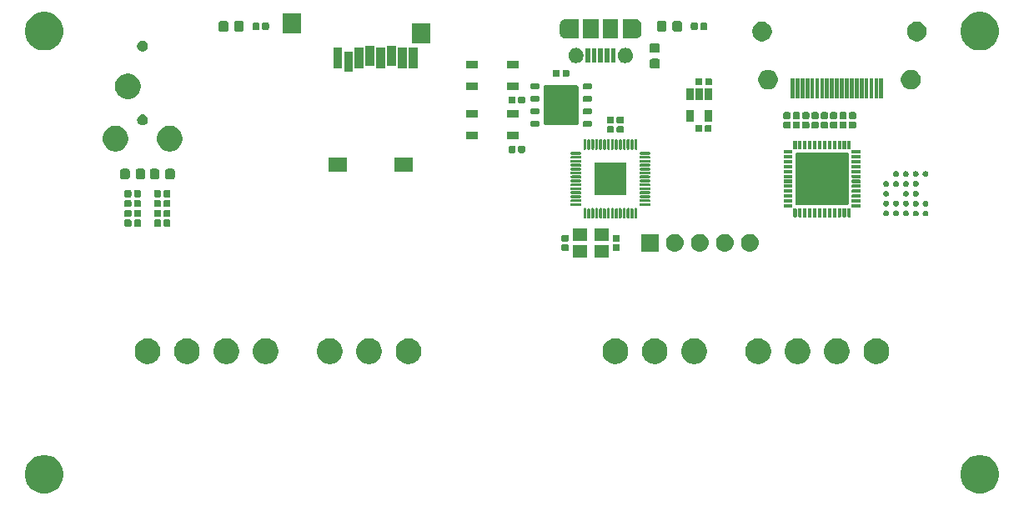
<source format=gbr>
G04 #@! TF.GenerationSoftware,KiCad,Pcbnew,5.0.2-bee76a0~70~ubuntu18.04.1*
G04 #@! TF.CreationDate,2020-11-03T11:03:39+00:00*
G04 #@! TF.ProjectId,picostation,7069636f-7374-4617-9469-6f6e2e6b6963,rev?*
G04 #@! TF.SameCoordinates,Original*
G04 #@! TF.FileFunction,Soldermask,Top*
G04 #@! TF.FilePolarity,Negative*
%FSLAX46Y46*%
G04 Gerber Fmt 4.6, Leading zero omitted, Abs format (unit mm)*
G04 Created by KiCad (PCBNEW 5.0.2-bee76a0~70~ubuntu18.04.1) date Tue 03 Nov 2020 11:03:39 GMT*
%MOMM*%
%LPD*%
G01*
G04 APERTURE LIST*
%ADD10C,0.100000*%
G04 APERTURE END LIST*
D10*
G36*
X263068795Y-120624937D02*
X263423670Y-120771932D01*
X263743053Y-120985337D01*
X264014663Y-121256947D01*
X264228068Y-121576330D01*
X264375063Y-121931205D01*
X264450000Y-122307942D01*
X264450000Y-122692058D01*
X264375063Y-123068795D01*
X264228068Y-123423670D01*
X264014663Y-123743053D01*
X263743053Y-124014663D01*
X263423670Y-124228068D01*
X263068795Y-124375063D01*
X262692058Y-124450000D01*
X262307942Y-124450000D01*
X261931205Y-124375063D01*
X261576330Y-124228068D01*
X261256947Y-124014663D01*
X260985337Y-123743053D01*
X260771932Y-123423670D01*
X260624937Y-123068795D01*
X260550000Y-122692058D01*
X260550000Y-122307942D01*
X260624937Y-121931205D01*
X260771932Y-121576330D01*
X260985337Y-121256947D01*
X261256947Y-120985337D01*
X261576330Y-120771932D01*
X261931205Y-120624937D01*
X262307942Y-120550000D01*
X262692058Y-120550000D01*
X263068795Y-120624937D01*
X263068795Y-120624937D01*
G37*
G36*
X168068795Y-120624937D02*
X168423670Y-120771932D01*
X168743053Y-120985337D01*
X169014663Y-121256947D01*
X169228068Y-121576330D01*
X169375063Y-121931205D01*
X169450000Y-122307942D01*
X169450000Y-122692058D01*
X169375063Y-123068795D01*
X169228068Y-123423670D01*
X169014663Y-123743053D01*
X168743053Y-124014663D01*
X168423670Y-124228068D01*
X168068795Y-124375063D01*
X167692058Y-124450000D01*
X167307942Y-124450000D01*
X166931205Y-124375063D01*
X166576330Y-124228068D01*
X166256947Y-124014663D01*
X165985337Y-123743053D01*
X165771932Y-123423670D01*
X165624937Y-123068795D01*
X165550000Y-122692058D01*
X165550000Y-122307942D01*
X165624937Y-121931205D01*
X165771932Y-121576330D01*
X165985337Y-121256947D01*
X166256947Y-120985337D01*
X166576330Y-120771932D01*
X166931205Y-120624937D01*
X167307942Y-120550000D01*
X167692058Y-120550000D01*
X168068795Y-120624937D01*
X168068795Y-120624937D01*
G37*
G36*
X252253617Y-108724979D02*
X252379197Y-108749958D01*
X252615779Y-108847954D01*
X252615781Y-108847955D01*
X252828702Y-108990224D01*
X253009776Y-109171298D01*
X253152045Y-109384219D01*
X253250042Y-109620804D01*
X253300000Y-109871961D01*
X253300000Y-110128039D01*
X253250042Y-110379196D01*
X253152045Y-110615781D01*
X253009776Y-110828702D01*
X252828702Y-111009776D01*
X252615781Y-111152045D01*
X252615780Y-111152046D01*
X252615779Y-111152046D01*
X252379197Y-111250042D01*
X252253617Y-111275021D01*
X252128039Y-111300000D01*
X251871961Y-111300000D01*
X251746383Y-111275021D01*
X251620803Y-111250042D01*
X251384221Y-111152046D01*
X251384220Y-111152046D01*
X251384219Y-111152045D01*
X251171298Y-111009776D01*
X250990224Y-110828702D01*
X250847955Y-110615781D01*
X250749958Y-110379196D01*
X250700000Y-110128039D01*
X250700000Y-109871961D01*
X250749958Y-109620804D01*
X250847955Y-109384219D01*
X250990224Y-109171298D01*
X251171298Y-108990224D01*
X251384219Y-108847955D01*
X251384221Y-108847954D01*
X251620803Y-108749958D01*
X251746383Y-108724979D01*
X251871961Y-108700000D01*
X252128039Y-108700000D01*
X252253617Y-108724979D01*
X252253617Y-108724979D01*
G37*
G36*
X240253617Y-108724979D02*
X240379197Y-108749958D01*
X240615779Y-108847954D01*
X240615781Y-108847955D01*
X240828702Y-108990224D01*
X241009776Y-109171298D01*
X241152045Y-109384219D01*
X241250042Y-109620804D01*
X241300000Y-109871961D01*
X241300000Y-110128039D01*
X241250042Y-110379196D01*
X241152045Y-110615781D01*
X241009776Y-110828702D01*
X240828702Y-111009776D01*
X240615781Y-111152045D01*
X240615780Y-111152046D01*
X240615779Y-111152046D01*
X240379197Y-111250042D01*
X240253617Y-111275021D01*
X240128039Y-111300000D01*
X239871961Y-111300000D01*
X239746383Y-111275021D01*
X239620803Y-111250042D01*
X239384221Y-111152046D01*
X239384220Y-111152046D01*
X239384219Y-111152045D01*
X239171298Y-111009776D01*
X238990224Y-110828702D01*
X238847955Y-110615781D01*
X238749958Y-110379196D01*
X238700000Y-110128039D01*
X238700000Y-109871961D01*
X238749958Y-109620804D01*
X238847955Y-109384219D01*
X238990224Y-109171298D01*
X239171298Y-108990224D01*
X239384219Y-108847955D01*
X239384221Y-108847954D01*
X239620803Y-108749958D01*
X239746383Y-108724979D01*
X239871961Y-108700000D01*
X240128039Y-108700000D01*
X240253617Y-108724979D01*
X240253617Y-108724979D01*
G37*
G36*
X225753617Y-108724979D02*
X225879197Y-108749958D01*
X226115779Y-108847954D01*
X226115781Y-108847955D01*
X226328702Y-108990224D01*
X226509776Y-109171298D01*
X226652045Y-109384219D01*
X226750042Y-109620804D01*
X226800000Y-109871961D01*
X226800000Y-110128039D01*
X226750042Y-110379196D01*
X226652045Y-110615781D01*
X226509776Y-110828702D01*
X226328702Y-111009776D01*
X226115781Y-111152045D01*
X226115780Y-111152046D01*
X226115779Y-111152046D01*
X225879197Y-111250042D01*
X225753617Y-111275021D01*
X225628039Y-111300000D01*
X225371961Y-111300000D01*
X225246383Y-111275021D01*
X225120803Y-111250042D01*
X224884221Y-111152046D01*
X224884220Y-111152046D01*
X224884219Y-111152045D01*
X224671298Y-111009776D01*
X224490224Y-110828702D01*
X224347955Y-110615781D01*
X224249958Y-110379196D01*
X224200000Y-110128039D01*
X224200000Y-109871961D01*
X224249958Y-109620804D01*
X224347955Y-109384219D01*
X224490224Y-109171298D01*
X224671298Y-108990224D01*
X224884219Y-108847955D01*
X224884221Y-108847954D01*
X225120803Y-108749958D01*
X225246383Y-108724979D01*
X225371961Y-108700000D01*
X225628039Y-108700000D01*
X225753617Y-108724979D01*
X225753617Y-108724979D01*
G37*
G36*
X229753617Y-108724979D02*
X229879197Y-108749958D01*
X230115779Y-108847954D01*
X230115781Y-108847955D01*
X230328702Y-108990224D01*
X230509776Y-109171298D01*
X230652045Y-109384219D01*
X230750042Y-109620804D01*
X230800000Y-109871961D01*
X230800000Y-110128039D01*
X230750042Y-110379196D01*
X230652045Y-110615781D01*
X230509776Y-110828702D01*
X230328702Y-111009776D01*
X230115781Y-111152045D01*
X230115780Y-111152046D01*
X230115779Y-111152046D01*
X229879197Y-111250042D01*
X229753617Y-111275021D01*
X229628039Y-111300000D01*
X229371961Y-111300000D01*
X229246383Y-111275021D01*
X229120803Y-111250042D01*
X228884221Y-111152046D01*
X228884220Y-111152046D01*
X228884219Y-111152045D01*
X228671298Y-111009776D01*
X228490224Y-110828702D01*
X228347955Y-110615781D01*
X228249958Y-110379196D01*
X228200000Y-110128039D01*
X228200000Y-109871961D01*
X228249958Y-109620804D01*
X228347955Y-109384219D01*
X228490224Y-109171298D01*
X228671298Y-108990224D01*
X228884219Y-108847955D01*
X228884221Y-108847954D01*
X229120803Y-108749958D01*
X229246383Y-108724979D01*
X229371961Y-108700000D01*
X229628039Y-108700000D01*
X229753617Y-108724979D01*
X229753617Y-108724979D01*
G37*
G36*
X233753617Y-108724979D02*
X233879197Y-108749958D01*
X234115779Y-108847954D01*
X234115781Y-108847955D01*
X234328702Y-108990224D01*
X234509776Y-109171298D01*
X234652045Y-109384219D01*
X234750042Y-109620804D01*
X234800000Y-109871961D01*
X234800000Y-110128039D01*
X234750042Y-110379196D01*
X234652045Y-110615781D01*
X234509776Y-110828702D01*
X234328702Y-111009776D01*
X234115781Y-111152045D01*
X234115780Y-111152046D01*
X234115779Y-111152046D01*
X233879197Y-111250042D01*
X233753617Y-111275021D01*
X233628039Y-111300000D01*
X233371961Y-111300000D01*
X233246383Y-111275021D01*
X233120803Y-111250042D01*
X232884221Y-111152046D01*
X232884220Y-111152046D01*
X232884219Y-111152045D01*
X232671298Y-111009776D01*
X232490224Y-110828702D01*
X232347955Y-110615781D01*
X232249958Y-110379196D01*
X232200000Y-110128039D01*
X232200000Y-109871961D01*
X232249958Y-109620804D01*
X232347955Y-109384219D01*
X232490224Y-109171298D01*
X232671298Y-108990224D01*
X232884219Y-108847955D01*
X232884221Y-108847954D01*
X233120803Y-108749958D01*
X233246383Y-108724979D01*
X233371961Y-108700000D01*
X233628039Y-108700000D01*
X233753617Y-108724979D01*
X233753617Y-108724979D01*
G37*
G36*
X244253617Y-108724979D02*
X244379197Y-108749958D01*
X244615779Y-108847954D01*
X244615781Y-108847955D01*
X244828702Y-108990224D01*
X245009776Y-109171298D01*
X245152045Y-109384219D01*
X245250042Y-109620804D01*
X245300000Y-109871961D01*
X245300000Y-110128039D01*
X245250042Y-110379196D01*
X245152045Y-110615781D01*
X245009776Y-110828702D01*
X244828702Y-111009776D01*
X244615781Y-111152045D01*
X244615780Y-111152046D01*
X244615779Y-111152046D01*
X244379197Y-111250042D01*
X244253617Y-111275021D01*
X244128039Y-111300000D01*
X243871961Y-111300000D01*
X243746383Y-111275021D01*
X243620803Y-111250042D01*
X243384221Y-111152046D01*
X243384220Y-111152046D01*
X243384219Y-111152045D01*
X243171298Y-111009776D01*
X242990224Y-110828702D01*
X242847955Y-110615781D01*
X242749958Y-110379196D01*
X242700000Y-110128039D01*
X242700000Y-109871961D01*
X242749958Y-109620804D01*
X242847955Y-109384219D01*
X242990224Y-109171298D01*
X243171298Y-108990224D01*
X243384219Y-108847955D01*
X243384221Y-108847954D01*
X243620803Y-108749958D01*
X243746383Y-108724979D01*
X243871961Y-108700000D01*
X244128039Y-108700000D01*
X244253617Y-108724979D01*
X244253617Y-108724979D01*
G37*
G36*
X204753617Y-108724979D02*
X204879197Y-108749958D01*
X205115779Y-108847954D01*
X205115781Y-108847955D01*
X205328702Y-108990224D01*
X205509776Y-109171298D01*
X205652045Y-109384219D01*
X205750042Y-109620804D01*
X205800000Y-109871961D01*
X205800000Y-110128039D01*
X205750042Y-110379196D01*
X205652045Y-110615781D01*
X205509776Y-110828702D01*
X205328702Y-111009776D01*
X205115781Y-111152045D01*
X205115780Y-111152046D01*
X205115779Y-111152046D01*
X204879197Y-111250042D01*
X204753617Y-111275021D01*
X204628039Y-111300000D01*
X204371961Y-111300000D01*
X204246383Y-111275021D01*
X204120803Y-111250042D01*
X203884221Y-111152046D01*
X203884220Y-111152046D01*
X203884219Y-111152045D01*
X203671298Y-111009776D01*
X203490224Y-110828702D01*
X203347955Y-110615781D01*
X203249958Y-110379196D01*
X203200000Y-110128039D01*
X203200000Y-109871961D01*
X203249958Y-109620804D01*
X203347955Y-109384219D01*
X203490224Y-109171298D01*
X203671298Y-108990224D01*
X203884219Y-108847955D01*
X203884221Y-108847954D01*
X204120803Y-108749958D01*
X204246383Y-108724979D01*
X204371961Y-108700000D01*
X204628039Y-108700000D01*
X204753617Y-108724979D01*
X204753617Y-108724979D01*
G37*
G36*
X200753617Y-108724979D02*
X200879197Y-108749958D01*
X201115779Y-108847954D01*
X201115781Y-108847955D01*
X201328702Y-108990224D01*
X201509776Y-109171298D01*
X201652045Y-109384219D01*
X201750042Y-109620804D01*
X201800000Y-109871961D01*
X201800000Y-110128039D01*
X201750042Y-110379196D01*
X201652045Y-110615781D01*
X201509776Y-110828702D01*
X201328702Y-111009776D01*
X201115781Y-111152045D01*
X201115780Y-111152046D01*
X201115779Y-111152046D01*
X200879197Y-111250042D01*
X200753617Y-111275021D01*
X200628039Y-111300000D01*
X200371961Y-111300000D01*
X200246383Y-111275021D01*
X200120803Y-111250042D01*
X199884221Y-111152046D01*
X199884220Y-111152046D01*
X199884219Y-111152045D01*
X199671298Y-111009776D01*
X199490224Y-110828702D01*
X199347955Y-110615781D01*
X199249958Y-110379196D01*
X199200000Y-110128039D01*
X199200000Y-109871961D01*
X199249958Y-109620804D01*
X199347955Y-109384219D01*
X199490224Y-109171298D01*
X199671298Y-108990224D01*
X199884219Y-108847955D01*
X199884221Y-108847954D01*
X200120803Y-108749958D01*
X200246383Y-108724979D01*
X200371961Y-108700000D01*
X200628039Y-108700000D01*
X200753617Y-108724979D01*
X200753617Y-108724979D01*
G37*
G36*
X196753617Y-108724979D02*
X196879197Y-108749958D01*
X197115779Y-108847954D01*
X197115781Y-108847955D01*
X197328702Y-108990224D01*
X197509776Y-109171298D01*
X197652045Y-109384219D01*
X197750042Y-109620804D01*
X197800000Y-109871961D01*
X197800000Y-110128039D01*
X197750042Y-110379196D01*
X197652045Y-110615781D01*
X197509776Y-110828702D01*
X197328702Y-111009776D01*
X197115781Y-111152045D01*
X197115780Y-111152046D01*
X197115779Y-111152046D01*
X196879197Y-111250042D01*
X196753617Y-111275021D01*
X196628039Y-111300000D01*
X196371961Y-111300000D01*
X196246383Y-111275021D01*
X196120803Y-111250042D01*
X195884221Y-111152046D01*
X195884220Y-111152046D01*
X195884219Y-111152045D01*
X195671298Y-111009776D01*
X195490224Y-110828702D01*
X195347955Y-110615781D01*
X195249958Y-110379196D01*
X195200000Y-110128039D01*
X195200000Y-109871961D01*
X195249958Y-109620804D01*
X195347955Y-109384219D01*
X195490224Y-109171298D01*
X195671298Y-108990224D01*
X195884219Y-108847955D01*
X195884221Y-108847954D01*
X196120803Y-108749958D01*
X196246383Y-108724979D01*
X196371961Y-108700000D01*
X196628039Y-108700000D01*
X196753617Y-108724979D01*
X196753617Y-108724979D01*
G37*
G36*
X190253617Y-108724979D02*
X190379197Y-108749958D01*
X190615779Y-108847954D01*
X190615781Y-108847955D01*
X190828702Y-108990224D01*
X191009776Y-109171298D01*
X191152045Y-109384219D01*
X191250042Y-109620804D01*
X191300000Y-109871961D01*
X191300000Y-110128039D01*
X191250042Y-110379196D01*
X191152045Y-110615781D01*
X191009776Y-110828702D01*
X190828702Y-111009776D01*
X190615781Y-111152045D01*
X190615780Y-111152046D01*
X190615779Y-111152046D01*
X190379197Y-111250042D01*
X190253617Y-111275021D01*
X190128039Y-111300000D01*
X189871961Y-111300000D01*
X189746383Y-111275021D01*
X189620803Y-111250042D01*
X189384221Y-111152046D01*
X189384220Y-111152046D01*
X189384219Y-111152045D01*
X189171298Y-111009776D01*
X188990224Y-110828702D01*
X188847955Y-110615781D01*
X188749958Y-110379196D01*
X188700000Y-110128039D01*
X188700000Y-109871961D01*
X188749958Y-109620804D01*
X188847955Y-109384219D01*
X188990224Y-109171298D01*
X189171298Y-108990224D01*
X189384219Y-108847955D01*
X189384221Y-108847954D01*
X189620803Y-108749958D01*
X189746383Y-108724979D01*
X189871961Y-108700000D01*
X190128039Y-108700000D01*
X190253617Y-108724979D01*
X190253617Y-108724979D01*
G37*
G36*
X186253617Y-108724979D02*
X186379197Y-108749958D01*
X186615779Y-108847954D01*
X186615781Y-108847955D01*
X186828702Y-108990224D01*
X187009776Y-109171298D01*
X187152045Y-109384219D01*
X187250042Y-109620804D01*
X187300000Y-109871961D01*
X187300000Y-110128039D01*
X187250042Y-110379196D01*
X187152045Y-110615781D01*
X187009776Y-110828702D01*
X186828702Y-111009776D01*
X186615781Y-111152045D01*
X186615780Y-111152046D01*
X186615779Y-111152046D01*
X186379197Y-111250042D01*
X186253617Y-111275021D01*
X186128039Y-111300000D01*
X185871961Y-111300000D01*
X185746383Y-111275021D01*
X185620803Y-111250042D01*
X185384221Y-111152046D01*
X185384220Y-111152046D01*
X185384219Y-111152045D01*
X185171298Y-111009776D01*
X184990224Y-110828702D01*
X184847955Y-110615781D01*
X184749958Y-110379196D01*
X184700000Y-110128039D01*
X184700000Y-109871961D01*
X184749958Y-109620804D01*
X184847955Y-109384219D01*
X184990224Y-109171298D01*
X185171298Y-108990224D01*
X185384219Y-108847955D01*
X185384221Y-108847954D01*
X185620803Y-108749958D01*
X185746383Y-108724979D01*
X185871961Y-108700000D01*
X186128039Y-108700000D01*
X186253617Y-108724979D01*
X186253617Y-108724979D01*
G37*
G36*
X182253617Y-108724979D02*
X182379197Y-108749958D01*
X182615779Y-108847954D01*
X182615781Y-108847955D01*
X182828702Y-108990224D01*
X183009776Y-109171298D01*
X183152045Y-109384219D01*
X183250042Y-109620804D01*
X183300000Y-109871961D01*
X183300000Y-110128039D01*
X183250042Y-110379196D01*
X183152045Y-110615781D01*
X183009776Y-110828702D01*
X182828702Y-111009776D01*
X182615781Y-111152045D01*
X182615780Y-111152046D01*
X182615779Y-111152046D01*
X182379197Y-111250042D01*
X182253617Y-111275021D01*
X182128039Y-111300000D01*
X181871961Y-111300000D01*
X181746383Y-111275021D01*
X181620803Y-111250042D01*
X181384221Y-111152046D01*
X181384220Y-111152046D01*
X181384219Y-111152045D01*
X181171298Y-111009776D01*
X180990224Y-110828702D01*
X180847955Y-110615781D01*
X180749958Y-110379196D01*
X180700000Y-110128039D01*
X180700000Y-109871961D01*
X180749958Y-109620804D01*
X180847955Y-109384219D01*
X180990224Y-109171298D01*
X181171298Y-108990224D01*
X181384219Y-108847955D01*
X181384221Y-108847954D01*
X181620803Y-108749958D01*
X181746383Y-108724979D01*
X181871961Y-108700000D01*
X182128039Y-108700000D01*
X182253617Y-108724979D01*
X182253617Y-108724979D01*
G37*
G36*
X178253617Y-108724979D02*
X178379197Y-108749958D01*
X178615779Y-108847954D01*
X178615781Y-108847955D01*
X178828702Y-108990224D01*
X179009776Y-109171298D01*
X179152045Y-109384219D01*
X179250042Y-109620804D01*
X179300000Y-109871961D01*
X179300000Y-110128039D01*
X179250042Y-110379196D01*
X179152045Y-110615781D01*
X179009776Y-110828702D01*
X178828702Y-111009776D01*
X178615781Y-111152045D01*
X178615780Y-111152046D01*
X178615779Y-111152046D01*
X178379197Y-111250042D01*
X178253617Y-111275021D01*
X178128039Y-111300000D01*
X177871961Y-111300000D01*
X177746383Y-111275021D01*
X177620803Y-111250042D01*
X177384221Y-111152046D01*
X177384220Y-111152046D01*
X177384219Y-111152045D01*
X177171298Y-111009776D01*
X176990224Y-110828702D01*
X176847955Y-110615781D01*
X176749958Y-110379196D01*
X176700000Y-110128039D01*
X176700000Y-109871961D01*
X176749958Y-109620804D01*
X176847955Y-109384219D01*
X176990224Y-109171298D01*
X177171298Y-108990224D01*
X177384219Y-108847955D01*
X177384221Y-108847954D01*
X177620803Y-108749958D01*
X177746383Y-108724979D01*
X177871961Y-108700000D01*
X178128039Y-108700000D01*
X178253617Y-108724979D01*
X178253617Y-108724979D01*
G37*
G36*
X248253617Y-108724979D02*
X248379197Y-108749958D01*
X248615779Y-108847954D01*
X248615781Y-108847955D01*
X248828702Y-108990224D01*
X249009776Y-109171298D01*
X249152045Y-109384219D01*
X249250042Y-109620804D01*
X249300000Y-109871961D01*
X249300000Y-110128039D01*
X249250042Y-110379196D01*
X249152045Y-110615781D01*
X249009776Y-110828702D01*
X248828702Y-111009776D01*
X248615781Y-111152045D01*
X248615780Y-111152046D01*
X248615779Y-111152046D01*
X248379197Y-111250042D01*
X248253617Y-111275021D01*
X248128039Y-111300000D01*
X247871961Y-111300000D01*
X247746383Y-111275021D01*
X247620803Y-111250042D01*
X247384221Y-111152046D01*
X247384220Y-111152046D01*
X247384219Y-111152045D01*
X247171298Y-111009776D01*
X246990224Y-110828702D01*
X246847955Y-110615781D01*
X246749958Y-110379196D01*
X246700000Y-110128039D01*
X246700000Y-109871961D01*
X246749958Y-109620804D01*
X246847955Y-109384219D01*
X246990224Y-109171298D01*
X247171298Y-108990224D01*
X247384219Y-108847955D01*
X247384221Y-108847954D01*
X247620803Y-108749958D01*
X247746383Y-108724979D01*
X247871961Y-108700000D01*
X248128039Y-108700000D01*
X248253617Y-108724979D01*
X248253617Y-108724979D01*
G37*
G36*
X224850000Y-100500000D02*
X223350000Y-100500000D01*
X223350000Y-99200000D01*
X224850000Y-99200000D01*
X224850000Y-100500000D01*
X224850000Y-100500000D01*
G37*
G36*
X222650000Y-100500000D02*
X221150000Y-100500000D01*
X221150000Y-99200000D01*
X222650000Y-99200000D01*
X222650000Y-100500000D01*
X222650000Y-100500000D01*
G37*
G36*
X231716431Y-98113023D02*
X231886084Y-98164487D01*
X231990921Y-98220524D01*
X232042432Y-98248057D01*
X232179475Y-98360525D01*
X232291943Y-98497568D01*
X232291944Y-98497570D01*
X232375513Y-98653916D01*
X232426977Y-98823569D01*
X232444354Y-99000000D01*
X232426977Y-99176431D01*
X232375513Y-99346084D01*
X232300520Y-99486385D01*
X232291943Y-99502432D01*
X232179475Y-99639475D01*
X232042432Y-99751943D01*
X232042430Y-99751944D01*
X231886084Y-99835513D01*
X231716431Y-99886977D01*
X231584207Y-99900000D01*
X231495793Y-99900000D01*
X231363569Y-99886977D01*
X231193916Y-99835513D01*
X231037570Y-99751944D01*
X231037568Y-99751943D01*
X230900525Y-99639475D01*
X230788057Y-99502432D01*
X230779480Y-99486385D01*
X230704487Y-99346084D01*
X230653023Y-99176431D01*
X230635646Y-99000000D01*
X230653023Y-98823569D01*
X230704487Y-98653916D01*
X230788056Y-98497570D01*
X230788057Y-98497568D01*
X230900525Y-98360525D01*
X231037568Y-98248057D01*
X231089079Y-98220524D01*
X231193916Y-98164487D01*
X231363569Y-98113023D01*
X231495793Y-98100000D01*
X231584207Y-98100000D01*
X231716431Y-98113023D01*
X231716431Y-98113023D01*
G37*
G36*
X229900000Y-99900000D02*
X228100000Y-99900000D01*
X228100000Y-98100000D01*
X229900000Y-98100000D01*
X229900000Y-99900000D01*
X229900000Y-99900000D01*
G37*
G36*
X234256431Y-98113023D02*
X234426084Y-98164487D01*
X234530921Y-98220524D01*
X234582432Y-98248057D01*
X234719475Y-98360525D01*
X234831943Y-98497568D01*
X234831944Y-98497570D01*
X234915513Y-98653916D01*
X234966977Y-98823569D01*
X234984354Y-99000000D01*
X234966977Y-99176431D01*
X234915513Y-99346084D01*
X234840520Y-99486385D01*
X234831943Y-99502432D01*
X234719475Y-99639475D01*
X234582432Y-99751943D01*
X234582430Y-99751944D01*
X234426084Y-99835513D01*
X234256431Y-99886977D01*
X234124207Y-99900000D01*
X234035793Y-99900000D01*
X233903569Y-99886977D01*
X233733916Y-99835513D01*
X233577570Y-99751944D01*
X233577568Y-99751943D01*
X233440525Y-99639475D01*
X233328057Y-99502432D01*
X233319480Y-99486385D01*
X233244487Y-99346084D01*
X233193023Y-99176431D01*
X233175646Y-99000000D01*
X233193023Y-98823569D01*
X233244487Y-98653916D01*
X233328056Y-98497570D01*
X233328057Y-98497568D01*
X233440525Y-98360525D01*
X233577568Y-98248057D01*
X233629079Y-98220524D01*
X233733916Y-98164487D01*
X233903569Y-98113023D01*
X234035793Y-98100000D01*
X234124207Y-98100000D01*
X234256431Y-98113023D01*
X234256431Y-98113023D01*
G37*
G36*
X236796431Y-98113023D02*
X236966084Y-98164487D01*
X237070921Y-98220524D01*
X237122432Y-98248057D01*
X237259475Y-98360525D01*
X237371943Y-98497568D01*
X237371944Y-98497570D01*
X237455513Y-98653916D01*
X237506977Y-98823569D01*
X237524354Y-99000000D01*
X237506977Y-99176431D01*
X237455513Y-99346084D01*
X237380520Y-99486385D01*
X237371943Y-99502432D01*
X237259475Y-99639475D01*
X237122432Y-99751943D01*
X237122430Y-99751944D01*
X236966084Y-99835513D01*
X236796431Y-99886977D01*
X236664207Y-99900000D01*
X236575793Y-99900000D01*
X236443569Y-99886977D01*
X236273916Y-99835513D01*
X236117570Y-99751944D01*
X236117568Y-99751943D01*
X235980525Y-99639475D01*
X235868057Y-99502432D01*
X235859480Y-99486385D01*
X235784487Y-99346084D01*
X235733023Y-99176431D01*
X235715646Y-99000000D01*
X235733023Y-98823569D01*
X235784487Y-98653916D01*
X235868056Y-98497570D01*
X235868057Y-98497568D01*
X235980525Y-98360525D01*
X236117568Y-98248057D01*
X236169079Y-98220524D01*
X236273916Y-98164487D01*
X236443569Y-98113023D01*
X236575793Y-98100000D01*
X236664207Y-98100000D01*
X236796431Y-98113023D01*
X236796431Y-98113023D01*
G37*
G36*
X239336431Y-98113023D02*
X239506084Y-98164487D01*
X239610921Y-98220524D01*
X239662432Y-98248057D01*
X239799475Y-98360525D01*
X239911943Y-98497568D01*
X239911944Y-98497570D01*
X239995513Y-98653916D01*
X240046977Y-98823569D01*
X240064354Y-99000000D01*
X240046977Y-99176431D01*
X239995513Y-99346084D01*
X239920520Y-99486385D01*
X239911943Y-99502432D01*
X239799475Y-99639475D01*
X239662432Y-99751943D01*
X239662430Y-99751944D01*
X239506084Y-99835513D01*
X239336431Y-99886977D01*
X239204207Y-99900000D01*
X239115793Y-99900000D01*
X238983569Y-99886977D01*
X238813916Y-99835513D01*
X238657570Y-99751944D01*
X238657568Y-99751943D01*
X238520525Y-99639475D01*
X238408057Y-99502432D01*
X238399480Y-99486385D01*
X238324487Y-99346084D01*
X238273023Y-99176431D01*
X238255646Y-99000000D01*
X238273023Y-98823569D01*
X238324487Y-98653916D01*
X238408056Y-98497570D01*
X238408057Y-98497568D01*
X238520525Y-98360525D01*
X238657568Y-98248057D01*
X238709079Y-98220524D01*
X238813916Y-98164487D01*
X238983569Y-98113023D01*
X239115793Y-98100000D01*
X239204207Y-98100000D01*
X239336431Y-98113023D01*
X239336431Y-98113023D01*
G37*
G36*
X220651031Y-99143074D02*
X220678699Y-99151468D01*
X220704200Y-99165098D01*
X220726555Y-99183445D01*
X220744902Y-99205800D01*
X220758532Y-99231301D01*
X220766926Y-99258969D01*
X220770000Y-99290185D01*
X220770000Y-99679815D01*
X220766926Y-99711031D01*
X220758532Y-99738699D01*
X220744902Y-99764200D01*
X220726555Y-99786555D01*
X220704200Y-99804902D01*
X220678699Y-99818532D01*
X220651031Y-99826926D01*
X220619815Y-99830000D01*
X220180185Y-99830000D01*
X220148969Y-99826926D01*
X220121301Y-99818532D01*
X220095800Y-99804902D01*
X220073445Y-99786555D01*
X220055098Y-99764200D01*
X220041468Y-99738699D01*
X220033074Y-99711031D01*
X220030000Y-99679815D01*
X220030000Y-99290185D01*
X220033074Y-99258969D01*
X220041468Y-99231301D01*
X220055098Y-99205800D01*
X220073445Y-99183445D01*
X220095800Y-99165098D01*
X220121301Y-99151468D01*
X220148969Y-99143074D01*
X220180185Y-99140000D01*
X220619815Y-99140000D01*
X220651031Y-99143074D01*
X220651031Y-99143074D01*
G37*
G36*
X225851031Y-99143074D02*
X225878699Y-99151468D01*
X225904200Y-99165098D01*
X225926555Y-99183445D01*
X225944902Y-99205800D01*
X225958532Y-99231301D01*
X225966926Y-99258969D01*
X225970000Y-99290185D01*
X225970000Y-99679815D01*
X225966926Y-99711031D01*
X225958532Y-99738699D01*
X225944902Y-99764200D01*
X225926555Y-99786555D01*
X225904200Y-99804902D01*
X225878699Y-99818532D01*
X225851031Y-99826926D01*
X225819815Y-99830000D01*
X225380185Y-99830000D01*
X225348969Y-99826926D01*
X225321301Y-99818532D01*
X225295800Y-99804902D01*
X225273445Y-99786555D01*
X225255098Y-99764200D01*
X225241468Y-99738699D01*
X225233074Y-99711031D01*
X225230000Y-99679815D01*
X225230000Y-99290185D01*
X225233074Y-99258969D01*
X225241468Y-99231301D01*
X225255098Y-99205800D01*
X225273445Y-99183445D01*
X225295800Y-99165098D01*
X225321301Y-99151468D01*
X225348969Y-99143074D01*
X225380185Y-99140000D01*
X225819815Y-99140000D01*
X225851031Y-99143074D01*
X225851031Y-99143074D01*
G37*
G36*
X225851031Y-98173074D02*
X225878699Y-98181468D01*
X225904200Y-98195098D01*
X225926555Y-98213445D01*
X225944902Y-98235800D01*
X225958532Y-98261301D01*
X225966926Y-98288969D01*
X225970000Y-98320185D01*
X225970000Y-98709815D01*
X225966926Y-98741031D01*
X225958532Y-98768699D01*
X225944902Y-98794200D01*
X225926555Y-98816555D01*
X225904200Y-98834902D01*
X225878699Y-98848532D01*
X225851031Y-98856926D01*
X225819815Y-98860000D01*
X225380185Y-98860000D01*
X225348969Y-98856926D01*
X225321301Y-98848532D01*
X225295800Y-98834902D01*
X225273445Y-98816555D01*
X225255098Y-98794200D01*
X225241468Y-98768699D01*
X225233074Y-98741031D01*
X225230000Y-98709815D01*
X225230000Y-98320185D01*
X225233074Y-98288969D01*
X225241468Y-98261301D01*
X225255098Y-98235800D01*
X225273445Y-98213445D01*
X225295800Y-98195098D01*
X225321301Y-98181468D01*
X225348969Y-98173074D01*
X225380185Y-98170000D01*
X225819815Y-98170000D01*
X225851031Y-98173074D01*
X225851031Y-98173074D01*
G37*
G36*
X220651031Y-98173074D02*
X220678699Y-98181468D01*
X220704200Y-98195098D01*
X220726555Y-98213445D01*
X220744902Y-98235800D01*
X220758532Y-98261301D01*
X220766926Y-98288969D01*
X220770000Y-98320185D01*
X220770000Y-98709815D01*
X220766926Y-98741031D01*
X220758532Y-98768699D01*
X220744902Y-98794200D01*
X220726555Y-98816555D01*
X220704200Y-98834902D01*
X220678699Y-98848532D01*
X220651031Y-98856926D01*
X220619815Y-98860000D01*
X220180185Y-98860000D01*
X220148969Y-98856926D01*
X220121301Y-98848532D01*
X220095800Y-98834902D01*
X220073445Y-98816555D01*
X220055098Y-98794200D01*
X220041468Y-98768699D01*
X220033074Y-98741031D01*
X220030000Y-98709815D01*
X220030000Y-98320185D01*
X220033074Y-98288969D01*
X220041468Y-98261301D01*
X220055098Y-98235800D01*
X220073445Y-98213445D01*
X220095800Y-98195098D01*
X220121301Y-98181468D01*
X220148969Y-98173074D01*
X220180185Y-98170000D01*
X220619815Y-98170000D01*
X220651031Y-98173074D01*
X220651031Y-98173074D01*
G37*
G36*
X224850000Y-98800000D02*
X223350000Y-98800000D01*
X223350000Y-97500000D01*
X224850000Y-97500000D01*
X224850000Y-98800000D01*
X224850000Y-98800000D01*
G37*
G36*
X222650000Y-98800000D02*
X221150000Y-98800000D01*
X221150000Y-97500000D01*
X222650000Y-97500000D01*
X222650000Y-98800000D01*
X222650000Y-98800000D01*
G37*
G36*
X179241031Y-96633074D02*
X179268699Y-96641468D01*
X179294200Y-96655098D01*
X179316555Y-96673445D01*
X179334902Y-96695800D01*
X179348532Y-96721301D01*
X179356926Y-96748969D01*
X179360000Y-96780185D01*
X179360000Y-97219815D01*
X179356926Y-97251031D01*
X179348532Y-97278699D01*
X179334902Y-97304200D01*
X179316555Y-97326555D01*
X179294200Y-97344902D01*
X179268699Y-97358532D01*
X179241031Y-97366926D01*
X179209815Y-97370000D01*
X178820185Y-97370000D01*
X178788969Y-97366926D01*
X178761301Y-97358532D01*
X178735800Y-97344902D01*
X178713445Y-97326555D01*
X178695098Y-97304200D01*
X178681468Y-97278699D01*
X178673074Y-97251031D01*
X178670000Y-97219815D01*
X178670000Y-96780185D01*
X178673074Y-96748969D01*
X178681468Y-96721301D01*
X178695098Y-96695800D01*
X178713445Y-96673445D01*
X178735800Y-96655098D01*
X178761301Y-96641468D01*
X178788969Y-96633074D01*
X178820185Y-96630000D01*
X179209815Y-96630000D01*
X179241031Y-96633074D01*
X179241031Y-96633074D01*
G37*
G36*
X176241031Y-96633074D02*
X176268699Y-96641468D01*
X176294200Y-96655098D01*
X176316555Y-96673445D01*
X176334902Y-96695800D01*
X176348532Y-96721301D01*
X176356926Y-96748969D01*
X176360000Y-96780185D01*
X176360000Y-97219815D01*
X176356926Y-97251031D01*
X176348532Y-97278699D01*
X176334902Y-97304200D01*
X176316555Y-97326555D01*
X176294200Y-97344902D01*
X176268699Y-97358532D01*
X176241031Y-97366926D01*
X176209815Y-97370000D01*
X175820185Y-97370000D01*
X175788969Y-97366926D01*
X175761301Y-97358532D01*
X175735800Y-97344902D01*
X175713445Y-97326555D01*
X175695098Y-97304200D01*
X175681468Y-97278699D01*
X175673074Y-97251031D01*
X175670000Y-97219815D01*
X175670000Y-96780185D01*
X175673074Y-96748969D01*
X175681468Y-96721301D01*
X175695098Y-96695800D01*
X175713445Y-96673445D01*
X175735800Y-96655098D01*
X175761301Y-96641468D01*
X175788969Y-96633074D01*
X175820185Y-96630000D01*
X176209815Y-96630000D01*
X176241031Y-96633074D01*
X176241031Y-96633074D01*
G37*
G36*
X177211031Y-96633074D02*
X177238699Y-96641468D01*
X177264200Y-96655098D01*
X177286555Y-96673445D01*
X177304902Y-96695800D01*
X177318532Y-96721301D01*
X177326926Y-96748969D01*
X177330000Y-96780185D01*
X177330000Y-97219815D01*
X177326926Y-97251031D01*
X177318532Y-97278699D01*
X177304902Y-97304200D01*
X177286555Y-97326555D01*
X177264200Y-97344902D01*
X177238699Y-97358532D01*
X177211031Y-97366926D01*
X177179815Y-97370000D01*
X176790185Y-97370000D01*
X176758969Y-97366926D01*
X176731301Y-97358532D01*
X176705800Y-97344902D01*
X176683445Y-97326555D01*
X176665098Y-97304200D01*
X176651468Y-97278699D01*
X176643074Y-97251031D01*
X176640000Y-97219815D01*
X176640000Y-96780185D01*
X176643074Y-96748969D01*
X176651468Y-96721301D01*
X176665098Y-96695800D01*
X176683445Y-96673445D01*
X176705800Y-96655098D01*
X176731301Y-96641468D01*
X176758969Y-96633074D01*
X176790185Y-96630000D01*
X177179815Y-96630000D01*
X177211031Y-96633074D01*
X177211031Y-96633074D01*
G37*
G36*
X180211031Y-96633074D02*
X180238699Y-96641468D01*
X180264200Y-96655098D01*
X180286555Y-96673445D01*
X180304902Y-96695800D01*
X180318532Y-96721301D01*
X180326926Y-96748969D01*
X180330000Y-96780185D01*
X180330000Y-97219815D01*
X180326926Y-97251031D01*
X180318532Y-97278699D01*
X180304902Y-97304200D01*
X180286555Y-97326555D01*
X180264200Y-97344902D01*
X180238699Y-97358532D01*
X180211031Y-97366926D01*
X180179815Y-97370000D01*
X179790185Y-97370000D01*
X179758969Y-97366926D01*
X179731301Y-97358532D01*
X179705800Y-97344902D01*
X179683445Y-97326555D01*
X179665098Y-97304200D01*
X179651468Y-97278699D01*
X179643074Y-97251031D01*
X179640000Y-97219815D01*
X179640000Y-96780185D01*
X179643074Y-96748969D01*
X179651468Y-96721301D01*
X179665098Y-96695800D01*
X179683445Y-96673445D01*
X179705800Y-96655098D01*
X179731301Y-96641468D01*
X179758969Y-96633074D01*
X179790185Y-96630000D01*
X180179815Y-96630000D01*
X180211031Y-96633074D01*
X180211031Y-96633074D01*
G37*
G36*
X222429406Y-95452171D02*
X222457679Y-95460747D01*
X222483740Y-95474678D01*
X222506577Y-95493419D01*
X222506579Y-95493421D01*
X222511527Y-95499450D01*
X222525324Y-95516262D01*
X222539253Y-95542320D01*
X222547829Y-95570593D01*
X222550000Y-95592638D01*
X222550000Y-96407362D01*
X222547829Y-96429407D01*
X222539253Y-96457680D01*
X222525324Y-96483738D01*
X222506579Y-96506579D01*
X222483738Y-96525324D01*
X222457680Y-96539253D01*
X222429407Y-96547829D01*
X222400000Y-96550725D01*
X222370594Y-96547829D01*
X222342321Y-96539253D01*
X222316263Y-96525324D01*
X222293422Y-96506579D01*
X222274677Y-96483738D01*
X222260748Y-96457680D01*
X222252172Y-96429407D01*
X222250001Y-96407362D01*
X222250000Y-95592639D01*
X222252171Y-95570594D01*
X222260747Y-95542321D01*
X222274678Y-95516260D01*
X222293419Y-95493423D01*
X222293424Y-95493419D01*
X222299450Y-95488473D01*
X222316262Y-95474676D01*
X222342320Y-95460747D01*
X222370593Y-95452171D01*
X222400000Y-95449275D01*
X222429406Y-95452171D01*
X222429406Y-95452171D01*
G37*
G36*
X225629406Y-95452171D02*
X225657679Y-95460747D01*
X225683740Y-95474678D01*
X225706577Y-95493419D01*
X225706579Y-95493421D01*
X225711527Y-95499450D01*
X225725324Y-95516262D01*
X225739253Y-95542320D01*
X225747829Y-95570593D01*
X225750000Y-95592638D01*
X225750000Y-96407362D01*
X225747829Y-96429407D01*
X225739253Y-96457680D01*
X225725324Y-96483738D01*
X225706579Y-96506579D01*
X225683738Y-96525324D01*
X225657680Y-96539253D01*
X225629407Y-96547829D01*
X225600000Y-96550725D01*
X225570594Y-96547829D01*
X225542321Y-96539253D01*
X225516263Y-96525324D01*
X225493422Y-96506579D01*
X225474677Y-96483738D01*
X225460748Y-96457680D01*
X225452172Y-96429407D01*
X225450001Y-96407362D01*
X225450000Y-95592639D01*
X225452171Y-95570594D01*
X225460747Y-95542321D01*
X225474678Y-95516260D01*
X225493419Y-95493423D01*
X225493424Y-95493419D01*
X225499450Y-95488473D01*
X225516262Y-95474676D01*
X225542320Y-95460747D01*
X225570593Y-95452171D01*
X225600000Y-95449275D01*
X225629406Y-95452171D01*
X225629406Y-95452171D01*
G37*
G36*
X225229406Y-95452171D02*
X225257679Y-95460747D01*
X225283740Y-95474678D01*
X225306577Y-95493419D01*
X225306579Y-95493421D01*
X225311527Y-95499450D01*
X225325324Y-95516262D01*
X225339253Y-95542320D01*
X225347829Y-95570593D01*
X225350000Y-95592638D01*
X225350000Y-96407362D01*
X225347829Y-96429407D01*
X225339253Y-96457680D01*
X225325324Y-96483738D01*
X225306579Y-96506579D01*
X225283738Y-96525324D01*
X225257680Y-96539253D01*
X225229407Y-96547829D01*
X225200000Y-96550725D01*
X225170594Y-96547829D01*
X225142321Y-96539253D01*
X225116263Y-96525324D01*
X225093422Y-96506579D01*
X225074677Y-96483738D01*
X225060748Y-96457680D01*
X225052172Y-96429407D01*
X225050001Y-96407362D01*
X225050000Y-95592639D01*
X225052171Y-95570594D01*
X225060747Y-95542321D01*
X225074678Y-95516260D01*
X225093419Y-95493423D01*
X225093424Y-95493419D01*
X225099450Y-95488473D01*
X225116262Y-95474676D01*
X225142320Y-95460747D01*
X225170593Y-95452171D01*
X225200000Y-95449275D01*
X225229406Y-95452171D01*
X225229406Y-95452171D01*
G37*
G36*
X224829406Y-95452171D02*
X224857679Y-95460747D01*
X224883740Y-95474678D01*
X224906577Y-95493419D01*
X224906579Y-95493421D01*
X224911527Y-95499450D01*
X224925324Y-95516262D01*
X224939253Y-95542320D01*
X224947829Y-95570593D01*
X224950000Y-95592638D01*
X224950000Y-96407362D01*
X224947829Y-96429407D01*
X224939253Y-96457680D01*
X224925324Y-96483738D01*
X224906579Y-96506579D01*
X224883738Y-96525324D01*
X224857680Y-96539253D01*
X224829407Y-96547829D01*
X224800000Y-96550725D01*
X224770594Y-96547829D01*
X224742321Y-96539253D01*
X224716263Y-96525324D01*
X224693422Y-96506579D01*
X224674677Y-96483738D01*
X224660748Y-96457680D01*
X224652172Y-96429407D01*
X224650001Y-96407362D01*
X224650000Y-95592639D01*
X224652171Y-95570594D01*
X224660747Y-95542321D01*
X224674678Y-95516260D01*
X224693419Y-95493423D01*
X224693424Y-95493419D01*
X224699450Y-95488473D01*
X224716262Y-95474676D01*
X224742320Y-95460747D01*
X224770593Y-95452171D01*
X224800000Y-95449275D01*
X224829406Y-95452171D01*
X224829406Y-95452171D01*
G37*
G36*
X222829406Y-95452171D02*
X222857679Y-95460747D01*
X222883740Y-95474678D01*
X222906577Y-95493419D01*
X222906579Y-95493421D01*
X222911527Y-95499450D01*
X222925324Y-95516262D01*
X222939253Y-95542320D01*
X222947829Y-95570593D01*
X222950000Y-95592638D01*
X222950000Y-96407362D01*
X222947829Y-96429407D01*
X222939253Y-96457680D01*
X222925324Y-96483738D01*
X222906579Y-96506579D01*
X222883738Y-96525324D01*
X222857680Y-96539253D01*
X222829407Y-96547829D01*
X222800000Y-96550725D01*
X222770594Y-96547829D01*
X222742321Y-96539253D01*
X222716263Y-96525324D01*
X222693422Y-96506579D01*
X222674677Y-96483738D01*
X222660748Y-96457680D01*
X222652172Y-96429407D01*
X222650001Y-96407362D01*
X222650000Y-95592639D01*
X222652171Y-95570594D01*
X222660747Y-95542321D01*
X222674678Y-95516260D01*
X222693419Y-95493423D01*
X222693424Y-95493419D01*
X222699450Y-95488473D01*
X222716262Y-95474676D01*
X222742320Y-95460747D01*
X222770593Y-95452171D01*
X222800000Y-95449275D01*
X222829406Y-95452171D01*
X222829406Y-95452171D01*
G37*
G36*
X223229406Y-95452171D02*
X223257679Y-95460747D01*
X223283740Y-95474678D01*
X223306577Y-95493419D01*
X223306579Y-95493421D01*
X223311527Y-95499450D01*
X223325324Y-95516262D01*
X223339253Y-95542320D01*
X223347829Y-95570593D01*
X223350000Y-95592638D01*
X223350000Y-96407362D01*
X223347829Y-96429407D01*
X223339253Y-96457680D01*
X223325324Y-96483738D01*
X223306579Y-96506579D01*
X223283738Y-96525324D01*
X223257680Y-96539253D01*
X223229407Y-96547829D01*
X223200000Y-96550725D01*
X223170594Y-96547829D01*
X223142321Y-96539253D01*
X223116263Y-96525324D01*
X223093422Y-96506579D01*
X223074677Y-96483738D01*
X223060748Y-96457680D01*
X223052172Y-96429407D01*
X223050001Y-96407362D01*
X223050000Y-95592639D01*
X223052171Y-95570594D01*
X223060747Y-95542321D01*
X223074678Y-95516260D01*
X223093419Y-95493423D01*
X223093424Y-95493419D01*
X223099450Y-95488473D01*
X223116262Y-95474676D01*
X223142320Y-95460747D01*
X223170593Y-95452171D01*
X223200000Y-95449275D01*
X223229406Y-95452171D01*
X223229406Y-95452171D01*
G37*
G36*
X227229406Y-95452171D02*
X227257679Y-95460747D01*
X227283740Y-95474678D01*
X227306577Y-95493419D01*
X227306579Y-95493421D01*
X227311527Y-95499450D01*
X227325324Y-95516262D01*
X227339253Y-95542320D01*
X227347829Y-95570593D01*
X227350000Y-95592638D01*
X227350000Y-96407362D01*
X227347829Y-96429407D01*
X227339253Y-96457680D01*
X227325324Y-96483738D01*
X227306579Y-96506579D01*
X227283738Y-96525324D01*
X227257680Y-96539253D01*
X227229407Y-96547829D01*
X227200000Y-96550725D01*
X227170594Y-96547829D01*
X227142321Y-96539253D01*
X227116263Y-96525324D01*
X227093422Y-96506579D01*
X227074677Y-96483738D01*
X227060748Y-96457680D01*
X227052172Y-96429407D01*
X227050001Y-96407362D01*
X227050000Y-95592639D01*
X227052171Y-95570594D01*
X227060747Y-95542321D01*
X227074678Y-95516260D01*
X227093419Y-95493423D01*
X227093424Y-95493419D01*
X227099450Y-95488473D01*
X227116262Y-95474676D01*
X227142320Y-95460747D01*
X227170593Y-95452171D01*
X227200000Y-95449275D01*
X227229406Y-95452171D01*
X227229406Y-95452171D01*
G37*
G36*
X226829406Y-95452171D02*
X226857679Y-95460747D01*
X226883740Y-95474678D01*
X226906577Y-95493419D01*
X226906579Y-95493421D01*
X226911527Y-95499450D01*
X226925324Y-95516262D01*
X226939253Y-95542320D01*
X226947829Y-95570593D01*
X226950000Y-95592638D01*
X226950000Y-96407362D01*
X226947829Y-96429407D01*
X226939253Y-96457680D01*
X226925324Y-96483738D01*
X226906579Y-96506579D01*
X226883738Y-96525324D01*
X226857680Y-96539253D01*
X226829407Y-96547829D01*
X226800000Y-96550725D01*
X226770594Y-96547829D01*
X226742321Y-96539253D01*
X226716263Y-96525324D01*
X226693422Y-96506579D01*
X226674677Y-96483738D01*
X226660748Y-96457680D01*
X226652172Y-96429407D01*
X226650001Y-96407362D01*
X226650000Y-95592639D01*
X226652171Y-95570594D01*
X226660747Y-95542321D01*
X226674678Y-95516260D01*
X226693419Y-95493423D01*
X226693424Y-95493419D01*
X226699450Y-95488473D01*
X226716262Y-95474676D01*
X226742320Y-95460747D01*
X226770593Y-95452171D01*
X226800000Y-95449275D01*
X226829406Y-95452171D01*
X226829406Y-95452171D01*
G37*
G36*
X227629406Y-95452171D02*
X227657679Y-95460747D01*
X227683740Y-95474678D01*
X227706577Y-95493419D01*
X227706579Y-95493421D01*
X227711527Y-95499450D01*
X227725324Y-95516262D01*
X227739253Y-95542320D01*
X227747829Y-95570593D01*
X227750000Y-95592638D01*
X227750000Y-96407362D01*
X227747829Y-96429407D01*
X227739253Y-96457680D01*
X227725324Y-96483738D01*
X227706579Y-96506579D01*
X227683738Y-96525324D01*
X227657680Y-96539253D01*
X227629407Y-96547829D01*
X227600000Y-96550725D01*
X227570594Y-96547829D01*
X227542321Y-96539253D01*
X227516263Y-96525324D01*
X227493422Y-96506579D01*
X227474677Y-96483738D01*
X227460748Y-96457680D01*
X227452172Y-96429407D01*
X227450001Y-96407362D01*
X227450000Y-95592639D01*
X227452171Y-95570594D01*
X227460747Y-95542321D01*
X227474678Y-95516260D01*
X227493419Y-95493423D01*
X227493424Y-95493419D01*
X227499450Y-95488473D01*
X227516262Y-95474676D01*
X227542320Y-95460747D01*
X227570593Y-95452171D01*
X227600000Y-95449275D01*
X227629406Y-95452171D01*
X227629406Y-95452171D01*
G37*
G36*
X226029406Y-95452171D02*
X226057679Y-95460747D01*
X226083740Y-95474678D01*
X226106577Y-95493419D01*
X226106579Y-95493421D01*
X226111527Y-95499450D01*
X226125324Y-95516262D01*
X226139253Y-95542320D01*
X226147829Y-95570593D01*
X226150000Y-95592638D01*
X226150000Y-96407362D01*
X226147829Y-96429407D01*
X226139253Y-96457680D01*
X226125324Y-96483738D01*
X226106579Y-96506579D01*
X226083738Y-96525324D01*
X226057680Y-96539253D01*
X226029407Y-96547829D01*
X226000000Y-96550725D01*
X225970594Y-96547829D01*
X225942321Y-96539253D01*
X225916263Y-96525324D01*
X225893422Y-96506579D01*
X225874677Y-96483738D01*
X225860748Y-96457680D01*
X225852172Y-96429407D01*
X225850001Y-96407362D01*
X225850000Y-95592639D01*
X225852171Y-95570594D01*
X225860747Y-95542321D01*
X225874678Y-95516260D01*
X225893419Y-95493423D01*
X225893424Y-95493419D01*
X225899450Y-95488473D01*
X225916262Y-95474676D01*
X225942320Y-95460747D01*
X225970593Y-95452171D01*
X226000000Y-95449275D01*
X226029406Y-95452171D01*
X226029406Y-95452171D01*
G37*
G36*
X224429406Y-95452171D02*
X224457679Y-95460747D01*
X224483740Y-95474678D01*
X224506577Y-95493419D01*
X224506579Y-95493421D01*
X224511527Y-95499450D01*
X224525324Y-95516262D01*
X224539253Y-95542320D01*
X224547829Y-95570593D01*
X224550000Y-95592638D01*
X224550000Y-96407362D01*
X224547829Y-96429407D01*
X224539253Y-96457680D01*
X224525324Y-96483738D01*
X224506579Y-96506579D01*
X224483738Y-96525324D01*
X224457680Y-96539253D01*
X224429407Y-96547829D01*
X224400000Y-96550725D01*
X224370594Y-96547829D01*
X224342321Y-96539253D01*
X224316263Y-96525324D01*
X224293422Y-96506579D01*
X224274677Y-96483738D01*
X224260748Y-96457680D01*
X224252172Y-96429407D01*
X224250001Y-96407362D01*
X224250000Y-95592639D01*
X224252171Y-95570594D01*
X224260747Y-95542321D01*
X224274678Y-95516260D01*
X224293419Y-95493423D01*
X224293424Y-95493419D01*
X224299450Y-95488473D01*
X224316262Y-95474676D01*
X224342320Y-95460747D01*
X224370593Y-95452171D01*
X224400000Y-95449275D01*
X224429406Y-95452171D01*
X224429406Y-95452171D01*
G37*
G36*
X224029406Y-95452171D02*
X224057679Y-95460747D01*
X224083740Y-95474678D01*
X224106577Y-95493419D01*
X224106579Y-95493421D01*
X224111527Y-95499450D01*
X224125324Y-95516262D01*
X224139253Y-95542320D01*
X224147829Y-95570593D01*
X224150000Y-95592638D01*
X224150000Y-96407362D01*
X224147829Y-96429407D01*
X224139253Y-96457680D01*
X224125324Y-96483738D01*
X224106579Y-96506579D01*
X224083738Y-96525324D01*
X224057680Y-96539253D01*
X224029407Y-96547829D01*
X224000000Y-96550725D01*
X223970594Y-96547829D01*
X223942321Y-96539253D01*
X223916263Y-96525324D01*
X223893422Y-96506579D01*
X223874677Y-96483738D01*
X223860748Y-96457680D01*
X223852172Y-96429407D01*
X223850001Y-96407362D01*
X223850000Y-95592639D01*
X223852171Y-95570594D01*
X223860747Y-95542321D01*
X223874678Y-95516260D01*
X223893419Y-95493423D01*
X223893424Y-95493419D01*
X223899450Y-95488473D01*
X223916262Y-95474676D01*
X223942320Y-95460747D01*
X223970593Y-95452171D01*
X224000000Y-95449275D01*
X224029406Y-95452171D01*
X224029406Y-95452171D01*
G37*
G36*
X223629406Y-95452171D02*
X223657679Y-95460747D01*
X223683740Y-95474678D01*
X223706577Y-95493419D01*
X223706579Y-95493421D01*
X223711527Y-95499450D01*
X223725324Y-95516262D01*
X223739253Y-95542320D01*
X223747829Y-95570593D01*
X223750000Y-95592638D01*
X223750000Y-96407362D01*
X223747829Y-96429407D01*
X223739253Y-96457680D01*
X223725324Y-96483738D01*
X223706579Y-96506579D01*
X223683738Y-96525324D01*
X223657680Y-96539253D01*
X223629407Y-96547829D01*
X223600000Y-96550725D01*
X223570594Y-96547829D01*
X223542321Y-96539253D01*
X223516263Y-96525324D01*
X223493422Y-96506579D01*
X223474677Y-96483738D01*
X223460748Y-96457680D01*
X223452172Y-96429407D01*
X223450001Y-96407362D01*
X223450000Y-95592639D01*
X223452171Y-95570594D01*
X223460747Y-95542321D01*
X223474678Y-95516260D01*
X223493419Y-95493423D01*
X223493424Y-95493419D01*
X223499450Y-95488473D01*
X223516262Y-95474676D01*
X223542320Y-95460747D01*
X223570593Y-95452171D01*
X223600000Y-95449275D01*
X223629406Y-95452171D01*
X223629406Y-95452171D01*
G37*
G36*
X226429406Y-95452171D02*
X226457679Y-95460747D01*
X226483740Y-95474678D01*
X226506577Y-95493419D01*
X226506579Y-95493421D01*
X226511527Y-95499450D01*
X226525324Y-95516262D01*
X226539253Y-95542320D01*
X226547829Y-95570593D01*
X226550000Y-95592638D01*
X226550000Y-96407362D01*
X226547829Y-96429407D01*
X226539253Y-96457680D01*
X226525324Y-96483738D01*
X226506579Y-96506579D01*
X226483738Y-96525324D01*
X226457680Y-96539253D01*
X226429407Y-96547829D01*
X226400000Y-96550725D01*
X226370594Y-96547829D01*
X226342321Y-96539253D01*
X226316263Y-96525324D01*
X226293422Y-96506579D01*
X226274677Y-96483738D01*
X226260748Y-96457680D01*
X226252172Y-96429407D01*
X226250001Y-96407362D01*
X226250000Y-95592639D01*
X226252171Y-95570594D01*
X226260747Y-95542321D01*
X226274678Y-95516260D01*
X226293419Y-95493423D01*
X226293424Y-95493419D01*
X226299450Y-95488473D01*
X226316262Y-95474676D01*
X226342320Y-95460747D01*
X226370593Y-95452171D01*
X226400000Y-95449275D01*
X226429406Y-95452171D01*
X226429406Y-95452171D01*
G37*
G36*
X248874448Y-95501441D02*
X248886171Y-95504998D01*
X248896980Y-95510775D01*
X248906452Y-95518548D01*
X248914225Y-95528020D01*
X248920002Y-95538829D01*
X248923559Y-95550552D01*
X248925000Y-95565186D01*
X248925000Y-96334814D01*
X248923559Y-96349448D01*
X248920002Y-96361171D01*
X248914225Y-96371980D01*
X248906452Y-96381452D01*
X248896980Y-96389225D01*
X248886171Y-96395002D01*
X248874448Y-96398559D01*
X248859814Y-96400000D01*
X248640186Y-96400000D01*
X248625552Y-96398559D01*
X248613829Y-96395002D01*
X248603020Y-96389225D01*
X248593548Y-96381452D01*
X248585775Y-96371980D01*
X248579998Y-96361171D01*
X248576441Y-96349448D01*
X248575000Y-96334814D01*
X248575000Y-95565186D01*
X248576441Y-95550552D01*
X248579998Y-95538829D01*
X248585775Y-95528020D01*
X248593548Y-95518548D01*
X248603020Y-95510775D01*
X248613829Y-95504998D01*
X248625552Y-95501441D01*
X248640186Y-95500000D01*
X248859814Y-95500000D01*
X248874448Y-95501441D01*
X248874448Y-95501441D01*
G37*
G36*
X245374448Y-95501441D02*
X245386171Y-95504998D01*
X245396980Y-95510775D01*
X245406452Y-95518548D01*
X245414225Y-95528020D01*
X245420002Y-95538829D01*
X245423559Y-95550552D01*
X245425000Y-95565186D01*
X245425000Y-96334814D01*
X245423559Y-96349448D01*
X245420002Y-96361171D01*
X245414225Y-96371980D01*
X245406452Y-96381452D01*
X245396980Y-96389225D01*
X245386171Y-96395002D01*
X245374448Y-96398559D01*
X245359814Y-96400000D01*
X245140186Y-96400000D01*
X245125552Y-96398559D01*
X245113829Y-96395002D01*
X245103020Y-96389225D01*
X245093548Y-96381452D01*
X245085775Y-96371980D01*
X245079998Y-96361171D01*
X245076441Y-96349448D01*
X245075000Y-96334814D01*
X245075000Y-95565186D01*
X245076441Y-95550552D01*
X245079998Y-95538829D01*
X245085775Y-95528020D01*
X245093548Y-95518548D01*
X245103020Y-95510775D01*
X245113829Y-95504998D01*
X245125552Y-95501441D01*
X245140186Y-95500000D01*
X245359814Y-95500000D01*
X245374448Y-95501441D01*
X245374448Y-95501441D01*
G37*
G36*
X249374448Y-95501441D02*
X249386171Y-95504998D01*
X249396980Y-95510775D01*
X249406452Y-95518548D01*
X249414225Y-95528020D01*
X249420002Y-95538829D01*
X249423559Y-95550552D01*
X249425000Y-95565186D01*
X249425000Y-96334814D01*
X249423559Y-96349448D01*
X249420002Y-96361171D01*
X249414225Y-96371980D01*
X249406452Y-96381452D01*
X249396980Y-96389225D01*
X249386171Y-96395002D01*
X249374448Y-96398559D01*
X249359814Y-96400000D01*
X249140186Y-96400000D01*
X249125552Y-96398559D01*
X249113829Y-96395002D01*
X249103020Y-96389225D01*
X249093548Y-96381452D01*
X249085775Y-96371980D01*
X249079998Y-96361171D01*
X249076441Y-96349448D01*
X249075000Y-96334814D01*
X249075000Y-95565186D01*
X249076441Y-95550552D01*
X249079998Y-95538829D01*
X249085775Y-95528020D01*
X249093548Y-95518548D01*
X249103020Y-95510775D01*
X249113829Y-95504998D01*
X249125552Y-95501441D01*
X249140186Y-95500000D01*
X249359814Y-95500000D01*
X249374448Y-95501441D01*
X249374448Y-95501441D01*
G37*
G36*
X248374448Y-95501441D02*
X248386171Y-95504998D01*
X248396980Y-95510775D01*
X248406452Y-95518548D01*
X248414225Y-95528020D01*
X248420002Y-95538829D01*
X248423559Y-95550552D01*
X248425000Y-95565186D01*
X248425000Y-96334814D01*
X248423559Y-96349448D01*
X248420002Y-96361171D01*
X248414225Y-96371980D01*
X248406452Y-96381452D01*
X248396980Y-96389225D01*
X248386171Y-96395002D01*
X248374448Y-96398559D01*
X248359814Y-96400000D01*
X248140186Y-96400000D01*
X248125552Y-96398559D01*
X248113829Y-96395002D01*
X248103020Y-96389225D01*
X248093548Y-96381452D01*
X248085775Y-96371980D01*
X248079998Y-96361171D01*
X248076441Y-96349448D01*
X248075000Y-96334814D01*
X248075000Y-95565186D01*
X248076441Y-95550552D01*
X248079998Y-95538829D01*
X248085775Y-95528020D01*
X248093548Y-95518548D01*
X248103020Y-95510775D01*
X248113829Y-95504998D01*
X248125552Y-95501441D01*
X248140186Y-95500000D01*
X248359814Y-95500000D01*
X248374448Y-95501441D01*
X248374448Y-95501441D01*
G37*
G36*
X247874448Y-95501441D02*
X247886171Y-95504998D01*
X247896980Y-95510775D01*
X247906452Y-95518548D01*
X247914225Y-95528020D01*
X247920002Y-95538829D01*
X247923559Y-95550552D01*
X247925000Y-95565186D01*
X247925000Y-96334814D01*
X247923559Y-96349448D01*
X247920002Y-96361171D01*
X247914225Y-96371980D01*
X247906452Y-96381452D01*
X247896980Y-96389225D01*
X247886171Y-96395002D01*
X247874448Y-96398559D01*
X247859814Y-96400000D01*
X247640186Y-96400000D01*
X247625552Y-96398559D01*
X247613829Y-96395002D01*
X247603020Y-96389225D01*
X247593548Y-96381452D01*
X247585775Y-96371980D01*
X247579998Y-96361171D01*
X247576441Y-96349448D01*
X247575000Y-96334814D01*
X247575000Y-95565186D01*
X247576441Y-95550552D01*
X247579998Y-95538829D01*
X247585775Y-95528020D01*
X247593548Y-95518548D01*
X247603020Y-95510775D01*
X247613829Y-95504998D01*
X247625552Y-95501441D01*
X247640186Y-95500000D01*
X247859814Y-95500000D01*
X247874448Y-95501441D01*
X247874448Y-95501441D01*
G37*
G36*
X243874448Y-95501441D02*
X243886171Y-95504998D01*
X243896980Y-95510775D01*
X243906452Y-95518548D01*
X243914225Y-95528020D01*
X243920002Y-95538829D01*
X243923559Y-95550552D01*
X243925000Y-95565186D01*
X243925000Y-96334814D01*
X243923559Y-96349448D01*
X243920002Y-96361171D01*
X243914225Y-96371980D01*
X243906452Y-96381452D01*
X243896980Y-96389225D01*
X243886171Y-96395002D01*
X243874448Y-96398559D01*
X243859814Y-96400000D01*
X243640186Y-96400000D01*
X243625552Y-96398559D01*
X243613829Y-96395002D01*
X243603020Y-96389225D01*
X243593548Y-96381452D01*
X243585775Y-96371980D01*
X243579998Y-96361171D01*
X243576441Y-96349448D01*
X243575000Y-96334814D01*
X243575000Y-95565186D01*
X243576441Y-95550552D01*
X243579998Y-95538829D01*
X243585775Y-95528020D01*
X243593548Y-95518548D01*
X243603020Y-95510775D01*
X243613829Y-95504998D01*
X243625552Y-95501441D01*
X243640186Y-95500000D01*
X243859814Y-95500000D01*
X243874448Y-95501441D01*
X243874448Y-95501441D01*
G37*
G36*
X246874448Y-95501441D02*
X246886171Y-95504998D01*
X246896980Y-95510775D01*
X246906452Y-95518548D01*
X246914225Y-95528020D01*
X246920002Y-95538829D01*
X246923559Y-95550552D01*
X246925000Y-95565186D01*
X246925000Y-96334814D01*
X246923559Y-96349448D01*
X246920002Y-96361171D01*
X246914225Y-96371980D01*
X246906452Y-96381452D01*
X246896980Y-96389225D01*
X246886171Y-96395002D01*
X246874448Y-96398559D01*
X246859814Y-96400000D01*
X246640186Y-96400000D01*
X246625552Y-96398559D01*
X246613829Y-96395002D01*
X246603020Y-96389225D01*
X246593548Y-96381452D01*
X246585775Y-96371980D01*
X246579998Y-96361171D01*
X246576441Y-96349448D01*
X246575000Y-96334814D01*
X246575000Y-95565186D01*
X246576441Y-95550552D01*
X246579998Y-95538829D01*
X246585775Y-95528020D01*
X246593548Y-95518548D01*
X246603020Y-95510775D01*
X246613829Y-95504998D01*
X246625552Y-95501441D01*
X246640186Y-95500000D01*
X246859814Y-95500000D01*
X246874448Y-95501441D01*
X246874448Y-95501441D01*
G37*
G36*
X246374448Y-95501441D02*
X246386171Y-95504998D01*
X246396980Y-95510775D01*
X246406452Y-95518548D01*
X246414225Y-95528020D01*
X246420002Y-95538829D01*
X246423559Y-95550552D01*
X246425000Y-95565186D01*
X246425000Y-96334814D01*
X246423559Y-96349448D01*
X246420002Y-96361171D01*
X246414225Y-96371980D01*
X246406452Y-96381452D01*
X246396980Y-96389225D01*
X246386171Y-96395002D01*
X246374448Y-96398559D01*
X246359814Y-96400000D01*
X246140186Y-96400000D01*
X246125552Y-96398559D01*
X246113829Y-96395002D01*
X246103020Y-96389225D01*
X246093548Y-96381452D01*
X246085775Y-96371980D01*
X246079998Y-96361171D01*
X246076441Y-96349448D01*
X246075000Y-96334814D01*
X246075000Y-95565186D01*
X246076441Y-95550552D01*
X246079998Y-95538829D01*
X246085775Y-95528020D01*
X246093548Y-95518548D01*
X246103020Y-95510775D01*
X246113829Y-95504998D01*
X246125552Y-95501441D01*
X246140186Y-95500000D01*
X246359814Y-95500000D01*
X246374448Y-95501441D01*
X246374448Y-95501441D01*
G37*
G36*
X245874448Y-95501441D02*
X245886171Y-95504998D01*
X245896980Y-95510775D01*
X245906452Y-95518548D01*
X245914225Y-95528020D01*
X245920002Y-95538829D01*
X245923559Y-95550552D01*
X245925000Y-95565186D01*
X245925000Y-96334814D01*
X245923559Y-96349448D01*
X245920002Y-96361171D01*
X245914225Y-96371980D01*
X245906452Y-96381452D01*
X245896980Y-96389225D01*
X245886171Y-96395002D01*
X245874448Y-96398559D01*
X245859814Y-96400000D01*
X245640186Y-96400000D01*
X245625552Y-96398559D01*
X245613829Y-96395002D01*
X245603020Y-96389225D01*
X245593548Y-96381452D01*
X245585775Y-96371980D01*
X245579998Y-96361171D01*
X245576441Y-96349448D01*
X245575000Y-96334814D01*
X245575000Y-95565186D01*
X245576441Y-95550552D01*
X245579998Y-95538829D01*
X245585775Y-95528020D01*
X245593548Y-95518548D01*
X245603020Y-95510775D01*
X245613829Y-95504998D01*
X245625552Y-95501441D01*
X245640186Y-95500000D01*
X245859814Y-95500000D01*
X245874448Y-95501441D01*
X245874448Y-95501441D01*
G37*
G36*
X244374448Y-95501441D02*
X244386171Y-95504998D01*
X244396980Y-95510775D01*
X244406452Y-95518548D01*
X244414225Y-95528020D01*
X244420002Y-95538829D01*
X244423559Y-95550552D01*
X244425000Y-95565186D01*
X244425000Y-96334814D01*
X244423559Y-96349448D01*
X244420002Y-96361171D01*
X244414225Y-96371980D01*
X244406452Y-96381452D01*
X244396980Y-96389225D01*
X244386171Y-96395002D01*
X244374448Y-96398559D01*
X244359814Y-96400000D01*
X244140186Y-96400000D01*
X244125552Y-96398559D01*
X244113829Y-96395002D01*
X244103020Y-96389225D01*
X244093548Y-96381452D01*
X244085775Y-96371980D01*
X244079998Y-96361171D01*
X244076441Y-96349448D01*
X244075000Y-96334814D01*
X244075000Y-95565186D01*
X244076441Y-95550552D01*
X244079998Y-95538829D01*
X244085775Y-95528020D01*
X244093548Y-95518548D01*
X244103020Y-95510775D01*
X244113829Y-95504998D01*
X244125552Y-95501441D01*
X244140186Y-95500000D01*
X244359814Y-95500000D01*
X244374448Y-95501441D01*
X244374448Y-95501441D01*
G37*
G36*
X244874448Y-95501441D02*
X244886171Y-95504998D01*
X244896980Y-95510775D01*
X244906452Y-95518548D01*
X244914225Y-95528020D01*
X244920002Y-95538829D01*
X244923559Y-95550552D01*
X244925000Y-95565186D01*
X244925000Y-96334814D01*
X244923559Y-96349448D01*
X244920002Y-96361171D01*
X244914225Y-96371980D01*
X244906452Y-96381452D01*
X244896980Y-96389225D01*
X244886171Y-96395002D01*
X244874448Y-96398559D01*
X244859814Y-96400000D01*
X244640186Y-96400000D01*
X244625552Y-96398559D01*
X244613829Y-96395002D01*
X244603020Y-96389225D01*
X244593548Y-96381452D01*
X244585775Y-96371980D01*
X244579998Y-96361171D01*
X244576441Y-96349448D01*
X244575000Y-96334814D01*
X244575000Y-95565186D01*
X244576441Y-95550552D01*
X244579998Y-95538829D01*
X244585775Y-95528020D01*
X244593548Y-95518548D01*
X244603020Y-95510775D01*
X244613829Y-95504998D01*
X244625552Y-95501441D01*
X244640186Y-95500000D01*
X244859814Y-95500000D01*
X244874448Y-95501441D01*
X244874448Y-95501441D01*
G37*
G36*
X247374448Y-95501441D02*
X247386171Y-95504998D01*
X247396980Y-95510775D01*
X247406452Y-95518548D01*
X247414225Y-95528020D01*
X247420002Y-95538829D01*
X247423559Y-95550552D01*
X247425000Y-95565186D01*
X247425000Y-96334814D01*
X247423559Y-96349448D01*
X247420002Y-96361171D01*
X247414225Y-96371980D01*
X247406452Y-96381452D01*
X247396980Y-96389225D01*
X247386171Y-96395002D01*
X247374448Y-96398559D01*
X247359814Y-96400000D01*
X247140186Y-96400000D01*
X247125552Y-96398559D01*
X247113829Y-96395002D01*
X247103020Y-96389225D01*
X247093548Y-96381452D01*
X247085775Y-96371980D01*
X247079998Y-96361171D01*
X247076441Y-96349448D01*
X247075000Y-96334814D01*
X247075000Y-95565186D01*
X247076441Y-95550552D01*
X247079998Y-95538829D01*
X247085775Y-95528020D01*
X247093548Y-95518548D01*
X247103020Y-95510775D01*
X247113829Y-95504998D01*
X247125552Y-95501441D01*
X247140186Y-95500000D01*
X247359814Y-95500000D01*
X247374448Y-95501441D01*
X247374448Y-95501441D01*
G37*
G36*
X176241031Y-95633074D02*
X176268699Y-95641468D01*
X176294200Y-95655098D01*
X176316555Y-95673445D01*
X176334902Y-95695800D01*
X176348532Y-95721301D01*
X176356926Y-95748969D01*
X176360000Y-95780185D01*
X176360000Y-96219815D01*
X176356926Y-96251031D01*
X176348532Y-96278699D01*
X176334902Y-96304200D01*
X176316555Y-96326555D01*
X176294200Y-96344902D01*
X176268699Y-96358532D01*
X176241031Y-96366926D01*
X176209815Y-96370000D01*
X175820185Y-96370000D01*
X175788969Y-96366926D01*
X175761301Y-96358532D01*
X175735800Y-96344902D01*
X175713445Y-96326555D01*
X175695098Y-96304200D01*
X175681468Y-96278699D01*
X175673074Y-96251031D01*
X175670000Y-96219815D01*
X175670000Y-95780185D01*
X175673074Y-95748969D01*
X175681468Y-95721301D01*
X175695098Y-95695800D01*
X175713445Y-95673445D01*
X175735800Y-95655098D01*
X175761301Y-95641468D01*
X175788969Y-95633074D01*
X175820185Y-95630000D01*
X176209815Y-95630000D01*
X176241031Y-95633074D01*
X176241031Y-95633074D01*
G37*
G36*
X177211031Y-95633074D02*
X177238699Y-95641468D01*
X177264200Y-95655098D01*
X177286555Y-95673445D01*
X177304902Y-95695800D01*
X177318532Y-95721301D01*
X177326926Y-95748969D01*
X177330000Y-95780185D01*
X177330000Y-96219815D01*
X177326926Y-96251031D01*
X177318532Y-96278699D01*
X177304902Y-96304200D01*
X177286555Y-96326555D01*
X177264200Y-96344902D01*
X177238699Y-96358532D01*
X177211031Y-96366926D01*
X177179815Y-96370000D01*
X176790185Y-96370000D01*
X176758969Y-96366926D01*
X176731301Y-96358532D01*
X176705800Y-96344902D01*
X176683445Y-96326555D01*
X176665098Y-96304200D01*
X176651468Y-96278699D01*
X176643074Y-96251031D01*
X176640000Y-96219815D01*
X176640000Y-95780185D01*
X176643074Y-95748969D01*
X176651468Y-95721301D01*
X176665098Y-95695800D01*
X176683445Y-95673445D01*
X176705800Y-95655098D01*
X176731301Y-95641468D01*
X176758969Y-95633074D01*
X176790185Y-95630000D01*
X177179815Y-95630000D01*
X177211031Y-95633074D01*
X177211031Y-95633074D01*
G37*
G36*
X179241031Y-95633074D02*
X179268699Y-95641468D01*
X179294200Y-95655098D01*
X179316555Y-95673445D01*
X179334902Y-95695800D01*
X179348532Y-95721301D01*
X179356926Y-95748969D01*
X179360000Y-95780185D01*
X179360000Y-96219815D01*
X179356926Y-96251031D01*
X179348532Y-96278699D01*
X179334902Y-96304200D01*
X179316555Y-96326555D01*
X179294200Y-96344902D01*
X179268699Y-96358532D01*
X179241031Y-96366926D01*
X179209815Y-96370000D01*
X178820185Y-96370000D01*
X178788969Y-96366926D01*
X178761301Y-96358532D01*
X178735800Y-96344902D01*
X178713445Y-96326555D01*
X178695098Y-96304200D01*
X178681468Y-96278699D01*
X178673074Y-96251031D01*
X178670000Y-96219815D01*
X178670000Y-95780185D01*
X178673074Y-95748969D01*
X178681468Y-95721301D01*
X178695098Y-95695800D01*
X178713445Y-95673445D01*
X178735800Y-95655098D01*
X178761301Y-95641468D01*
X178788969Y-95633074D01*
X178820185Y-95630000D01*
X179209815Y-95630000D01*
X179241031Y-95633074D01*
X179241031Y-95633074D01*
G37*
G36*
X180211031Y-95633074D02*
X180238699Y-95641468D01*
X180264200Y-95655098D01*
X180286555Y-95673445D01*
X180304902Y-95695800D01*
X180318532Y-95721301D01*
X180326926Y-95748969D01*
X180330000Y-95780185D01*
X180330000Y-96219815D01*
X180326926Y-96251031D01*
X180318532Y-96278699D01*
X180304902Y-96304200D01*
X180286555Y-96326555D01*
X180264200Y-96344902D01*
X180238699Y-96358532D01*
X180211031Y-96366926D01*
X180179815Y-96370000D01*
X179790185Y-96370000D01*
X179758969Y-96366926D01*
X179731301Y-96358532D01*
X179705800Y-96344902D01*
X179683445Y-96326555D01*
X179665098Y-96304200D01*
X179651468Y-96278699D01*
X179643074Y-96251031D01*
X179640000Y-96219815D01*
X179640000Y-95780185D01*
X179643074Y-95748969D01*
X179651468Y-95721301D01*
X179665098Y-95695800D01*
X179683445Y-95673445D01*
X179705800Y-95655098D01*
X179731301Y-95641468D01*
X179758969Y-95633074D01*
X179790185Y-95630000D01*
X180179815Y-95630000D01*
X180211031Y-95633074D01*
X180211031Y-95633074D01*
G37*
G36*
X253087507Y-95711528D02*
X253142103Y-95734143D01*
X253191239Y-95766974D01*
X253233026Y-95808761D01*
X253265857Y-95857897D01*
X253288472Y-95912493D01*
X253300000Y-95970453D01*
X253300000Y-96029547D01*
X253288472Y-96087507D01*
X253265857Y-96142103D01*
X253233026Y-96191239D01*
X253191239Y-96233026D01*
X253142103Y-96265857D01*
X253087507Y-96288472D01*
X253029547Y-96300000D01*
X252970453Y-96300000D01*
X252912493Y-96288472D01*
X252857897Y-96265857D01*
X252808761Y-96233026D01*
X252766974Y-96191239D01*
X252734143Y-96142103D01*
X252711528Y-96087507D01*
X252700000Y-96029547D01*
X252700000Y-95970453D01*
X252711528Y-95912493D01*
X252734143Y-95857897D01*
X252766974Y-95808761D01*
X252808761Y-95766974D01*
X252857897Y-95734143D01*
X252912493Y-95711528D01*
X252970453Y-95700000D01*
X253029547Y-95700000D01*
X253087507Y-95711528D01*
X253087507Y-95711528D01*
G37*
G36*
X257087507Y-95711528D02*
X257142103Y-95734143D01*
X257191239Y-95766974D01*
X257233026Y-95808761D01*
X257265857Y-95857897D01*
X257288472Y-95912493D01*
X257300000Y-95970453D01*
X257300000Y-96029547D01*
X257288472Y-96087507D01*
X257265857Y-96142103D01*
X257233026Y-96191239D01*
X257191239Y-96233026D01*
X257142103Y-96265857D01*
X257087507Y-96288472D01*
X257029547Y-96300000D01*
X256970453Y-96300000D01*
X256912493Y-96288472D01*
X256857897Y-96265857D01*
X256808761Y-96233026D01*
X256766974Y-96191239D01*
X256734143Y-96142103D01*
X256711528Y-96087507D01*
X256700000Y-96029547D01*
X256700000Y-95970453D01*
X256711528Y-95912493D01*
X256734143Y-95857897D01*
X256766974Y-95808761D01*
X256808761Y-95766974D01*
X256857897Y-95734143D01*
X256912493Y-95711528D01*
X256970453Y-95700000D01*
X257029547Y-95700000D01*
X257087507Y-95711528D01*
X257087507Y-95711528D01*
G37*
G36*
X256087507Y-95711528D02*
X256142103Y-95734143D01*
X256191239Y-95766974D01*
X256233026Y-95808761D01*
X256265857Y-95857897D01*
X256288472Y-95912493D01*
X256300000Y-95970453D01*
X256300000Y-96029547D01*
X256288472Y-96087507D01*
X256265857Y-96142103D01*
X256233026Y-96191239D01*
X256191239Y-96233026D01*
X256142103Y-96265857D01*
X256087507Y-96288472D01*
X256029547Y-96300000D01*
X255970453Y-96300000D01*
X255912493Y-96288472D01*
X255857897Y-96265857D01*
X255808761Y-96233026D01*
X255766974Y-96191239D01*
X255734143Y-96142103D01*
X255711528Y-96087507D01*
X255700000Y-96029547D01*
X255700000Y-95970453D01*
X255711528Y-95912493D01*
X255734143Y-95857897D01*
X255766974Y-95808761D01*
X255808761Y-95766974D01*
X255857897Y-95734143D01*
X255912493Y-95711528D01*
X255970453Y-95700000D01*
X256029547Y-95700000D01*
X256087507Y-95711528D01*
X256087507Y-95711528D01*
G37*
G36*
X255087507Y-95711528D02*
X255142103Y-95734143D01*
X255191239Y-95766974D01*
X255233026Y-95808761D01*
X255265857Y-95857897D01*
X255288472Y-95912493D01*
X255300000Y-95970453D01*
X255300000Y-96029547D01*
X255288472Y-96087507D01*
X255265857Y-96142103D01*
X255233026Y-96191239D01*
X255191239Y-96233026D01*
X255142103Y-96265857D01*
X255087507Y-96288472D01*
X255029547Y-96300000D01*
X254970453Y-96300000D01*
X254912493Y-96288472D01*
X254857897Y-96265857D01*
X254808761Y-96233026D01*
X254766974Y-96191239D01*
X254734143Y-96142103D01*
X254711528Y-96087507D01*
X254700000Y-96029547D01*
X254700000Y-95970453D01*
X254711528Y-95912493D01*
X254734143Y-95857897D01*
X254766974Y-95808761D01*
X254808761Y-95766974D01*
X254857897Y-95734143D01*
X254912493Y-95711528D01*
X254970453Y-95700000D01*
X255029547Y-95700000D01*
X255087507Y-95711528D01*
X255087507Y-95711528D01*
G37*
G36*
X254087507Y-95711528D02*
X254142103Y-95734143D01*
X254191239Y-95766974D01*
X254233026Y-95808761D01*
X254265857Y-95857897D01*
X254288472Y-95912493D01*
X254300000Y-95970453D01*
X254300000Y-96029547D01*
X254288472Y-96087507D01*
X254265857Y-96142103D01*
X254233026Y-96191239D01*
X254191239Y-96233026D01*
X254142103Y-96265857D01*
X254087507Y-96288472D01*
X254029547Y-96300000D01*
X253970453Y-96300000D01*
X253912493Y-96288472D01*
X253857897Y-96265857D01*
X253808761Y-96233026D01*
X253766974Y-96191239D01*
X253734143Y-96142103D01*
X253711528Y-96087507D01*
X253700000Y-96029547D01*
X253700000Y-95970453D01*
X253711528Y-95912493D01*
X253734143Y-95857897D01*
X253766974Y-95808761D01*
X253808761Y-95766974D01*
X253857897Y-95734143D01*
X253912493Y-95711528D01*
X253970453Y-95700000D01*
X254029547Y-95700000D01*
X254087507Y-95711528D01*
X254087507Y-95711528D01*
G37*
G36*
X250349448Y-95076441D02*
X250361171Y-95079998D01*
X250371980Y-95085775D01*
X250381452Y-95093548D01*
X250389225Y-95103020D01*
X250395002Y-95113829D01*
X250398559Y-95125552D01*
X250400000Y-95140186D01*
X250400000Y-95359814D01*
X250398559Y-95374448D01*
X250395002Y-95386171D01*
X250389225Y-95396980D01*
X250381452Y-95406452D01*
X250371980Y-95414225D01*
X250361171Y-95420002D01*
X250349448Y-95423559D01*
X250334814Y-95425000D01*
X249565186Y-95425000D01*
X249550552Y-95423559D01*
X249538829Y-95420002D01*
X249528020Y-95414225D01*
X249518548Y-95406452D01*
X249510775Y-95396980D01*
X249504998Y-95386171D01*
X249501441Y-95374448D01*
X249500000Y-95359814D01*
X249500000Y-95140186D01*
X249501441Y-95125552D01*
X249504998Y-95113829D01*
X249510775Y-95103020D01*
X249518548Y-95093548D01*
X249528020Y-95085775D01*
X249538829Y-95079998D01*
X249550552Y-95076441D01*
X249565186Y-95075000D01*
X250334814Y-95075000D01*
X250349448Y-95076441D01*
X250349448Y-95076441D01*
G37*
G36*
X243449448Y-95076441D02*
X243461171Y-95079998D01*
X243471980Y-95085775D01*
X243481452Y-95093548D01*
X243489225Y-95103020D01*
X243495002Y-95113829D01*
X243498559Y-95125552D01*
X243500000Y-95140186D01*
X243500000Y-95359814D01*
X243498559Y-95374448D01*
X243495002Y-95386171D01*
X243489225Y-95396980D01*
X243481452Y-95406452D01*
X243471980Y-95414225D01*
X243461171Y-95420002D01*
X243449448Y-95423559D01*
X243434814Y-95425000D01*
X242665186Y-95425000D01*
X242650552Y-95423559D01*
X242638829Y-95420002D01*
X242628020Y-95414225D01*
X242618548Y-95406452D01*
X242610775Y-95396980D01*
X242604998Y-95386171D01*
X242601441Y-95374448D01*
X242600000Y-95359814D01*
X242600000Y-95140186D01*
X242601441Y-95125552D01*
X242604998Y-95113829D01*
X242610775Y-95103020D01*
X242618548Y-95093548D01*
X242628020Y-95085775D01*
X242638829Y-95079998D01*
X242650552Y-95076441D01*
X242665186Y-95075000D01*
X243434814Y-95075000D01*
X243449448Y-95076441D01*
X243449448Y-95076441D01*
G37*
G36*
X179241031Y-94633074D02*
X179268699Y-94641468D01*
X179294200Y-94655098D01*
X179316555Y-94673445D01*
X179334902Y-94695800D01*
X179348532Y-94721301D01*
X179356926Y-94748969D01*
X179360000Y-94780185D01*
X179360000Y-95219815D01*
X179356926Y-95251031D01*
X179348532Y-95278699D01*
X179334902Y-95304200D01*
X179316555Y-95326555D01*
X179294200Y-95344902D01*
X179268699Y-95358532D01*
X179241031Y-95366926D01*
X179209815Y-95370000D01*
X178820185Y-95370000D01*
X178788969Y-95366926D01*
X178761301Y-95358532D01*
X178735800Y-95344902D01*
X178713445Y-95326555D01*
X178695098Y-95304200D01*
X178681468Y-95278699D01*
X178673074Y-95251031D01*
X178670000Y-95219815D01*
X178670000Y-94780185D01*
X178673074Y-94748969D01*
X178681468Y-94721301D01*
X178695098Y-94695800D01*
X178713445Y-94673445D01*
X178735800Y-94655098D01*
X178761301Y-94641468D01*
X178788969Y-94633074D01*
X178820185Y-94630000D01*
X179209815Y-94630000D01*
X179241031Y-94633074D01*
X179241031Y-94633074D01*
G37*
G36*
X177211031Y-94633074D02*
X177238699Y-94641468D01*
X177264200Y-94655098D01*
X177286555Y-94673445D01*
X177304902Y-94695800D01*
X177318532Y-94721301D01*
X177326926Y-94748969D01*
X177330000Y-94780185D01*
X177330000Y-95219815D01*
X177326926Y-95251031D01*
X177318532Y-95278699D01*
X177304902Y-95304200D01*
X177286555Y-95326555D01*
X177264200Y-95344902D01*
X177238699Y-95358532D01*
X177211031Y-95366926D01*
X177179815Y-95370000D01*
X176790185Y-95370000D01*
X176758969Y-95366926D01*
X176731301Y-95358532D01*
X176705800Y-95344902D01*
X176683445Y-95326555D01*
X176665098Y-95304200D01*
X176651468Y-95278699D01*
X176643074Y-95251031D01*
X176640000Y-95219815D01*
X176640000Y-94780185D01*
X176643074Y-94748969D01*
X176651468Y-94721301D01*
X176665098Y-94695800D01*
X176683445Y-94673445D01*
X176705800Y-94655098D01*
X176731301Y-94641468D01*
X176758969Y-94633074D01*
X176790185Y-94630000D01*
X177179815Y-94630000D01*
X177211031Y-94633074D01*
X177211031Y-94633074D01*
G37*
G36*
X176241031Y-94633074D02*
X176268699Y-94641468D01*
X176294200Y-94655098D01*
X176316555Y-94673445D01*
X176334902Y-94695800D01*
X176348532Y-94721301D01*
X176356926Y-94748969D01*
X176360000Y-94780185D01*
X176360000Y-95219815D01*
X176356926Y-95251031D01*
X176348532Y-95278699D01*
X176334902Y-95304200D01*
X176316555Y-95326555D01*
X176294200Y-95344902D01*
X176268699Y-95358532D01*
X176241031Y-95366926D01*
X176209815Y-95370000D01*
X175820185Y-95370000D01*
X175788969Y-95366926D01*
X175761301Y-95358532D01*
X175735800Y-95344902D01*
X175713445Y-95326555D01*
X175695098Y-95304200D01*
X175681468Y-95278699D01*
X175673074Y-95251031D01*
X175670000Y-95219815D01*
X175670000Y-94780185D01*
X175673074Y-94748969D01*
X175681468Y-94721301D01*
X175695098Y-94695800D01*
X175713445Y-94673445D01*
X175735800Y-94655098D01*
X175761301Y-94641468D01*
X175788969Y-94633074D01*
X175820185Y-94630000D01*
X176209815Y-94630000D01*
X176241031Y-94633074D01*
X176241031Y-94633074D01*
G37*
G36*
X180211031Y-94633074D02*
X180238699Y-94641468D01*
X180264200Y-94655098D01*
X180286555Y-94673445D01*
X180304902Y-94695800D01*
X180318532Y-94721301D01*
X180326926Y-94748969D01*
X180330000Y-94780185D01*
X180330000Y-95219815D01*
X180326926Y-95251031D01*
X180318532Y-95278699D01*
X180304902Y-95304200D01*
X180286555Y-95326555D01*
X180264200Y-95344902D01*
X180238699Y-95358532D01*
X180211031Y-95366926D01*
X180179815Y-95370000D01*
X179790185Y-95370000D01*
X179758969Y-95366926D01*
X179731301Y-95358532D01*
X179705800Y-95344902D01*
X179683445Y-95326555D01*
X179665098Y-95304200D01*
X179651468Y-95278699D01*
X179643074Y-95251031D01*
X179640000Y-95219815D01*
X179640000Y-94780185D01*
X179643074Y-94748969D01*
X179651468Y-94721301D01*
X179665098Y-94695800D01*
X179683445Y-94673445D01*
X179705800Y-94655098D01*
X179731301Y-94641468D01*
X179758969Y-94633074D01*
X179790185Y-94630000D01*
X180179815Y-94630000D01*
X180211031Y-94633074D01*
X180211031Y-94633074D01*
G37*
G36*
X255087507Y-94711528D02*
X255142103Y-94734143D01*
X255191239Y-94766974D01*
X255233026Y-94808761D01*
X255265857Y-94857897D01*
X255288472Y-94912493D01*
X255300000Y-94970453D01*
X255300000Y-95029547D01*
X255288472Y-95087507D01*
X255265857Y-95142103D01*
X255233026Y-95191239D01*
X255191239Y-95233026D01*
X255142103Y-95265857D01*
X255087507Y-95288472D01*
X255029547Y-95300000D01*
X254970453Y-95300000D01*
X254912493Y-95288472D01*
X254857897Y-95265857D01*
X254808761Y-95233026D01*
X254766974Y-95191239D01*
X254734143Y-95142103D01*
X254711528Y-95087507D01*
X254700000Y-95029547D01*
X254700000Y-94970453D01*
X254711528Y-94912493D01*
X254734143Y-94857897D01*
X254766974Y-94808761D01*
X254808761Y-94766974D01*
X254857897Y-94734143D01*
X254912493Y-94711528D01*
X254970453Y-94700000D01*
X255029547Y-94700000D01*
X255087507Y-94711528D01*
X255087507Y-94711528D01*
G37*
G36*
X254087507Y-94711528D02*
X254142103Y-94734143D01*
X254191239Y-94766974D01*
X254233026Y-94808761D01*
X254265857Y-94857897D01*
X254288472Y-94912493D01*
X254300000Y-94970453D01*
X254300000Y-95029547D01*
X254288472Y-95087507D01*
X254265857Y-95142103D01*
X254233026Y-95191239D01*
X254191239Y-95233026D01*
X254142103Y-95265857D01*
X254087507Y-95288472D01*
X254029547Y-95300000D01*
X253970453Y-95300000D01*
X253912493Y-95288472D01*
X253857897Y-95265857D01*
X253808761Y-95233026D01*
X253766974Y-95191239D01*
X253734143Y-95142103D01*
X253711528Y-95087507D01*
X253700000Y-95029547D01*
X253700000Y-94970453D01*
X253711528Y-94912493D01*
X253734143Y-94857897D01*
X253766974Y-94808761D01*
X253808761Y-94766974D01*
X253857897Y-94734143D01*
X253912493Y-94711528D01*
X253970453Y-94700000D01*
X254029547Y-94700000D01*
X254087507Y-94711528D01*
X254087507Y-94711528D01*
G37*
G36*
X253087507Y-94711528D02*
X253142103Y-94734143D01*
X253191239Y-94766974D01*
X253233026Y-94808761D01*
X253265857Y-94857897D01*
X253288472Y-94912493D01*
X253300000Y-94970453D01*
X253300000Y-95029547D01*
X253288472Y-95087507D01*
X253265857Y-95142103D01*
X253233026Y-95191239D01*
X253191239Y-95233026D01*
X253142103Y-95265857D01*
X253087507Y-95288472D01*
X253029547Y-95300000D01*
X252970453Y-95300000D01*
X252912493Y-95288472D01*
X252857897Y-95265857D01*
X252808761Y-95233026D01*
X252766974Y-95191239D01*
X252734143Y-95142103D01*
X252711528Y-95087507D01*
X252700000Y-95029547D01*
X252700000Y-94970453D01*
X252711528Y-94912493D01*
X252734143Y-94857897D01*
X252766974Y-94808761D01*
X252808761Y-94766974D01*
X252857897Y-94734143D01*
X252912493Y-94711528D01*
X252970453Y-94700000D01*
X253029547Y-94700000D01*
X253087507Y-94711528D01*
X253087507Y-94711528D01*
G37*
G36*
X256087507Y-94711528D02*
X256142103Y-94734143D01*
X256191239Y-94766974D01*
X256233026Y-94808761D01*
X256265857Y-94857897D01*
X256288472Y-94912493D01*
X256300000Y-94970453D01*
X256300000Y-95029547D01*
X256288472Y-95087507D01*
X256265857Y-95142103D01*
X256233026Y-95191239D01*
X256191239Y-95233026D01*
X256142103Y-95265857D01*
X256087507Y-95288472D01*
X256029547Y-95300000D01*
X255970453Y-95300000D01*
X255912493Y-95288472D01*
X255857897Y-95265857D01*
X255808761Y-95233026D01*
X255766974Y-95191239D01*
X255734143Y-95142103D01*
X255711528Y-95087507D01*
X255700000Y-95029547D01*
X255700000Y-94970453D01*
X255711528Y-94912493D01*
X255734143Y-94857897D01*
X255766974Y-94808761D01*
X255808761Y-94766974D01*
X255857897Y-94734143D01*
X255912493Y-94711528D01*
X255970453Y-94700000D01*
X256029547Y-94700000D01*
X256087507Y-94711528D01*
X256087507Y-94711528D01*
G37*
G36*
X257087507Y-94711528D02*
X257142103Y-94734143D01*
X257191239Y-94766974D01*
X257233026Y-94808761D01*
X257265857Y-94857897D01*
X257288472Y-94912493D01*
X257300000Y-94970453D01*
X257300000Y-95029547D01*
X257288472Y-95087507D01*
X257265857Y-95142103D01*
X257233026Y-95191239D01*
X257191239Y-95233026D01*
X257142103Y-95265857D01*
X257087507Y-95288472D01*
X257029547Y-95300000D01*
X256970453Y-95300000D01*
X256912493Y-95288472D01*
X256857897Y-95265857D01*
X256808761Y-95233026D01*
X256766974Y-95191239D01*
X256734143Y-95142103D01*
X256711528Y-95087507D01*
X256700000Y-95029547D01*
X256700000Y-94970453D01*
X256711528Y-94912493D01*
X256734143Y-94857897D01*
X256766974Y-94808761D01*
X256808761Y-94766974D01*
X256857897Y-94734143D01*
X256912493Y-94711528D01*
X256970453Y-94700000D01*
X257029547Y-94700000D01*
X257087507Y-94711528D01*
X257087507Y-94711528D01*
G37*
G36*
X228929407Y-94952171D02*
X228957680Y-94960747D01*
X228983738Y-94974676D01*
X229006579Y-94993421D01*
X229025324Y-95016262D01*
X229039253Y-95042320D01*
X229047829Y-95070593D01*
X229050725Y-95100000D01*
X229047829Y-95129407D01*
X229039253Y-95157680D01*
X229025324Y-95183738D01*
X229006579Y-95206579D01*
X228983738Y-95225324D01*
X228957680Y-95239253D01*
X228929407Y-95247829D01*
X228907362Y-95250000D01*
X228092638Y-95250000D01*
X228070593Y-95247829D01*
X228042320Y-95239253D01*
X228016262Y-95225324D01*
X227993421Y-95206579D01*
X227974676Y-95183738D01*
X227960747Y-95157680D01*
X227952171Y-95129407D01*
X227949275Y-95100000D01*
X227952171Y-95070593D01*
X227960747Y-95042320D01*
X227974676Y-95016262D01*
X227993421Y-94993421D01*
X228016262Y-94974676D01*
X228042320Y-94960747D01*
X228070593Y-94952171D01*
X228092638Y-94950000D01*
X228907362Y-94950000D01*
X228929407Y-94952171D01*
X228929407Y-94952171D01*
G37*
G36*
X221929407Y-94952171D02*
X221957680Y-94960747D01*
X221983738Y-94974676D01*
X222006579Y-94993421D01*
X222025324Y-95016262D01*
X222039253Y-95042320D01*
X222047829Y-95070593D01*
X222050725Y-95100000D01*
X222047829Y-95129407D01*
X222039253Y-95157680D01*
X222025324Y-95183738D01*
X222006579Y-95206579D01*
X221983738Y-95225324D01*
X221957680Y-95239253D01*
X221929407Y-95247829D01*
X221907362Y-95250000D01*
X221092638Y-95250000D01*
X221070593Y-95247829D01*
X221042320Y-95239253D01*
X221016262Y-95225324D01*
X220993421Y-95206579D01*
X220974676Y-95183738D01*
X220960747Y-95157680D01*
X220952171Y-95129407D01*
X220949275Y-95100000D01*
X220952171Y-95070593D01*
X220960747Y-95042320D01*
X220974676Y-95016262D01*
X220993421Y-94993421D01*
X221016262Y-94974676D01*
X221042320Y-94960747D01*
X221070593Y-94952171D01*
X221092638Y-94950000D01*
X221907362Y-94950000D01*
X221929407Y-94952171D01*
X221929407Y-94952171D01*
G37*
G36*
X249031018Y-89804269D02*
X249070340Y-89816197D01*
X249106585Y-89835571D01*
X249138356Y-89861644D01*
X249164429Y-89893415D01*
X249183803Y-89929660D01*
X249195731Y-89968982D01*
X249200000Y-90012323D01*
X249200000Y-94987677D01*
X249195731Y-95031018D01*
X249183803Y-95070340D01*
X249164429Y-95106585D01*
X249138356Y-95138356D01*
X249106585Y-95164429D01*
X249070340Y-95183803D01*
X249031018Y-95195731D01*
X248987677Y-95200000D01*
X244012323Y-95200000D01*
X243968982Y-95195731D01*
X243929660Y-95183803D01*
X243893415Y-95164429D01*
X243861644Y-95138356D01*
X243835571Y-95106585D01*
X243816197Y-95070340D01*
X243804269Y-95031018D01*
X243800000Y-94987677D01*
X243800000Y-90012323D01*
X243804269Y-89968982D01*
X243816197Y-89929660D01*
X243835571Y-89893415D01*
X243861644Y-89861644D01*
X243893415Y-89835571D01*
X243929660Y-89816197D01*
X243968982Y-89804269D01*
X244012323Y-89800000D01*
X248987677Y-89800000D01*
X249031018Y-89804269D01*
X249031018Y-89804269D01*
G37*
G36*
X250349448Y-94576441D02*
X250361171Y-94579998D01*
X250371980Y-94585775D01*
X250381452Y-94593548D01*
X250389225Y-94603020D01*
X250395002Y-94613829D01*
X250398559Y-94625552D01*
X250400000Y-94640186D01*
X250400000Y-94859814D01*
X250398559Y-94874448D01*
X250395002Y-94886171D01*
X250389225Y-94896980D01*
X250381452Y-94906452D01*
X250371980Y-94914225D01*
X250361171Y-94920002D01*
X250349448Y-94923559D01*
X250334814Y-94925000D01*
X249565186Y-94925000D01*
X249550552Y-94923559D01*
X249538829Y-94920002D01*
X249528020Y-94914225D01*
X249518548Y-94906452D01*
X249510775Y-94896980D01*
X249504998Y-94886171D01*
X249501441Y-94874448D01*
X249500000Y-94859814D01*
X249500000Y-94640186D01*
X249501441Y-94625552D01*
X249504998Y-94613829D01*
X249510775Y-94603020D01*
X249518548Y-94593548D01*
X249528020Y-94585775D01*
X249538829Y-94579998D01*
X249550552Y-94576441D01*
X249565186Y-94575000D01*
X250334814Y-94575000D01*
X250349448Y-94576441D01*
X250349448Y-94576441D01*
G37*
G36*
X243449448Y-94576441D02*
X243461171Y-94579998D01*
X243471980Y-94585775D01*
X243481452Y-94593548D01*
X243489225Y-94603020D01*
X243495002Y-94613829D01*
X243498559Y-94625552D01*
X243500000Y-94640186D01*
X243500000Y-94859814D01*
X243498559Y-94874448D01*
X243495002Y-94886171D01*
X243489225Y-94896980D01*
X243481452Y-94906452D01*
X243471980Y-94914225D01*
X243461171Y-94920002D01*
X243449448Y-94923559D01*
X243434814Y-94925000D01*
X242665186Y-94925000D01*
X242650552Y-94923559D01*
X242638829Y-94920002D01*
X242628020Y-94914225D01*
X242618548Y-94906452D01*
X242610775Y-94896980D01*
X242604998Y-94886171D01*
X242601441Y-94874448D01*
X242600000Y-94859814D01*
X242600000Y-94640186D01*
X242601441Y-94625552D01*
X242604998Y-94613829D01*
X242610775Y-94603020D01*
X242618548Y-94593548D01*
X242628020Y-94585775D01*
X242638829Y-94579998D01*
X242650552Y-94576441D01*
X242665186Y-94575000D01*
X243434814Y-94575000D01*
X243449448Y-94576441D01*
X243449448Y-94576441D01*
G37*
G36*
X228929407Y-94552171D02*
X228957680Y-94560747D01*
X228983738Y-94574676D01*
X229006579Y-94593421D01*
X229025324Y-94616262D01*
X229039253Y-94642320D01*
X229047829Y-94670593D01*
X229050725Y-94700000D01*
X229047829Y-94729407D01*
X229039253Y-94757680D01*
X229025324Y-94783738D01*
X229006579Y-94806579D01*
X228983738Y-94825324D01*
X228957680Y-94839253D01*
X228929407Y-94847829D01*
X228907362Y-94850000D01*
X228092638Y-94850000D01*
X228070593Y-94847829D01*
X228042320Y-94839253D01*
X228016262Y-94825324D01*
X227993421Y-94806579D01*
X227974676Y-94783738D01*
X227960747Y-94757680D01*
X227952171Y-94729407D01*
X227949275Y-94700000D01*
X227952171Y-94670593D01*
X227960747Y-94642320D01*
X227974676Y-94616262D01*
X227993421Y-94593421D01*
X228016262Y-94574676D01*
X228042320Y-94560747D01*
X228070593Y-94552171D01*
X228092638Y-94550000D01*
X228907362Y-94550000D01*
X228929407Y-94552171D01*
X228929407Y-94552171D01*
G37*
G36*
X221929407Y-94552171D02*
X221957680Y-94560747D01*
X221983738Y-94574676D01*
X222006579Y-94593421D01*
X222025324Y-94616262D01*
X222039253Y-94642320D01*
X222047829Y-94670593D01*
X222050725Y-94700000D01*
X222047829Y-94729407D01*
X222039253Y-94757680D01*
X222025324Y-94783738D01*
X222006579Y-94806579D01*
X221983738Y-94825324D01*
X221957680Y-94839253D01*
X221929407Y-94847829D01*
X221907362Y-94850000D01*
X221092638Y-94850000D01*
X221070593Y-94847829D01*
X221042320Y-94839253D01*
X221016262Y-94825324D01*
X220993421Y-94806579D01*
X220974676Y-94783738D01*
X220960747Y-94757680D01*
X220952171Y-94729407D01*
X220949275Y-94700000D01*
X220952171Y-94670593D01*
X220960747Y-94642320D01*
X220974676Y-94616262D01*
X220993421Y-94593421D01*
X221016262Y-94574676D01*
X221042320Y-94560747D01*
X221070593Y-94552171D01*
X221092638Y-94550000D01*
X221907362Y-94550000D01*
X221929407Y-94552171D01*
X221929407Y-94552171D01*
G37*
G36*
X228929407Y-94152171D02*
X228957680Y-94160747D01*
X228983738Y-94174676D01*
X229006579Y-94193421D01*
X229025324Y-94216262D01*
X229039253Y-94242320D01*
X229047829Y-94270593D01*
X229050725Y-94300000D01*
X229047829Y-94329407D01*
X229039253Y-94357680D01*
X229025324Y-94383738D01*
X229006579Y-94406579D01*
X228983738Y-94425324D01*
X228957680Y-94439253D01*
X228929407Y-94447829D01*
X228907362Y-94450000D01*
X228092638Y-94450000D01*
X228070593Y-94447829D01*
X228042320Y-94439253D01*
X228016262Y-94425324D01*
X227993421Y-94406579D01*
X227974676Y-94383738D01*
X227960747Y-94357680D01*
X227952171Y-94329407D01*
X227949275Y-94300000D01*
X227952171Y-94270593D01*
X227960747Y-94242320D01*
X227974676Y-94216262D01*
X227993421Y-94193421D01*
X228016262Y-94174676D01*
X228042320Y-94160747D01*
X228070593Y-94152171D01*
X228092638Y-94150000D01*
X228907362Y-94150000D01*
X228929407Y-94152171D01*
X228929407Y-94152171D01*
G37*
G36*
X221929407Y-94152171D02*
X221957680Y-94160747D01*
X221983738Y-94174676D01*
X222006579Y-94193421D01*
X222025324Y-94216262D01*
X222039253Y-94242320D01*
X222047829Y-94270593D01*
X222050725Y-94300000D01*
X222047829Y-94329407D01*
X222039253Y-94357680D01*
X222025324Y-94383738D01*
X222006579Y-94406579D01*
X221983738Y-94425324D01*
X221957680Y-94439253D01*
X221929407Y-94447829D01*
X221907362Y-94450000D01*
X221092638Y-94450000D01*
X221070593Y-94447829D01*
X221042320Y-94439253D01*
X221016262Y-94425324D01*
X220993421Y-94406579D01*
X220974676Y-94383738D01*
X220960747Y-94357680D01*
X220952171Y-94329407D01*
X220949275Y-94300000D01*
X220952171Y-94270593D01*
X220960747Y-94242320D01*
X220974676Y-94216262D01*
X220993421Y-94193421D01*
X221016262Y-94174676D01*
X221042320Y-94160747D01*
X221070593Y-94152171D01*
X221092638Y-94150000D01*
X221907362Y-94150000D01*
X221929407Y-94152171D01*
X221929407Y-94152171D01*
G37*
G36*
X250349448Y-94076441D02*
X250361171Y-94079998D01*
X250371980Y-94085775D01*
X250381452Y-94093548D01*
X250389225Y-94103020D01*
X250395002Y-94113829D01*
X250398559Y-94125552D01*
X250400000Y-94140186D01*
X250400000Y-94359814D01*
X250398559Y-94374448D01*
X250395002Y-94386171D01*
X250389225Y-94396980D01*
X250381452Y-94406452D01*
X250371980Y-94414225D01*
X250361171Y-94420002D01*
X250349448Y-94423559D01*
X250334814Y-94425000D01*
X249565186Y-94425000D01*
X249550552Y-94423559D01*
X249538829Y-94420002D01*
X249528020Y-94414225D01*
X249518548Y-94406452D01*
X249510775Y-94396980D01*
X249504998Y-94386171D01*
X249501441Y-94374448D01*
X249500000Y-94359814D01*
X249500000Y-94140186D01*
X249501441Y-94125552D01*
X249504998Y-94113829D01*
X249510775Y-94103020D01*
X249518548Y-94093548D01*
X249528020Y-94085775D01*
X249538829Y-94079998D01*
X249550552Y-94076441D01*
X249565186Y-94075000D01*
X250334814Y-94075000D01*
X250349448Y-94076441D01*
X250349448Y-94076441D01*
G37*
G36*
X243449448Y-94076441D02*
X243461171Y-94079998D01*
X243471980Y-94085775D01*
X243481452Y-94093548D01*
X243489225Y-94103020D01*
X243495002Y-94113829D01*
X243498559Y-94125552D01*
X243500000Y-94140186D01*
X243500000Y-94359814D01*
X243498559Y-94374448D01*
X243495002Y-94386171D01*
X243489225Y-94396980D01*
X243481452Y-94406452D01*
X243471980Y-94414225D01*
X243461171Y-94420002D01*
X243449448Y-94423559D01*
X243434814Y-94425000D01*
X242665186Y-94425000D01*
X242650552Y-94423559D01*
X242638829Y-94420002D01*
X242628020Y-94414225D01*
X242618548Y-94406452D01*
X242610775Y-94396980D01*
X242604998Y-94386171D01*
X242601441Y-94374448D01*
X242600000Y-94359814D01*
X242600000Y-94140186D01*
X242601441Y-94125552D01*
X242604998Y-94113829D01*
X242610775Y-94103020D01*
X242618548Y-94093548D01*
X242628020Y-94085775D01*
X242638829Y-94079998D01*
X242650552Y-94076441D01*
X242665186Y-94075000D01*
X243434814Y-94075000D01*
X243449448Y-94076441D01*
X243449448Y-94076441D01*
G37*
G36*
X180211031Y-93633074D02*
X180238699Y-93641468D01*
X180264200Y-93655098D01*
X180286555Y-93673445D01*
X180304902Y-93695800D01*
X180318532Y-93721301D01*
X180326926Y-93748969D01*
X180330000Y-93780185D01*
X180330000Y-94219815D01*
X180326926Y-94251031D01*
X180318532Y-94278699D01*
X180304902Y-94304200D01*
X180286555Y-94326555D01*
X180264200Y-94344902D01*
X180238699Y-94358532D01*
X180211031Y-94366926D01*
X180179815Y-94370000D01*
X179790185Y-94370000D01*
X179758969Y-94366926D01*
X179731301Y-94358532D01*
X179705800Y-94344902D01*
X179683445Y-94326555D01*
X179665098Y-94304200D01*
X179651468Y-94278699D01*
X179643074Y-94251031D01*
X179640000Y-94219815D01*
X179640000Y-93780185D01*
X179643074Y-93748969D01*
X179651468Y-93721301D01*
X179665098Y-93695800D01*
X179683445Y-93673445D01*
X179705800Y-93655098D01*
X179731301Y-93641468D01*
X179758969Y-93633074D01*
X179790185Y-93630000D01*
X180179815Y-93630000D01*
X180211031Y-93633074D01*
X180211031Y-93633074D01*
G37*
G36*
X176241031Y-93633074D02*
X176268699Y-93641468D01*
X176294200Y-93655098D01*
X176316555Y-93673445D01*
X176334902Y-93695800D01*
X176348532Y-93721301D01*
X176356926Y-93748969D01*
X176360000Y-93780185D01*
X176360000Y-94219815D01*
X176356926Y-94251031D01*
X176348532Y-94278699D01*
X176334902Y-94304200D01*
X176316555Y-94326555D01*
X176294200Y-94344902D01*
X176268699Y-94358532D01*
X176241031Y-94366926D01*
X176209815Y-94370000D01*
X175820185Y-94370000D01*
X175788969Y-94366926D01*
X175761301Y-94358532D01*
X175735800Y-94344902D01*
X175713445Y-94326555D01*
X175695098Y-94304200D01*
X175681468Y-94278699D01*
X175673074Y-94251031D01*
X175670000Y-94219815D01*
X175670000Y-93780185D01*
X175673074Y-93748969D01*
X175681468Y-93721301D01*
X175695098Y-93695800D01*
X175713445Y-93673445D01*
X175735800Y-93655098D01*
X175761301Y-93641468D01*
X175788969Y-93633074D01*
X175820185Y-93630000D01*
X176209815Y-93630000D01*
X176241031Y-93633074D01*
X176241031Y-93633074D01*
G37*
G36*
X179241031Y-93633074D02*
X179268699Y-93641468D01*
X179294200Y-93655098D01*
X179316555Y-93673445D01*
X179334902Y-93695800D01*
X179348532Y-93721301D01*
X179356926Y-93748969D01*
X179360000Y-93780185D01*
X179360000Y-94219815D01*
X179356926Y-94251031D01*
X179348532Y-94278699D01*
X179334902Y-94304200D01*
X179316555Y-94326555D01*
X179294200Y-94344902D01*
X179268699Y-94358532D01*
X179241031Y-94366926D01*
X179209815Y-94370000D01*
X178820185Y-94370000D01*
X178788969Y-94366926D01*
X178761301Y-94358532D01*
X178735800Y-94344902D01*
X178713445Y-94326555D01*
X178695098Y-94304200D01*
X178681468Y-94278699D01*
X178673074Y-94251031D01*
X178670000Y-94219815D01*
X178670000Y-93780185D01*
X178673074Y-93748969D01*
X178681468Y-93721301D01*
X178695098Y-93695800D01*
X178713445Y-93673445D01*
X178735800Y-93655098D01*
X178761301Y-93641468D01*
X178788969Y-93633074D01*
X178820185Y-93630000D01*
X179209815Y-93630000D01*
X179241031Y-93633074D01*
X179241031Y-93633074D01*
G37*
G36*
X177211031Y-93633074D02*
X177238699Y-93641468D01*
X177264200Y-93655098D01*
X177286555Y-93673445D01*
X177304902Y-93695800D01*
X177318532Y-93721301D01*
X177326926Y-93748969D01*
X177330000Y-93780185D01*
X177330000Y-94219815D01*
X177326926Y-94251031D01*
X177318532Y-94278699D01*
X177304902Y-94304200D01*
X177286555Y-94326555D01*
X177264200Y-94344902D01*
X177238699Y-94358532D01*
X177211031Y-94366926D01*
X177179815Y-94370000D01*
X176790185Y-94370000D01*
X176758969Y-94366926D01*
X176731301Y-94358532D01*
X176705800Y-94344902D01*
X176683445Y-94326555D01*
X176665098Y-94304200D01*
X176651468Y-94278699D01*
X176643074Y-94251031D01*
X176640000Y-94219815D01*
X176640000Y-93780185D01*
X176643074Y-93748969D01*
X176651468Y-93721301D01*
X176665098Y-93695800D01*
X176683445Y-93673445D01*
X176705800Y-93655098D01*
X176731301Y-93641468D01*
X176758969Y-93633074D01*
X176790185Y-93630000D01*
X177179815Y-93630000D01*
X177211031Y-93633074D01*
X177211031Y-93633074D01*
G37*
G36*
X253087507Y-93711528D02*
X253142103Y-93734143D01*
X253191239Y-93766974D01*
X253233026Y-93808761D01*
X253265857Y-93857897D01*
X253288472Y-93912493D01*
X253300000Y-93970453D01*
X253300000Y-94029547D01*
X253288472Y-94087507D01*
X253265857Y-94142103D01*
X253233026Y-94191239D01*
X253191239Y-94233026D01*
X253142103Y-94265857D01*
X253087507Y-94288472D01*
X253029547Y-94300000D01*
X252970453Y-94300000D01*
X252912493Y-94288472D01*
X252857897Y-94265857D01*
X252808761Y-94233026D01*
X252766974Y-94191239D01*
X252734143Y-94142103D01*
X252711528Y-94087507D01*
X252700000Y-94029547D01*
X252700000Y-93970453D01*
X252711528Y-93912493D01*
X252734143Y-93857897D01*
X252766974Y-93808761D01*
X252808761Y-93766974D01*
X252857897Y-93734143D01*
X252912493Y-93711528D01*
X252970453Y-93700000D01*
X253029547Y-93700000D01*
X253087507Y-93711528D01*
X253087507Y-93711528D01*
G37*
G36*
X255087507Y-93711528D02*
X255142103Y-93734143D01*
X255191239Y-93766974D01*
X255233026Y-93808761D01*
X255265857Y-93857897D01*
X255288472Y-93912493D01*
X255300000Y-93970453D01*
X255300000Y-94029547D01*
X255288472Y-94087507D01*
X255265857Y-94142103D01*
X255233026Y-94191239D01*
X255191239Y-94233026D01*
X255142103Y-94265857D01*
X255087507Y-94288472D01*
X255029547Y-94300000D01*
X254970453Y-94300000D01*
X254912493Y-94288472D01*
X254857897Y-94265857D01*
X254808761Y-94233026D01*
X254766974Y-94191239D01*
X254734143Y-94142103D01*
X254711528Y-94087507D01*
X254700000Y-94029547D01*
X254700000Y-93970453D01*
X254711528Y-93912493D01*
X254734143Y-93857897D01*
X254766974Y-93808761D01*
X254808761Y-93766974D01*
X254857897Y-93734143D01*
X254912493Y-93711528D01*
X254970453Y-93700000D01*
X255029547Y-93700000D01*
X255087507Y-93711528D01*
X255087507Y-93711528D01*
G37*
G36*
X256087507Y-93711528D02*
X256142103Y-93734143D01*
X256191239Y-93766974D01*
X256233026Y-93808761D01*
X256265857Y-93857897D01*
X256288472Y-93912493D01*
X256300000Y-93970453D01*
X256300000Y-94029547D01*
X256288472Y-94087507D01*
X256265857Y-94142103D01*
X256233026Y-94191239D01*
X256191239Y-94233026D01*
X256142103Y-94265857D01*
X256087507Y-94288472D01*
X256029547Y-94300000D01*
X255970453Y-94300000D01*
X255912493Y-94288472D01*
X255857897Y-94265857D01*
X255808761Y-94233026D01*
X255766974Y-94191239D01*
X255734143Y-94142103D01*
X255711528Y-94087507D01*
X255700000Y-94029547D01*
X255700000Y-93970453D01*
X255711528Y-93912493D01*
X255734143Y-93857897D01*
X255766974Y-93808761D01*
X255808761Y-93766974D01*
X255857897Y-93734143D01*
X255912493Y-93711528D01*
X255970453Y-93700000D01*
X256029547Y-93700000D01*
X256087507Y-93711528D01*
X256087507Y-93711528D01*
G37*
G36*
X226650000Y-94150000D02*
X223350000Y-94150000D01*
X223350000Y-90850000D01*
X226650000Y-90850000D01*
X226650000Y-94150000D01*
X226650000Y-94150000D01*
G37*
G36*
X228929407Y-93752171D02*
X228957680Y-93760747D01*
X228983738Y-93774676D01*
X229006579Y-93793421D01*
X229025324Y-93816262D01*
X229039253Y-93842320D01*
X229047829Y-93870593D01*
X229050725Y-93900000D01*
X229047829Y-93929407D01*
X229039253Y-93957680D01*
X229025324Y-93983738D01*
X229006579Y-94006579D01*
X228983738Y-94025324D01*
X228957680Y-94039253D01*
X228929407Y-94047829D01*
X228907362Y-94050000D01*
X228092638Y-94050000D01*
X228070593Y-94047829D01*
X228042320Y-94039253D01*
X228016262Y-94025324D01*
X227993421Y-94006579D01*
X227974676Y-93983738D01*
X227960747Y-93957680D01*
X227952171Y-93929407D01*
X227949275Y-93900000D01*
X227952171Y-93870593D01*
X227960747Y-93842320D01*
X227974676Y-93816262D01*
X227993421Y-93793421D01*
X228016262Y-93774676D01*
X228042320Y-93760747D01*
X228070593Y-93752171D01*
X228092638Y-93750000D01*
X228907362Y-93750000D01*
X228929407Y-93752171D01*
X228929407Y-93752171D01*
G37*
G36*
X221929407Y-93752171D02*
X221957680Y-93760747D01*
X221983738Y-93774676D01*
X222006579Y-93793421D01*
X222025324Y-93816262D01*
X222039253Y-93842320D01*
X222047829Y-93870593D01*
X222050725Y-93900000D01*
X222047829Y-93929407D01*
X222039253Y-93957680D01*
X222025324Y-93983738D01*
X222006579Y-94006579D01*
X221983738Y-94025324D01*
X221957680Y-94039253D01*
X221929407Y-94047829D01*
X221907362Y-94050000D01*
X221092638Y-94050000D01*
X221070593Y-94047829D01*
X221042320Y-94039253D01*
X221016262Y-94025324D01*
X220993421Y-94006579D01*
X220974676Y-93983738D01*
X220960747Y-93957680D01*
X220952171Y-93929407D01*
X220949275Y-93900000D01*
X220952171Y-93870593D01*
X220960747Y-93842320D01*
X220974676Y-93816262D01*
X220993421Y-93793421D01*
X221016262Y-93774676D01*
X221042320Y-93760747D01*
X221070593Y-93752171D01*
X221092638Y-93750000D01*
X221907362Y-93750000D01*
X221929407Y-93752171D01*
X221929407Y-93752171D01*
G37*
G36*
X250349448Y-93576441D02*
X250361171Y-93579998D01*
X250371980Y-93585775D01*
X250381452Y-93593548D01*
X250389225Y-93603020D01*
X250395002Y-93613829D01*
X250398559Y-93625552D01*
X250400000Y-93640186D01*
X250400000Y-93859814D01*
X250398559Y-93874448D01*
X250395002Y-93886171D01*
X250389225Y-93896980D01*
X250381452Y-93906452D01*
X250371980Y-93914225D01*
X250361171Y-93920002D01*
X250349448Y-93923559D01*
X250334814Y-93925000D01*
X249565186Y-93925000D01*
X249550552Y-93923559D01*
X249538829Y-93920002D01*
X249528020Y-93914225D01*
X249518548Y-93906452D01*
X249510775Y-93896980D01*
X249504998Y-93886171D01*
X249501441Y-93874448D01*
X249500000Y-93859814D01*
X249500000Y-93640186D01*
X249501441Y-93625552D01*
X249504998Y-93613829D01*
X249510775Y-93603020D01*
X249518548Y-93593548D01*
X249528020Y-93585775D01*
X249538829Y-93579998D01*
X249550552Y-93576441D01*
X249565186Y-93575000D01*
X250334814Y-93575000D01*
X250349448Y-93576441D01*
X250349448Y-93576441D01*
G37*
G36*
X243449448Y-93576441D02*
X243461171Y-93579998D01*
X243471980Y-93585775D01*
X243481452Y-93593548D01*
X243489225Y-93603020D01*
X243495002Y-93613829D01*
X243498559Y-93625552D01*
X243500000Y-93640186D01*
X243500000Y-93859814D01*
X243498559Y-93874448D01*
X243495002Y-93886171D01*
X243489225Y-93896980D01*
X243481452Y-93906452D01*
X243471980Y-93914225D01*
X243461171Y-93920002D01*
X243449448Y-93923559D01*
X243434814Y-93925000D01*
X242665186Y-93925000D01*
X242650552Y-93923559D01*
X242638829Y-93920002D01*
X242628020Y-93914225D01*
X242618548Y-93906452D01*
X242610775Y-93896980D01*
X242604998Y-93886171D01*
X242601441Y-93874448D01*
X242600000Y-93859814D01*
X242600000Y-93640186D01*
X242601441Y-93625552D01*
X242604998Y-93613829D01*
X242610775Y-93603020D01*
X242618548Y-93593548D01*
X242628020Y-93585775D01*
X242638829Y-93579998D01*
X242650552Y-93576441D01*
X242665186Y-93575000D01*
X243434814Y-93575000D01*
X243449448Y-93576441D01*
X243449448Y-93576441D01*
G37*
G36*
X221929407Y-93352171D02*
X221957680Y-93360747D01*
X221983738Y-93374676D01*
X222006579Y-93393421D01*
X222025324Y-93416262D01*
X222039253Y-93442320D01*
X222047829Y-93470593D01*
X222050725Y-93500000D01*
X222047829Y-93529407D01*
X222039253Y-93557680D01*
X222025324Y-93583738D01*
X222006579Y-93606579D01*
X221983738Y-93625324D01*
X221957680Y-93639253D01*
X221929407Y-93647829D01*
X221907362Y-93650000D01*
X221092638Y-93650000D01*
X221070593Y-93647829D01*
X221042320Y-93639253D01*
X221016262Y-93625324D01*
X220993421Y-93606579D01*
X220974676Y-93583738D01*
X220960747Y-93557680D01*
X220952171Y-93529407D01*
X220949275Y-93500000D01*
X220952171Y-93470593D01*
X220960747Y-93442320D01*
X220974676Y-93416262D01*
X220993421Y-93393421D01*
X221016262Y-93374676D01*
X221042320Y-93360747D01*
X221070593Y-93352171D01*
X221092638Y-93350000D01*
X221907362Y-93350000D01*
X221929407Y-93352171D01*
X221929407Y-93352171D01*
G37*
G36*
X228929407Y-93352171D02*
X228957680Y-93360747D01*
X228983738Y-93374676D01*
X229006579Y-93393421D01*
X229025324Y-93416262D01*
X229039253Y-93442320D01*
X229047829Y-93470593D01*
X229050725Y-93500000D01*
X229047829Y-93529407D01*
X229039253Y-93557680D01*
X229025324Y-93583738D01*
X229006579Y-93606579D01*
X228983738Y-93625324D01*
X228957680Y-93639253D01*
X228929407Y-93647829D01*
X228907362Y-93650000D01*
X228092638Y-93650000D01*
X228070593Y-93647829D01*
X228042320Y-93639253D01*
X228016262Y-93625324D01*
X227993421Y-93606579D01*
X227974676Y-93583738D01*
X227960747Y-93557680D01*
X227952171Y-93529407D01*
X227949275Y-93500000D01*
X227952171Y-93470593D01*
X227960747Y-93442320D01*
X227974676Y-93416262D01*
X227993421Y-93393421D01*
X228016262Y-93374676D01*
X228042320Y-93360747D01*
X228070593Y-93352171D01*
X228092638Y-93350000D01*
X228907362Y-93350000D01*
X228929407Y-93352171D01*
X228929407Y-93352171D01*
G37*
G36*
X243449448Y-93076441D02*
X243461171Y-93079998D01*
X243471980Y-93085775D01*
X243481452Y-93093548D01*
X243489225Y-93103020D01*
X243495002Y-93113829D01*
X243498559Y-93125552D01*
X243500000Y-93140186D01*
X243500000Y-93359814D01*
X243498559Y-93374448D01*
X243495002Y-93386171D01*
X243489225Y-93396980D01*
X243481452Y-93406452D01*
X243471980Y-93414225D01*
X243461171Y-93420002D01*
X243449448Y-93423559D01*
X243434814Y-93425000D01*
X242665186Y-93425000D01*
X242650552Y-93423559D01*
X242638829Y-93420002D01*
X242628020Y-93414225D01*
X242618548Y-93406452D01*
X242610775Y-93396980D01*
X242604998Y-93386171D01*
X242601441Y-93374448D01*
X242600000Y-93359814D01*
X242600000Y-93140186D01*
X242601441Y-93125552D01*
X242604998Y-93113829D01*
X242610775Y-93103020D01*
X242618548Y-93093548D01*
X242628020Y-93085775D01*
X242638829Y-93079998D01*
X242650552Y-93076441D01*
X242665186Y-93075000D01*
X243434814Y-93075000D01*
X243449448Y-93076441D01*
X243449448Y-93076441D01*
G37*
G36*
X250349448Y-93076441D02*
X250361171Y-93079998D01*
X250371980Y-93085775D01*
X250381452Y-93093548D01*
X250389225Y-93103020D01*
X250395002Y-93113829D01*
X250398559Y-93125552D01*
X250400000Y-93140186D01*
X250400000Y-93359814D01*
X250398559Y-93374448D01*
X250395002Y-93386171D01*
X250389225Y-93396980D01*
X250381452Y-93406452D01*
X250371980Y-93414225D01*
X250361171Y-93420002D01*
X250349448Y-93423559D01*
X250334814Y-93425000D01*
X249565186Y-93425000D01*
X249550552Y-93423559D01*
X249538829Y-93420002D01*
X249528020Y-93414225D01*
X249518548Y-93406452D01*
X249510775Y-93396980D01*
X249504998Y-93386171D01*
X249501441Y-93374448D01*
X249500000Y-93359814D01*
X249500000Y-93140186D01*
X249501441Y-93125552D01*
X249504998Y-93113829D01*
X249510775Y-93103020D01*
X249518548Y-93093548D01*
X249528020Y-93085775D01*
X249538829Y-93079998D01*
X249550552Y-93076441D01*
X249565186Y-93075000D01*
X250334814Y-93075000D01*
X250349448Y-93076441D01*
X250349448Y-93076441D01*
G37*
G36*
X253087507Y-92711528D02*
X253142103Y-92734143D01*
X253191239Y-92766974D01*
X253233026Y-92808761D01*
X253265857Y-92857897D01*
X253288472Y-92912493D01*
X253300000Y-92970453D01*
X253300000Y-93029547D01*
X253288472Y-93087507D01*
X253265857Y-93142103D01*
X253233026Y-93191239D01*
X253191239Y-93233026D01*
X253142103Y-93265857D01*
X253087507Y-93288472D01*
X253029547Y-93300000D01*
X252970453Y-93300000D01*
X252912493Y-93288472D01*
X252857897Y-93265857D01*
X252808761Y-93233026D01*
X252766974Y-93191239D01*
X252734143Y-93142103D01*
X252711528Y-93087507D01*
X252700000Y-93029547D01*
X252700000Y-92970453D01*
X252711528Y-92912493D01*
X252734143Y-92857897D01*
X252766974Y-92808761D01*
X252808761Y-92766974D01*
X252857897Y-92734143D01*
X252912493Y-92711528D01*
X252970453Y-92700000D01*
X253029547Y-92700000D01*
X253087507Y-92711528D01*
X253087507Y-92711528D01*
G37*
G36*
X254087507Y-92711528D02*
X254142103Y-92734143D01*
X254191239Y-92766974D01*
X254233026Y-92808761D01*
X254265857Y-92857897D01*
X254288472Y-92912493D01*
X254300000Y-92970453D01*
X254300000Y-93029547D01*
X254288472Y-93087507D01*
X254265857Y-93142103D01*
X254233026Y-93191239D01*
X254191239Y-93233026D01*
X254142103Y-93265857D01*
X254087507Y-93288472D01*
X254029547Y-93300000D01*
X253970453Y-93300000D01*
X253912493Y-93288472D01*
X253857897Y-93265857D01*
X253808761Y-93233026D01*
X253766974Y-93191239D01*
X253734143Y-93142103D01*
X253711528Y-93087507D01*
X253700000Y-93029547D01*
X253700000Y-92970453D01*
X253711528Y-92912493D01*
X253734143Y-92857897D01*
X253766974Y-92808761D01*
X253808761Y-92766974D01*
X253857897Y-92734143D01*
X253912493Y-92711528D01*
X253970453Y-92700000D01*
X254029547Y-92700000D01*
X254087507Y-92711528D01*
X254087507Y-92711528D01*
G37*
G36*
X255087507Y-92711528D02*
X255142103Y-92734143D01*
X255191239Y-92766974D01*
X255233026Y-92808761D01*
X255265857Y-92857897D01*
X255288472Y-92912493D01*
X255300000Y-92970453D01*
X255300000Y-93029547D01*
X255288472Y-93087507D01*
X255265857Y-93142103D01*
X255233026Y-93191239D01*
X255191239Y-93233026D01*
X255142103Y-93265857D01*
X255087507Y-93288472D01*
X255029547Y-93300000D01*
X254970453Y-93300000D01*
X254912493Y-93288472D01*
X254857897Y-93265857D01*
X254808761Y-93233026D01*
X254766974Y-93191239D01*
X254734143Y-93142103D01*
X254711528Y-93087507D01*
X254700000Y-93029547D01*
X254700000Y-92970453D01*
X254711528Y-92912493D01*
X254734143Y-92857897D01*
X254766974Y-92808761D01*
X254808761Y-92766974D01*
X254857897Y-92734143D01*
X254912493Y-92711528D01*
X254970453Y-92700000D01*
X255029547Y-92700000D01*
X255087507Y-92711528D01*
X255087507Y-92711528D01*
G37*
G36*
X256087507Y-92711528D02*
X256142103Y-92734143D01*
X256191239Y-92766974D01*
X256233026Y-92808761D01*
X256265857Y-92857897D01*
X256288472Y-92912493D01*
X256300000Y-92970453D01*
X256300000Y-93029547D01*
X256288472Y-93087507D01*
X256265857Y-93142103D01*
X256233026Y-93191239D01*
X256191239Y-93233026D01*
X256142103Y-93265857D01*
X256087507Y-93288472D01*
X256029547Y-93300000D01*
X255970453Y-93300000D01*
X255912493Y-93288472D01*
X255857897Y-93265857D01*
X255808761Y-93233026D01*
X255766974Y-93191239D01*
X255734143Y-93142103D01*
X255711528Y-93087507D01*
X255700000Y-93029547D01*
X255700000Y-92970453D01*
X255711528Y-92912493D01*
X255734143Y-92857897D01*
X255766974Y-92808761D01*
X255808761Y-92766974D01*
X255857897Y-92734143D01*
X255912493Y-92711528D01*
X255970453Y-92700000D01*
X256029547Y-92700000D01*
X256087507Y-92711528D01*
X256087507Y-92711528D01*
G37*
G36*
X221929407Y-92952171D02*
X221957680Y-92960747D01*
X221983738Y-92974676D01*
X222006579Y-92993421D01*
X222025324Y-93016262D01*
X222039253Y-93042320D01*
X222047829Y-93070593D01*
X222050725Y-93100000D01*
X222047829Y-93129407D01*
X222039253Y-93157680D01*
X222025324Y-93183738D01*
X222006579Y-93206579D01*
X221983738Y-93225324D01*
X221957680Y-93239253D01*
X221929407Y-93247829D01*
X221907362Y-93250000D01*
X221092638Y-93250000D01*
X221070593Y-93247829D01*
X221042320Y-93239253D01*
X221016262Y-93225324D01*
X220993421Y-93206579D01*
X220974676Y-93183738D01*
X220960747Y-93157680D01*
X220952171Y-93129407D01*
X220949275Y-93100000D01*
X220952171Y-93070593D01*
X220960747Y-93042320D01*
X220974676Y-93016262D01*
X220993421Y-92993421D01*
X221016262Y-92974676D01*
X221042320Y-92960747D01*
X221070593Y-92952171D01*
X221092638Y-92950000D01*
X221907362Y-92950000D01*
X221929407Y-92952171D01*
X221929407Y-92952171D01*
G37*
G36*
X228929407Y-92952171D02*
X228957680Y-92960747D01*
X228983738Y-92974676D01*
X229006579Y-92993421D01*
X229025324Y-93016262D01*
X229039253Y-93042320D01*
X229047829Y-93070593D01*
X229050725Y-93100000D01*
X229047829Y-93129407D01*
X229039253Y-93157680D01*
X229025324Y-93183738D01*
X229006579Y-93206579D01*
X228983738Y-93225324D01*
X228957680Y-93239253D01*
X228929407Y-93247829D01*
X228907362Y-93250000D01*
X228092638Y-93250000D01*
X228070593Y-93247829D01*
X228042320Y-93239253D01*
X228016262Y-93225324D01*
X227993421Y-93206579D01*
X227974676Y-93183738D01*
X227960747Y-93157680D01*
X227952171Y-93129407D01*
X227949275Y-93100000D01*
X227952171Y-93070593D01*
X227960747Y-93042320D01*
X227974676Y-93016262D01*
X227993421Y-92993421D01*
X228016262Y-92974676D01*
X228042320Y-92960747D01*
X228070593Y-92952171D01*
X228092638Y-92950000D01*
X228907362Y-92950000D01*
X228929407Y-92952171D01*
X228929407Y-92952171D01*
G37*
G36*
X250349448Y-92576441D02*
X250361171Y-92579998D01*
X250371980Y-92585775D01*
X250381452Y-92593548D01*
X250389225Y-92603020D01*
X250395002Y-92613829D01*
X250398559Y-92625552D01*
X250400000Y-92640186D01*
X250400000Y-92859814D01*
X250398559Y-92874448D01*
X250395002Y-92886171D01*
X250389225Y-92896980D01*
X250381452Y-92906452D01*
X250371980Y-92914225D01*
X250361171Y-92920002D01*
X250349448Y-92923559D01*
X250334814Y-92925000D01*
X249565186Y-92925000D01*
X249550552Y-92923559D01*
X249538829Y-92920002D01*
X249528020Y-92914225D01*
X249518548Y-92906452D01*
X249510775Y-92896980D01*
X249504998Y-92886171D01*
X249501441Y-92874448D01*
X249500000Y-92859814D01*
X249500000Y-92640186D01*
X249501441Y-92625552D01*
X249504998Y-92613829D01*
X249510775Y-92603020D01*
X249518548Y-92593548D01*
X249528020Y-92585775D01*
X249538829Y-92579998D01*
X249550552Y-92576441D01*
X249565186Y-92575000D01*
X250334814Y-92575000D01*
X250349448Y-92576441D01*
X250349448Y-92576441D01*
G37*
G36*
X243449448Y-92576441D02*
X243461171Y-92579998D01*
X243471980Y-92585775D01*
X243481452Y-92593548D01*
X243489225Y-92603020D01*
X243495002Y-92613829D01*
X243498559Y-92625552D01*
X243500000Y-92640186D01*
X243500000Y-92859814D01*
X243498559Y-92874448D01*
X243495002Y-92886171D01*
X243489225Y-92896980D01*
X243481452Y-92906452D01*
X243471980Y-92914225D01*
X243461171Y-92920002D01*
X243449448Y-92923559D01*
X243434814Y-92925000D01*
X242665186Y-92925000D01*
X242650552Y-92923559D01*
X242638829Y-92920002D01*
X242628020Y-92914225D01*
X242618548Y-92906452D01*
X242610775Y-92896980D01*
X242604998Y-92886171D01*
X242601441Y-92874448D01*
X242600000Y-92859814D01*
X242600000Y-92640186D01*
X242601441Y-92625552D01*
X242604998Y-92613829D01*
X242610775Y-92603020D01*
X242618548Y-92593548D01*
X242628020Y-92585775D01*
X242638829Y-92579998D01*
X242650552Y-92576441D01*
X242665186Y-92575000D01*
X243434814Y-92575000D01*
X243449448Y-92576441D01*
X243449448Y-92576441D01*
G37*
G36*
X221929407Y-92552171D02*
X221957680Y-92560747D01*
X221983738Y-92574676D01*
X222006579Y-92593421D01*
X222025324Y-92616262D01*
X222039253Y-92642320D01*
X222047829Y-92670593D01*
X222050725Y-92700000D01*
X222047829Y-92729407D01*
X222039253Y-92757680D01*
X222025324Y-92783738D01*
X222006579Y-92806579D01*
X221983738Y-92825324D01*
X221957680Y-92839253D01*
X221929407Y-92847829D01*
X221907362Y-92850000D01*
X221092638Y-92850000D01*
X221070593Y-92847829D01*
X221042320Y-92839253D01*
X221016262Y-92825324D01*
X220993421Y-92806579D01*
X220974676Y-92783738D01*
X220960747Y-92757680D01*
X220952171Y-92729407D01*
X220949275Y-92700000D01*
X220952171Y-92670593D01*
X220960747Y-92642320D01*
X220974676Y-92616262D01*
X220993421Y-92593421D01*
X221016262Y-92574676D01*
X221042320Y-92560747D01*
X221070593Y-92552171D01*
X221092638Y-92550000D01*
X221907362Y-92550000D01*
X221929407Y-92552171D01*
X221929407Y-92552171D01*
G37*
G36*
X228929407Y-92552171D02*
X228957680Y-92560747D01*
X228983738Y-92574676D01*
X229006579Y-92593421D01*
X229025324Y-92616262D01*
X229039253Y-92642320D01*
X229047829Y-92670593D01*
X229050725Y-92700000D01*
X229047829Y-92729407D01*
X229039253Y-92757680D01*
X229025324Y-92783738D01*
X229006579Y-92806579D01*
X228983738Y-92825324D01*
X228957680Y-92839253D01*
X228929407Y-92847829D01*
X228907362Y-92850000D01*
X228092638Y-92850000D01*
X228070593Y-92847829D01*
X228042320Y-92839253D01*
X228016262Y-92825324D01*
X227993421Y-92806579D01*
X227974676Y-92783738D01*
X227960747Y-92757680D01*
X227952171Y-92729407D01*
X227949275Y-92700000D01*
X227952171Y-92670593D01*
X227960747Y-92642320D01*
X227974676Y-92616262D01*
X227993421Y-92593421D01*
X228016262Y-92574676D01*
X228042320Y-92560747D01*
X228070593Y-92552171D01*
X228092638Y-92550000D01*
X228907362Y-92550000D01*
X228929407Y-92552171D01*
X228929407Y-92552171D01*
G37*
G36*
X179023678Y-91479443D02*
X179064719Y-91491893D01*
X179102535Y-91512105D01*
X179135687Y-91539313D01*
X179162895Y-91572465D01*
X179183107Y-91610281D01*
X179195557Y-91651322D01*
X179200000Y-91696435D01*
X179200000Y-92303565D01*
X179195557Y-92348678D01*
X179183107Y-92389719D01*
X179162895Y-92427535D01*
X179135687Y-92460687D01*
X179102535Y-92487895D01*
X179064719Y-92508107D01*
X179023678Y-92520557D01*
X178978565Y-92525000D01*
X178446435Y-92525000D01*
X178401322Y-92520557D01*
X178360281Y-92508107D01*
X178322465Y-92487895D01*
X178289313Y-92460687D01*
X178262105Y-92427535D01*
X178241893Y-92389719D01*
X178229443Y-92348678D01*
X178225000Y-92303565D01*
X178225000Y-91696435D01*
X178229443Y-91651322D01*
X178241893Y-91610281D01*
X178262105Y-91572465D01*
X178289313Y-91539313D01*
X178322465Y-91512105D01*
X178360281Y-91491893D01*
X178401322Y-91479443D01*
X178446435Y-91475000D01*
X178978565Y-91475000D01*
X179023678Y-91479443D01*
X179023678Y-91479443D01*
G37*
G36*
X180598678Y-91479443D02*
X180639719Y-91491893D01*
X180677535Y-91512105D01*
X180710687Y-91539313D01*
X180737895Y-91572465D01*
X180758107Y-91610281D01*
X180770557Y-91651322D01*
X180775000Y-91696435D01*
X180775000Y-92303565D01*
X180770557Y-92348678D01*
X180758107Y-92389719D01*
X180737895Y-92427535D01*
X180710687Y-92460687D01*
X180677535Y-92487895D01*
X180639719Y-92508107D01*
X180598678Y-92520557D01*
X180553565Y-92525000D01*
X180021435Y-92525000D01*
X179976322Y-92520557D01*
X179935281Y-92508107D01*
X179897465Y-92487895D01*
X179864313Y-92460687D01*
X179837105Y-92427535D01*
X179816893Y-92389719D01*
X179804443Y-92348678D01*
X179800000Y-92303565D01*
X179800000Y-91696435D01*
X179804443Y-91651322D01*
X179816893Y-91610281D01*
X179837105Y-91572465D01*
X179864313Y-91539313D01*
X179897465Y-91512105D01*
X179935281Y-91491893D01*
X179976322Y-91479443D01*
X180021435Y-91475000D01*
X180553565Y-91475000D01*
X180598678Y-91479443D01*
X180598678Y-91479443D01*
G37*
G36*
X177598678Y-91479443D02*
X177639719Y-91491893D01*
X177677535Y-91512105D01*
X177710687Y-91539313D01*
X177737895Y-91572465D01*
X177758107Y-91610281D01*
X177770557Y-91651322D01*
X177775000Y-91696435D01*
X177775000Y-92303565D01*
X177770557Y-92348678D01*
X177758107Y-92389719D01*
X177737895Y-92427535D01*
X177710687Y-92460687D01*
X177677535Y-92487895D01*
X177639719Y-92508107D01*
X177598678Y-92520557D01*
X177553565Y-92525000D01*
X177021435Y-92525000D01*
X176976322Y-92520557D01*
X176935281Y-92508107D01*
X176897465Y-92487895D01*
X176864313Y-92460687D01*
X176837105Y-92427535D01*
X176816893Y-92389719D01*
X176804443Y-92348678D01*
X176800000Y-92303565D01*
X176800000Y-91696435D01*
X176804443Y-91651322D01*
X176816893Y-91610281D01*
X176837105Y-91572465D01*
X176864313Y-91539313D01*
X176897465Y-91512105D01*
X176935281Y-91491893D01*
X176976322Y-91479443D01*
X177021435Y-91475000D01*
X177553565Y-91475000D01*
X177598678Y-91479443D01*
X177598678Y-91479443D01*
G37*
G36*
X176023678Y-91479443D02*
X176064719Y-91491893D01*
X176102535Y-91512105D01*
X176135687Y-91539313D01*
X176162895Y-91572465D01*
X176183107Y-91610281D01*
X176195557Y-91651322D01*
X176200000Y-91696435D01*
X176200000Y-92303565D01*
X176195557Y-92348678D01*
X176183107Y-92389719D01*
X176162895Y-92427535D01*
X176135687Y-92460687D01*
X176102535Y-92487895D01*
X176064719Y-92508107D01*
X176023678Y-92520557D01*
X175978565Y-92525000D01*
X175446435Y-92525000D01*
X175401322Y-92520557D01*
X175360281Y-92508107D01*
X175322465Y-92487895D01*
X175289313Y-92460687D01*
X175262105Y-92427535D01*
X175241893Y-92389719D01*
X175229443Y-92348678D01*
X175225000Y-92303565D01*
X175225000Y-91696435D01*
X175229443Y-91651322D01*
X175241893Y-91610281D01*
X175262105Y-91572465D01*
X175289313Y-91539313D01*
X175322465Y-91512105D01*
X175360281Y-91491893D01*
X175401322Y-91479443D01*
X175446435Y-91475000D01*
X175978565Y-91475000D01*
X176023678Y-91479443D01*
X176023678Y-91479443D01*
G37*
G36*
X228929407Y-92152171D02*
X228957680Y-92160747D01*
X228983738Y-92174676D01*
X229006579Y-92193421D01*
X229025324Y-92216262D01*
X229039253Y-92242320D01*
X229047829Y-92270593D01*
X229050725Y-92300000D01*
X229047829Y-92329407D01*
X229039253Y-92357680D01*
X229025324Y-92383738D01*
X229006579Y-92406579D01*
X228983738Y-92425324D01*
X228957680Y-92439253D01*
X228929407Y-92447829D01*
X228907362Y-92450000D01*
X228092638Y-92450000D01*
X228070593Y-92447829D01*
X228042320Y-92439253D01*
X228016262Y-92425324D01*
X227993421Y-92406579D01*
X227974676Y-92383738D01*
X227960747Y-92357680D01*
X227952171Y-92329407D01*
X227949275Y-92300000D01*
X227952171Y-92270593D01*
X227960747Y-92242320D01*
X227974676Y-92216262D01*
X227993421Y-92193421D01*
X228016262Y-92174676D01*
X228042320Y-92160747D01*
X228070593Y-92152171D01*
X228092638Y-92150000D01*
X228907362Y-92150000D01*
X228929407Y-92152171D01*
X228929407Y-92152171D01*
G37*
G36*
X221929407Y-92152171D02*
X221957680Y-92160747D01*
X221983738Y-92174676D01*
X222006579Y-92193421D01*
X222025324Y-92216262D01*
X222039253Y-92242320D01*
X222047829Y-92270593D01*
X222050725Y-92300000D01*
X222047829Y-92329407D01*
X222039253Y-92357680D01*
X222025324Y-92383738D01*
X222006579Y-92406579D01*
X221983738Y-92425324D01*
X221957680Y-92439253D01*
X221929407Y-92447829D01*
X221907362Y-92450000D01*
X221092638Y-92450000D01*
X221070593Y-92447829D01*
X221042320Y-92439253D01*
X221016262Y-92425324D01*
X220993421Y-92406579D01*
X220974676Y-92383738D01*
X220960747Y-92357680D01*
X220952171Y-92329407D01*
X220949275Y-92300000D01*
X220952171Y-92270593D01*
X220960747Y-92242320D01*
X220974676Y-92216262D01*
X220993421Y-92193421D01*
X221016262Y-92174676D01*
X221042320Y-92160747D01*
X221070593Y-92152171D01*
X221092638Y-92150000D01*
X221907362Y-92150000D01*
X221929407Y-92152171D01*
X221929407Y-92152171D01*
G37*
G36*
X243449448Y-92076441D02*
X243461171Y-92079998D01*
X243471980Y-92085775D01*
X243481452Y-92093548D01*
X243489225Y-92103020D01*
X243495002Y-92113829D01*
X243498559Y-92125552D01*
X243500000Y-92140186D01*
X243500000Y-92359814D01*
X243498559Y-92374448D01*
X243495002Y-92386171D01*
X243489225Y-92396980D01*
X243481452Y-92406452D01*
X243471980Y-92414225D01*
X243461171Y-92420002D01*
X243449448Y-92423559D01*
X243434814Y-92425000D01*
X242665186Y-92425000D01*
X242650552Y-92423559D01*
X242638829Y-92420002D01*
X242628020Y-92414225D01*
X242618548Y-92406452D01*
X242610775Y-92396980D01*
X242604998Y-92386171D01*
X242601441Y-92374448D01*
X242600000Y-92359814D01*
X242600000Y-92140186D01*
X242601441Y-92125552D01*
X242604998Y-92113829D01*
X242610775Y-92103020D01*
X242618548Y-92093548D01*
X242628020Y-92085775D01*
X242638829Y-92079998D01*
X242650552Y-92076441D01*
X242665186Y-92075000D01*
X243434814Y-92075000D01*
X243449448Y-92076441D01*
X243449448Y-92076441D01*
G37*
G36*
X250349448Y-92076441D02*
X250361171Y-92079998D01*
X250371980Y-92085775D01*
X250381452Y-92093548D01*
X250389225Y-92103020D01*
X250395002Y-92113829D01*
X250398559Y-92125552D01*
X250400000Y-92140186D01*
X250400000Y-92359814D01*
X250398559Y-92374448D01*
X250395002Y-92386171D01*
X250389225Y-92396980D01*
X250381452Y-92406452D01*
X250371980Y-92414225D01*
X250361171Y-92420002D01*
X250349448Y-92423559D01*
X250334814Y-92425000D01*
X249565186Y-92425000D01*
X249550552Y-92423559D01*
X249538829Y-92420002D01*
X249528020Y-92414225D01*
X249518548Y-92406452D01*
X249510775Y-92396980D01*
X249504998Y-92386171D01*
X249501441Y-92374448D01*
X249500000Y-92359814D01*
X249500000Y-92140186D01*
X249501441Y-92125552D01*
X249504998Y-92113829D01*
X249510775Y-92103020D01*
X249518548Y-92093548D01*
X249528020Y-92085775D01*
X249538829Y-92079998D01*
X249550552Y-92076441D01*
X249565186Y-92075000D01*
X250334814Y-92075000D01*
X250349448Y-92076441D01*
X250349448Y-92076441D01*
G37*
G36*
X254087507Y-91711528D02*
X254142103Y-91734143D01*
X254191239Y-91766974D01*
X254233026Y-91808761D01*
X254265857Y-91857897D01*
X254288472Y-91912493D01*
X254300000Y-91970453D01*
X254300000Y-92029547D01*
X254288472Y-92087507D01*
X254265857Y-92142103D01*
X254233026Y-92191239D01*
X254191239Y-92233026D01*
X254142103Y-92265857D01*
X254087507Y-92288472D01*
X254029547Y-92300000D01*
X253970453Y-92300000D01*
X253912493Y-92288472D01*
X253857897Y-92265857D01*
X253808761Y-92233026D01*
X253766974Y-92191239D01*
X253734143Y-92142103D01*
X253711528Y-92087507D01*
X253700000Y-92029547D01*
X253700000Y-91970453D01*
X253711528Y-91912493D01*
X253734143Y-91857897D01*
X253766974Y-91808761D01*
X253808761Y-91766974D01*
X253857897Y-91734143D01*
X253912493Y-91711528D01*
X253970453Y-91700000D01*
X254029547Y-91700000D01*
X254087507Y-91711528D01*
X254087507Y-91711528D01*
G37*
G36*
X255087507Y-91711528D02*
X255142103Y-91734143D01*
X255191239Y-91766974D01*
X255233026Y-91808761D01*
X255265857Y-91857897D01*
X255288472Y-91912493D01*
X255300000Y-91970453D01*
X255300000Y-92029547D01*
X255288472Y-92087507D01*
X255265857Y-92142103D01*
X255233026Y-92191239D01*
X255191239Y-92233026D01*
X255142103Y-92265857D01*
X255087507Y-92288472D01*
X255029547Y-92300000D01*
X254970453Y-92300000D01*
X254912493Y-92288472D01*
X254857897Y-92265857D01*
X254808761Y-92233026D01*
X254766974Y-92191239D01*
X254734143Y-92142103D01*
X254711528Y-92087507D01*
X254700000Y-92029547D01*
X254700000Y-91970453D01*
X254711528Y-91912493D01*
X254734143Y-91857897D01*
X254766974Y-91808761D01*
X254808761Y-91766974D01*
X254857897Y-91734143D01*
X254912493Y-91711528D01*
X254970453Y-91700000D01*
X255029547Y-91700000D01*
X255087507Y-91711528D01*
X255087507Y-91711528D01*
G37*
G36*
X257087507Y-91711528D02*
X257142103Y-91734143D01*
X257191239Y-91766974D01*
X257233026Y-91808761D01*
X257265857Y-91857897D01*
X257288472Y-91912493D01*
X257300000Y-91970453D01*
X257300000Y-92029547D01*
X257288472Y-92087507D01*
X257265857Y-92142103D01*
X257233026Y-92191239D01*
X257191239Y-92233026D01*
X257142103Y-92265857D01*
X257087507Y-92288472D01*
X257029547Y-92300000D01*
X256970453Y-92300000D01*
X256912493Y-92288472D01*
X256857897Y-92265857D01*
X256808761Y-92233026D01*
X256766974Y-92191239D01*
X256734143Y-92142103D01*
X256711528Y-92087507D01*
X256700000Y-92029547D01*
X256700000Y-91970453D01*
X256711528Y-91912493D01*
X256734143Y-91857897D01*
X256766974Y-91808761D01*
X256808761Y-91766974D01*
X256857897Y-91734143D01*
X256912493Y-91711528D01*
X256970453Y-91700000D01*
X257029547Y-91700000D01*
X257087507Y-91711528D01*
X257087507Y-91711528D01*
G37*
G36*
X256087507Y-91711528D02*
X256142103Y-91734143D01*
X256191239Y-91766974D01*
X256233026Y-91808761D01*
X256265857Y-91857897D01*
X256288472Y-91912493D01*
X256300000Y-91970453D01*
X256300000Y-92029547D01*
X256288472Y-92087507D01*
X256265857Y-92142103D01*
X256233026Y-92191239D01*
X256191239Y-92233026D01*
X256142103Y-92265857D01*
X256087507Y-92288472D01*
X256029547Y-92300000D01*
X255970453Y-92300000D01*
X255912493Y-92288472D01*
X255857897Y-92265857D01*
X255808761Y-92233026D01*
X255766974Y-92191239D01*
X255734143Y-92142103D01*
X255711528Y-92087507D01*
X255700000Y-92029547D01*
X255700000Y-91970453D01*
X255711528Y-91912493D01*
X255734143Y-91857897D01*
X255766974Y-91808761D01*
X255808761Y-91766974D01*
X255857897Y-91734143D01*
X255912493Y-91711528D01*
X255970453Y-91700000D01*
X256029547Y-91700000D01*
X256087507Y-91711528D01*
X256087507Y-91711528D01*
G37*
G36*
X228929407Y-91752171D02*
X228957680Y-91760747D01*
X228983738Y-91774676D01*
X229006579Y-91793421D01*
X229025324Y-91816262D01*
X229039253Y-91842320D01*
X229047829Y-91870593D01*
X229050725Y-91900000D01*
X229047829Y-91929407D01*
X229039253Y-91957680D01*
X229025324Y-91983738D01*
X229006579Y-92006579D01*
X228983738Y-92025324D01*
X228957680Y-92039253D01*
X228929407Y-92047829D01*
X228907362Y-92050000D01*
X228092638Y-92050000D01*
X228070593Y-92047829D01*
X228042320Y-92039253D01*
X228016262Y-92025324D01*
X227993421Y-92006579D01*
X227974676Y-91983738D01*
X227960747Y-91957680D01*
X227952171Y-91929407D01*
X227949275Y-91900000D01*
X227952171Y-91870593D01*
X227960747Y-91842320D01*
X227974676Y-91816262D01*
X227993421Y-91793421D01*
X228016262Y-91774676D01*
X228042320Y-91760747D01*
X228070593Y-91752171D01*
X228092638Y-91750000D01*
X228907362Y-91750000D01*
X228929407Y-91752171D01*
X228929407Y-91752171D01*
G37*
G36*
X221929407Y-91752171D02*
X221957680Y-91760747D01*
X221983738Y-91774676D01*
X222006579Y-91793421D01*
X222025324Y-91816262D01*
X222039253Y-91842320D01*
X222047829Y-91870593D01*
X222050725Y-91900000D01*
X222047829Y-91929407D01*
X222039253Y-91957680D01*
X222025324Y-91983738D01*
X222006579Y-92006579D01*
X221983738Y-92025324D01*
X221957680Y-92039253D01*
X221929407Y-92047829D01*
X221907362Y-92050000D01*
X221092638Y-92050000D01*
X221070593Y-92047829D01*
X221042320Y-92039253D01*
X221016262Y-92025324D01*
X220993421Y-92006579D01*
X220974676Y-91983738D01*
X220960747Y-91957680D01*
X220952171Y-91929407D01*
X220949275Y-91900000D01*
X220952171Y-91870593D01*
X220960747Y-91842320D01*
X220974676Y-91816262D01*
X220993421Y-91793421D01*
X221016262Y-91774676D01*
X221042320Y-91760747D01*
X221070593Y-91752171D01*
X221092638Y-91750000D01*
X221907362Y-91750000D01*
X221929407Y-91752171D01*
X221929407Y-91752171D01*
G37*
G36*
X250349448Y-91576441D02*
X250361171Y-91579998D01*
X250371980Y-91585775D01*
X250381452Y-91593548D01*
X250389225Y-91603020D01*
X250395002Y-91613829D01*
X250398559Y-91625552D01*
X250400000Y-91640186D01*
X250400000Y-91859814D01*
X250398559Y-91874448D01*
X250395002Y-91886171D01*
X250389225Y-91896980D01*
X250381452Y-91906452D01*
X250371980Y-91914225D01*
X250361171Y-91920002D01*
X250349448Y-91923559D01*
X250334814Y-91925000D01*
X249565186Y-91925000D01*
X249550552Y-91923559D01*
X249538829Y-91920002D01*
X249528020Y-91914225D01*
X249518548Y-91906452D01*
X249510775Y-91896980D01*
X249504998Y-91886171D01*
X249501441Y-91874448D01*
X249500000Y-91859814D01*
X249500000Y-91640186D01*
X249501441Y-91625552D01*
X249504998Y-91613829D01*
X249510775Y-91603020D01*
X249518548Y-91593548D01*
X249528020Y-91585775D01*
X249538829Y-91579998D01*
X249550552Y-91576441D01*
X249565186Y-91575000D01*
X250334814Y-91575000D01*
X250349448Y-91576441D01*
X250349448Y-91576441D01*
G37*
G36*
X243449448Y-91576441D02*
X243461171Y-91579998D01*
X243471980Y-91585775D01*
X243481452Y-91593548D01*
X243489225Y-91603020D01*
X243495002Y-91613829D01*
X243498559Y-91625552D01*
X243500000Y-91640186D01*
X243500000Y-91859814D01*
X243498559Y-91874448D01*
X243495002Y-91886171D01*
X243489225Y-91896980D01*
X243481452Y-91906452D01*
X243471980Y-91914225D01*
X243461171Y-91920002D01*
X243449448Y-91923559D01*
X243434814Y-91925000D01*
X242665186Y-91925000D01*
X242650552Y-91923559D01*
X242638829Y-91920002D01*
X242628020Y-91914225D01*
X242618548Y-91906452D01*
X242610775Y-91896980D01*
X242604998Y-91886171D01*
X242601441Y-91874448D01*
X242600000Y-91859814D01*
X242600000Y-91640186D01*
X242601441Y-91625552D01*
X242604998Y-91613829D01*
X242610775Y-91603020D01*
X242618548Y-91593548D01*
X242628020Y-91585775D01*
X242638829Y-91579998D01*
X242650552Y-91576441D01*
X242665186Y-91575000D01*
X243434814Y-91575000D01*
X243449448Y-91576441D01*
X243449448Y-91576441D01*
G37*
G36*
X198250000Y-91800000D02*
X196350000Y-91800000D01*
X196350000Y-90300000D01*
X198250000Y-90300000D01*
X198250000Y-91800000D01*
X198250000Y-91800000D01*
G37*
G36*
X204960000Y-91800000D02*
X203060000Y-91800000D01*
X203060000Y-90300000D01*
X204960000Y-90300000D01*
X204960000Y-91800000D01*
X204960000Y-91800000D01*
G37*
G36*
X228929407Y-91352171D02*
X228957680Y-91360747D01*
X228983738Y-91374676D01*
X229006579Y-91393421D01*
X229025324Y-91416262D01*
X229039253Y-91442320D01*
X229047829Y-91470593D01*
X229050725Y-91500000D01*
X229047829Y-91529407D01*
X229039253Y-91557680D01*
X229025324Y-91583738D01*
X229006579Y-91606579D01*
X228983738Y-91625324D01*
X228957680Y-91639253D01*
X228929407Y-91647829D01*
X228907362Y-91650000D01*
X228092638Y-91650000D01*
X228070593Y-91647829D01*
X228042320Y-91639253D01*
X228016262Y-91625324D01*
X227993421Y-91606579D01*
X227974676Y-91583738D01*
X227960747Y-91557680D01*
X227952171Y-91529407D01*
X227949275Y-91500000D01*
X227952171Y-91470593D01*
X227960747Y-91442320D01*
X227974676Y-91416262D01*
X227993421Y-91393421D01*
X228016262Y-91374676D01*
X228042320Y-91360747D01*
X228070593Y-91352171D01*
X228092638Y-91350000D01*
X228907362Y-91350000D01*
X228929407Y-91352171D01*
X228929407Y-91352171D01*
G37*
G36*
X221929407Y-91352171D02*
X221957680Y-91360747D01*
X221983738Y-91374676D01*
X222006579Y-91393421D01*
X222025324Y-91416262D01*
X222039253Y-91442320D01*
X222047829Y-91470593D01*
X222050725Y-91500000D01*
X222047829Y-91529407D01*
X222039253Y-91557680D01*
X222025324Y-91583738D01*
X222006579Y-91606579D01*
X221983738Y-91625324D01*
X221957680Y-91639253D01*
X221929407Y-91647829D01*
X221907362Y-91650000D01*
X221092638Y-91650000D01*
X221070593Y-91647829D01*
X221042320Y-91639253D01*
X221016262Y-91625324D01*
X220993421Y-91606579D01*
X220974676Y-91583738D01*
X220960747Y-91557680D01*
X220952171Y-91529407D01*
X220949275Y-91500000D01*
X220952171Y-91470593D01*
X220960747Y-91442320D01*
X220974676Y-91416262D01*
X220993421Y-91393421D01*
X221016262Y-91374676D01*
X221042320Y-91360747D01*
X221070593Y-91352171D01*
X221092638Y-91350000D01*
X221907362Y-91350000D01*
X221929407Y-91352171D01*
X221929407Y-91352171D01*
G37*
G36*
X250349448Y-91076441D02*
X250361171Y-91079998D01*
X250371980Y-91085775D01*
X250381452Y-91093548D01*
X250389225Y-91103020D01*
X250395002Y-91113829D01*
X250398559Y-91125552D01*
X250400000Y-91140186D01*
X250400000Y-91359814D01*
X250398559Y-91374448D01*
X250395002Y-91386171D01*
X250389225Y-91396980D01*
X250381452Y-91406452D01*
X250371980Y-91414225D01*
X250361171Y-91420002D01*
X250349448Y-91423559D01*
X250334814Y-91425000D01*
X249565186Y-91425000D01*
X249550552Y-91423559D01*
X249538829Y-91420002D01*
X249528020Y-91414225D01*
X249518548Y-91406452D01*
X249510775Y-91396980D01*
X249504998Y-91386171D01*
X249501441Y-91374448D01*
X249500000Y-91359814D01*
X249500000Y-91140186D01*
X249501441Y-91125552D01*
X249504998Y-91113829D01*
X249510775Y-91103020D01*
X249518548Y-91093548D01*
X249528020Y-91085775D01*
X249538829Y-91079998D01*
X249550552Y-91076441D01*
X249565186Y-91075000D01*
X250334814Y-91075000D01*
X250349448Y-91076441D01*
X250349448Y-91076441D01*
G37*
G36*
X243449448Y-91076441D02*
X243461171Y-91079998D01*
X243471980Y-91085775D01*
X243481452Y-91093548D01*
X243489225Y-91103020D01*
X243495002Y-91113829D01*
X243498559Y-91125552D01*
X243500000Y-91140186D01*
X243500000Y-91359814D01*
X243498559Y-91374448D01*
X243495002Y-91386171D01*
X243489225Y-91396980D01*
X243481452Y-91406452D01*
X243471980Y-91414225D01*
X243461171Y-91420002D01*
X243449448Y-91423559D01*
X243434814Y-91425000D01*
X242665186Y-91425000D01*
X242650552Y-91423559D01*
X242638829Y-91420002D01*
X242628020Y-91414225D01*
X242618548Y-91406452D01*
X242610775Y-91396980D01*
X242604998Y-91386171D01*
X242601441Y-91374448D01*
X242600000Y-91359814D01*
X242600000Y-91140186D01*
X242601441Y-91125552D01*
X242604998Y-91113829D01*
X242610775Y-91103020D01*
X242618548Y-91093548D01*
X242628020Y-91085775D01*
X242638829Y-91079998D01*
X242650552Y-91076441D01*
X242665186Y-91075000D01*
X243434814Y-91075000D01*
X243449448Y-91076441D01*
X243449448Y-91076441D01*
G37*
G36*
X228929407Y-90952171D02*
X228957680Y-90960747D01*
X228983738Y-90974676D01*
X229006579Y-90993421D01*
X229025324Y-91016262D01*
X229039253Y-91042320D01*
X229047829Y-91070593D01*
X229050725Y-91100000D01*
X229047829Y-91129407D01*
X229039253Y-91157680D01*
X229025324Y-91183738D01*
X229006579Y-91206579D01*
X228983738Y-91225324D01*
X228957680Y-91239253D01*
X228929407Y-91247829D01*
X228907362Y-91250000D01*
X228092638Y-91250000D01*
X228070593Y-91247829D01*
X228042320Y-91239253D01*
X228016262Y-91225324D01*
X227993421Y-91206579D01*
X227974676Y-91183738D01*
X227960747Y-91157680D01*
X227952171Y-91129407D01*
X227949275Y-91100000D01*
X227952171Y-91070593D01*
X227960747Y-91042320D01*
X227974676Y-91016262D01*
X227993421Y-90993421D01*
X228016262Y-90974676D01*
X228042320Y-90960747D01*
X228070593Y-90952171D01*
X228092638Y-90950000D01*
X228907362Y-90950000D01*
X228929407Y-90952171D01*
X228929407Y-90952171D01*
G37*
G36*
X221929407Y-90952171D02*
X221957680Y-90960747D01*
X221983738Y-90974676D01*
X222006579Y-90993421D01*
X222025324Y-91016262D01*
X222039253Y-91042320D01*
X222047829Y-91070593D01*
X222050725Y-91100000D01*
X222047829Y-91129407D01*
X222039253Y-91157680D01*
X222025324Y-91183738D01*
X222006579Y-91206579D01*
X221983738Y-91225324D01*
X221957680Y-91239253D01*
X221929407Y-91247829D01*
X221907362Y-91250000D01*
X221092638Y-91250000D01*
X221070593Y-91247829D01*
X221042320Y-91239253D01*
X221016262Y-91225324D01*
X220993421Y-91206579D01*
X220974676Y-91183738D01*
X220960747Y-91157680D01*
X220952171Y-91129407D01*
X220949275Y-91100000D01*
X220952171Y-91070593D01*
X220960747Y-91042320D01*
X220974676Y-91016262D01*
X220993421Y-90993421D01*
X221016262Y-90974676D01*
X221042320Y-90960747D01*
X221070593Y-90952171D01*
X221092638Y-90950000D01*
X221907362Y-90950000D01*
X221929407Y-90952171D01*
X221929407Y-90952171D01*
G37*
G36*
X243449448Y-90576441D02*
X243461171Y-90579998D01*
X243471980Y-90585775D01*
X243481452Y-90593548D01*
X243489225Y-90603020D01*
X243495002Y-90613829D01*
X243498559Y-90625552D01*
X243500000Y-90640186D01*
X243500000Y-90859814D01*
X243498559Y-90874448D01*
X243495002Y-90886171D01*
X243489225Y-90896980D01*
X243481452Y-90906452D01*
X243471980Y-90914225D01*
X243461171Y-90920002D01*
X243449448Y-90923559D01*
X243434814Y-90925000D01*
X242665186Y-90925000D01*
X242650552Y-90923559D01*
X242638829Y-90920002D01*
X242628020Y-90914225D01*
X242618548Y-90906452D01*
X242610775Y-90896980D01*
X242604998Y-90886171D01*
X242601441Y-90874448D01*
X242600000Y-90859814D01*
X242600000Y-90640186D01*
X242601441Y-90625552D01*
X242604998Y-90613829D01*
X242610775Y-90603020D01*
X242618548Y-90593548D01*
X242628020Y-90585775D01*
X242638829Y-90579998D01*
X242650552Y-90576441D01*
X242665186Y-90575000D01*
X243434814Y-90575000D01*
X243449448Y-90576441D01*
X243449448Y-90576441D01*
G37*
G36*
X250349448Y-90576441D02*
X250361171Y-90579998D01*
X250371980Y-90585775D01*
X250381452Y-90593548D01*
X250389225Y-90603020D01*
X250395002Y-90613829D01*
X250398559Y-90625552D01*
X250400000Y-90640186D01*
X250400000Y-90859814D01*
X250398559Y-90874448D01*
X250395002Y-90886171D01*
X250389225Y-90896980D01*
X250381452Y-90906452D01*
X250371980Y-90914225D01*
X250361171Y-90920002D01*
X250349448Y-90923559D01*
X250334814Y-90925000D01*
X249565186Y-90925000D01*
X249550552Y-90923559D01*
X249538829Y-90920002D01*
X249528020Y-90914225D01*
X249518548Y-90906452D01*
X249510775Y-90896980D01*
X249504998Y-90886171D01*
X249501441Y-90874448D01*
X249500000Y-90859814D01*
X249500000Y-90640186D01*
X249501441Y-90625552D01*
X249504998Y-90613829D01*
X249510775Y-90603020D01*
X249518548Y-90593548D01*
X249528020Y-90585775D01*
X249538829Y-90579998D01*
X249550552Y-90576441D01*
X249565186Y-90575000D01*
X250334814Y-90575000D01*
X250349448Y-90576441D01*
X250349448Y-90576441D01*
G37*
G36*
X221929407Y-90552171D02*
X221957680Y-90560747D01*
X221983738Y-90574676D01*
X222006579Y-90593421D01*
X222025324Y-90616262D01*
X222039253Y-90642320D01*
X222047829Y-90670593D01*
X222050725Y-90700000D01*
X222047829Y-90729407D01*
X222039253Y-90757680D01*
X222025324Y-90783738D01*
X222006579Y-90806579D01*
X221983738Y-90825324D01*
X221957680Y-90839253D01*
X221929407Y-90847829D01*
X221907362Y-90850000D01*
X221092638Y-90850000D01*
X221070593Y-90847829D01*
X221042320Y-90839253D01*
X221016262Y-90825324D01*
X220993421Y-90806579D01*
X220974676Y-90783738D01*
X220960747Y-90757680D01*
X220952171Y-90729407D01*
X220949275Y-90700000D01*
X220952171Y-90670593D01*
X220960747Y-90642320D01*
X220974676Y-90616262D01*
X220993421Y-90593421D01*
X221016262Y-90574676D01*
X221042320Y-90560747D01*
X221070593Y-90552171D01*
X221092638Y-90550000D01*
X221907362Y-90550000D01*
X221929407Y-90552171D01*
X221929407Y-90552171D01*
G37*
G36*
X228929407Y-90552171D02*
X228957680Y-90560747D01*
X228983738Y-90574676D01*
X229006579Y-90593421D01*
X229025324Y-90616262D01*
X229039253Y-90642320D01*
X229047829Y-90670593D01*
X229050725Y-90700000D01*
X229047829Y-90729407D01*
X229039253Y-90757680D01*
X229025324Y-90783738D01*
X229006579Y-90806579D01*
X228983738Y-90825324D01*
X228957680Y-90839253D01*
X228929407Y-90847829D01*
X228907362Y-90850000D01*
X228092638Y-90850000D01*
X228070593Y-90847829D01*
X228042320Y-90839253D01*
X228016262Y-90825324D01*
X227993421Y-90806579D01*
X227974676Y-90783738D01*
X227960747Y-90757680D01*
X227952171Y-90729407D01*
X227949275Y-90700000D01*
X227952171Y-90670593D01*
X227960747Y-90642320D01*
X227974676Y-90616262D01*
X227993421Y-90593421D01*
X228016262Y-90574676D01*
X228042320Y-90560747D01*
X228070593Y-90552171D01*
X228092638Y-90550000D01*
X228907362Y-90550000D01*
X228929407Y-90552171D01*
X228929407Y-90552171D01*
G37*
G36*
X221929407Y-90152171D02*
X221957680Y-90160747D01*
X221983738Y-90174676D01*
X222006579Y-90193421D01*
X222025324Y-90216262D01*
X222039253Y-90242320D01*
X222047829Y-90270593D01*
X222050725Y-90300000D01*
X222047829Y-90329407D01*
X222039253Y-90357680D01*
X222025324Y-90383738D01*
X222006579Y-90406579D01*
X221983738Y-90425324D01*
X221957680Y-90439253D01*
X221929407Y-90447829D01*
X221907362Y-90450000D01*
X221092638Y-90450000D01*
X221070593Y-90447829D01*
X221042320Y-90439253D01*
X221016262Y-90425324D01*
X220993421Y-90406579D01*
X220974676Y-90383738D01*
X220960747Y-90357680D01*
X220952171Y-90329407D01*
X220949275Y-90300000D01*
X220952171Y-90270593D01*
X220960747Y-90242320D01*
X220974676Y-90216262D01*
X220993421Y-90193421D01*
X221016262Y-90174676D01*
X221042320Y-90160747D01*
X221070593Y-90152171D01*
X221092638Y-90150000D01*
X221907362Y-90150000D01*
X221929407Y-90152171D01*
X221929407Y-90152171D01*
G37*
G36*
X228929407Y-90152171D02*
X228957680Y-90160747D01*
X228983738Y-90174676D01*
X229006579Y-90193421D01*
X229025324Y-90216262D01*
X229039253Y-90242320D01*
X229047829Y-90270593D01*
X229050725Y-90300000D01*
X229047829Y-90329407D01*
X229039253Y-90357680D01*
X229025324Y-90383738D01*
X229006579Y-90406579D01*
X228983738Y-90425324D01*
X228957680Y-90439253D01*
X228929407Y-90447829D01*
X228907362Y-90450000D01*
X228092638Y-90450000D01*
X228070593Y-90447829D01*
X228042320Y-90439253D01*
X228016262Y-90425324D01*
X227993421Y-90406579D01*
X227974676Y-90383738D01*
X227960747Y-90357680D01*
X227952171Y-90329407D01*
X227949275Y-90300000D01*
X227952171Y-90270593D01*
X227960747Y-90242320D01*
X227974676Y-90216262D01*
X227993421Y-90193421D01*
X228016262Y-90174676D01*
X228042320Y-90160747D01*
X228070593Y-90152171D01*
X228092638Y-90150000D01*
X228907362Y-90150000D01*
X228929407Y-90152171D01*
X228929407Y-90152171D01*
G37*
G36*
X243449448Y-90076441D02*
X243461171Y-90079998D01*
X243471980Y-90085775D01*
X243481452Y-90093548D01*
X243489225Y-90103020D01*
X243495002Y-90113829D01*
X243498559Y-90125552D01*
X243500000Y-90140186D01*
X243500000Y-90359814D01*
X243498559Y-90374448D01*
X243495002Y-90386171D01*
X243489225Y-90396980D01*
X243481452Y-90406452D01*
X243471980Y-90414225D01*
X243461171Y-90420002D01*
X243449448Y-90423559D01*
X243434814Y-90425000D01*
X242665186Y-90425000D01*
X242650552Y-90423559D01*
X242638829Y-90420002D01*
X242628020Y-90414225D01*
X242618548Y-90406452D01*
X242610775Y-90396980D01*
X242604998Y-90386171D01*
X242601441Y-90374448D01*
X242600000Y-90359814D01*
X242600000Y-90140186D01*
X242601441Y-90125552D01*
X242604998Y-90113829D01*
X242610775Y-90103020D01*
X242618548Y-90093548D01*
X242628020Y-90085775D01*
X242638829Y-90079998D01*
X242650552Y-90076441D01*
X242665186Y-90075000D01*
X243434814Y-90075000D01*
X243449448Y-90076441D01*
X243449448Y-90076441D01*
G37*
G36*
X250349448Y-90076441D02*
X250361171Y-90079998D01*
X250371980Y-90085775D01*
X250381452Y-90093548D01*
X250389225Y-90103020D01*
X250395002Y-90113829D01*
X250398559Y-90125552D01*
X250400000Y-90140186D01*
X250400000Y-90359814D01*
X250398559Y-90374448D01*
X250395002Y-90386171D01*
X250389225Y-90396980D01*
X250381452Y-90406452D01*
X250371980Y-90414225D01*
X250361171Y-90420002D01*
X250349448Y-90423559D01*
X250334814Y-90425000D01*
X249565186Y-90425000D01*
X249550552Y-90423559D01*
X249538829Y-90420002D01*
X249528020Y-90414225D01*
X249518548Y-90406452D01*
X249510775Y-90396980D01*
X249504998Y-90386171D01*
X249501441Y-90374448D01*
X249500000Y-90359814D01*
X249500000Y-90140186D01*
X249501441Y-90125552D01*
X249504998Y-90113829D01*
X249510775Y-90103020D01*
X249518548Y-90093548D01*
X249528020Y-90085775D01*
X249538829Y-90079998D01*
X249550552Y-90076441D01*
X249565186Y-90075000D01*
X250334814Y-90075000D01*
X250349448Y-90076441D01*
X250349448Y-90076441D01*
G37*
G36*
X228929407Y-89752171D02*
X228957680Y-89760747D01*
X228983738Y-89774676D01*
X229006579Y-89793421D01*
X229025324Y-89816262D01*
X229039253Y-89842320D01*
X229047829Y-89870593D01*
X229050725Y-89900000D01*
X229047829Y-89929407D01*
X229039253Y-89957680D01*
X229025324Y-89983738D01*
X229006579Y-90006579D01*
X228983738Y-90025324D01*
X228957680Y-90039253D01*
X228929407Y-90047829D01*
X228907362Y-90050000D01*
X228092638Y-90050000D01*
X228070593Y-90047829D01*
X228042320Y-90039253D01*
X228016262Y-90025324D01*
X227993421Y-90006579D01*
X227974676Y-89983738D01*
X227960747Y-89957680D01*
X227952171Y-89929407D01*
X227949275Y-89900000D01*
X227952171Y-89870593D01*
X227960747Y-89842320D01*
X227974676Y-89816262D01*
X227993421Y-89793421D01*
X228016262Y-89774676D01*
X228042320Y-89760747D01*
X228070593Y-89752171D01*
X228092638Y-89750000D01*
X228907362Y-89750000D01*
X228929407Y-89752171D01*
X228929407Y-89752171D01*
G37*
G36*
X221929407Y-89752171D02*
X221957680Y-89760747D01*
X221983738Y-89774676D01*
X222006579Y-89793421D01*
X222025324Y-89816262D01*
X222039253Y-89842320D01*
X222047829Y-89870593D01*
X222050725Y-89900000D01*
X222047829Y-89929407D01*
X222039253Y-89957680D01*
X222025324Y-89983738D01*
X222006579Y-90006579D01*
X221983738Y-90025324D01*
X221957680Y-90039253D01*
X221929407Y-90047829D01*
X221907362Y-90050000D01*
X221092638Y-90050000D01*
X221070593Y-90047829D01*
X221042320Y-90039253D01*
X221016262Y-90025324D01*
X220993421Y-90006579D01*
X220974676Y-89983738D01*
X220960747Y-89957680D01*
X220952171Y-89929407D01*
X220949275Y-89900000D01*
X220952171Y-89870593D01*
X220960747Y-89842320D01*
X220974676Y-89816262D01*
X220993421Y-89793421D01*
X221016262Y-89774676D01*
X221042320Y-89760747D01*
X221070593Y-89752171D01*
X221092638Y-89750000D01*
X221907362Y-89750000D01*
X221929407Y-89752171D01*
X221929407Y-89752171D01*
G37*
G36*
X250349448Y-89576441D02*
X250361171Y-89579998D01*
X250371980Y-89585775D01*
X250381452Y-89593548D01*
X250389225Y-89603020D01*
X250395002Y-89613829D01*
X250398559Y-89625552D01*
X250400000Y-89640186D01*
X250400000Y-89859814D01*
X250398559Y-89874448D01*
X250395002Y-89886171D01*
X250389225Y-89896980D01*
X250381452Y-89906452D01*
X250371980Y-89914225D01*
X250361171Y-89920002D01*
X250349448Y-89923559D01*
X250334814Y-89925000D01*
X249565186Y-89925000D01*
X249550552Y-89923559D01*
X249538829Y-89920002D01*
X249528020Y-89914225D01*
X249518548Y-89906452D01*
X249510775Y-89896980D01*
X249504998Y-89886171D01*
X249501441Y-89874448D01*
X249500000Y-89859814D01*
X249500000Y-89640186D01*
X249501441Y-89625552D01*
X249504998Y-89613829D01*
X249510775Y-89603020D01*
X249518548Y-89593548D01*
X249528020Y-89585775D01*
X249538829Y-89579998D01*
X249550552Y-89576441D01*
X249565186Y-89575000D01*
X250334814Y-89575000D01*
X250349448Y-89576441D01*
X250349448Y-89576441D01*
G37*
G36*
X243449448Y-89576441D02*
X243461171Y-89579998D01*
X243471980Y-89585775D01*
X243481452Y-89593548D01*
X243489225Y-89603020D01*
X243495002Y-89613829D01*
X243498559Y-89625552D01*
X243500000Y-89640186D01*
X243500000Y-89859814D01*
X243498559Y-89874448D01*
X243495002Y-89886171D01*
X243489225Y-89896980D01*
X243481452Y-89906452D01*
X243471980Y-89914225D01*
X243461171Y-89920002D01*
X243449448Y-89923559D01*
X243434814Y-89925000D01*
X242665186Y-89925000D01*
X242650552Y-89923559D01*
X242638829Y-89920002D01*
X242628020Y-89914225D01*
X242618548Y-89906452D01*
X242610775Y-89896980D01*
X242604998Y-89886171D01*
X242601441Y-89874448D01*
X242600000Y-89859814D01*
X242600000Y-89640186D01*
X242601441Y-89625552D01*
X242604998Y-89613829D01*
X242610775Y-89603020D01*
X242618548Y-89593548D01*
X242628020Y-89585775D01*
X242638829Y-89579998D01*
X242650552Y-89576441D01*
X242665186Y-89575000D01*
X243434814Y-89575000D01*
X243449448Y-89576441D01*
X243449448Y-89576441D01*
G37*
G36*
X216211031Y-89133074D02*
X216238699Y-89141468D01*
X216264200Y-89155098D01*
X216286555Y-89173445D01*
X216304902Y-89195800D01*
X216318532Y-89221301D01*
X216326926Y-89248969D01*
X216330000Y-89280185D01*
X216330000Y-89719815D01*
X216326926Y-89751031D01*
X216318532Y-89778699D01*
X216304902Y-89804200D01*
X216286555Y-89826555D01*
X216264200Y-89844902D01*
X216238699Y-89858532D01*
X216211031Y-89866926D01*
X216179815Y-89870000D01*
X215790185Y-89870000D01*
X215758969Y-89866926D01*
X215731301Y-89858532D01*
X215705800Y-89844902D01*
X215683445Y-89826555D01*
X215665098Y-89804200D01*
X215651468Y-89778699D01*
X215643074Y-89751031D01*
X215640000Y-89719815D01*
X215640000Y-89280185D01*
X215643074Y-89248969D01*
X215651468Y-89221301D01*
X215665098Y-89195800D01*
X215683445Y-89173445D01*
X215705800Y-89155098D01*
X215731301Y-89141468D01*
X215758969Y-89133074D01*
X215790185Y-89130000D01*
X216179815Y-89130000D01*
X216211031Y-89133074D01*
X216211031Y-89133074D01*
G37*
G36*
X215241031Y-89133074D02*
X215268699Y-89141468D01*
X215294200Y-89155098D01*
X215316555Y-89173445D01*
X215334902Y-89195800D01*
X215348532Y-89221301D01*
X215356926Y-89248969D01*
X215360000Y-89280185D01*
X215360000Y-89719815D01*
X215356926Y-89751031D01*
X215348532Y-89778699D01*
X215334902Y-89804200D01*
X215316555Y-89826555D01*
X215294200Y-89844902D01*
X215268699Y-89858532D01*
X215241031Y-89866926D01*
X215209815Y-89870000D01*
X214820185Y-89870000D01*
X214788969Y-89866926D01*
X214761301Y-89858532D01*
X214735800Y-89844902D01*
X214713445Y-89826555D01*
X214695098Y-89804200D01*
X214681468Y-89778699D01*
X214673074Y-89751031D01*
X214670000Y-89719815D01*
X214670000Y-89280185D01*
X214673074Y-89248969D01*
X214681468Y-89221301D01*
X214695098Y-89195800D01*
X214713445Y-89173445D01*
X214735800Y-89155098D01*
X214761301Y-89141468D01*
X214788969Y-89133074D01*
X214820185Y-89130000D01*
X215209815Y-89130000D01*
X215241031Y-89133074D01*
X215241031Y-89133074D01*
G37*
G36*
X174935788Y-87111487D02*
X175129197Y-87149958D01*
X175325575Y-87231301D01*
X175365781Y-87247955D01*
X175578702Y-87390224D01*
X175759776Y-87571298D01*
X175902045Y-87784219D01*
X176000042Y-88020804D01*
X176050000Y-88271961D01*
X176050000Y-88528039D01*
X176000042Y-88779196D01*
X175902045Y-89015781D01*
X175759776Y-89228702D01*
X175578702Y-89409776D01*
X175365781Y-89552045D01*
X175365780Y-89552046D01*
X175365779Y-89552046D01*
X175129197Y-89650042D01*
X175003617Y-89675021D01*
X174878039Y-89700000D01*
X174621961Y-89700000D01*
X174496383Y-89675021D01*
X174370803Y-89650042D01*
X174134221Y-89552046D01*
X174134220Y-89552046D01*
X174134219Y-89552045D01*
X173921298Y-89409776D01*
X173740224Y-89228702D01*
X173597955Y-89015781D01*
X173499958Y-88779196D01*
X173450000Y-88528039D01*
X173450000Y-88271961D01*
X173499958Y-88020804D01*
X173597955Y-87784219D01*
X173740224Y-87571298D01*
X173921298Y-87390224D01*
X174134219Y-87247955D01*
X174174425Y-87231301D01*
X174370803Y-87149958D01*
X174564212Y-87111487D01*
X174621961Y-87100000D01*
X174878039Y-87100000D01*
X174935788Y-87111487D01*
X174935788Y-87111487D01*
G37*
G36*
X180435788Y-87111487D02*
X180629197Y-87149958D01*
X180825575Y-87231301D01*
X180865781Y-87247955D01*
X181078702Y-87390224D01*
X181259776Y-87571298D01*
X181402045Y-87784219D01*
X181500042Y-88020804D01*
X181550000Y-88271961D01*
X181550000Y-88528039D01*
X181500042Y-88779196D01*
X181402045Y-89015781D01*
X181259776Y-89228702D01*
X181078702Y-89409776D01*
X180865781Y-89552045D01*
X180865780Y-89552046D01*
X180865779Y-89552046D01*
X180629197Y-89650042D01*
X180503617Y-89675021D01*
X180378039Y-89700000D01*
X180121961Y-89700000D01*
X179996383Y-89675021D01*
X179870803Y-89650042D01*
X179634221Y-89552046D01*
X179634220Y-89552046D01*
X179634219Y-89552045D01*
X179421298Y-89409776D01*
X179240224Y-89228702D01*
X179097955Y-89015781D01*
X178999958Y-88779196D01*
X178950000Y-88528039D01*
X178950000Y-88271961D01*
X178999958Y-88020804D01*
X179097955Y-87784219D01*
X179240224Y-87571298D01*
X179421298Y-87390224D01*
X179634219Y-87247955D01*
X179674425Y-87231301D01*
X179870803Y-87149958D01*
X180064212Y-87111487D01*
X180121961Y-87100000D01*
X180378039Y-87100000D01*
X180435788Y-87111487D01*
X180435788Y-87111487D01*
G37*
G36*
X226029406Y-88452171D02*
X226057679Y-88460747D01*
X226083740Y-88474678D01*
X226106577Y-88493419D01*
X226106579Y-88493421D01*
X226111527Y-88499450D01*
X226125324Y-88516262D01*
X226139253Y-88542320D01*
X226147829Y-88570593D01*
X226150000Y-88592638D01*
X226150000Y-89407362D01*
X226147829Y-89429407D01*
X226139253Y-89457680D01*
X226125324Y-89483738D01*
X226106579Y-89506579D01*
X226083738Y-89525324D01*
X226057680Y-89539253D01*
X226029407Y-89547829D01*
X226000000Y-89550725D01*
X225970594Y-89547829D01*
X225942321Y-89539253D01*
X225916263Y-89525324D01*
X225893422Y-89506579D01*
X225874677Y-89483738D01*
X225860748Y-89457680D01*
X225852172Y-89429407D01*
X225850001Y-89407362D01*
X225850000Y-88592639D01*
X225852171Y-88570594D01*
X225860747Y-88542321D01*
X225874678Y-88516260D01*
X225893419Y-88493423D01*
X225893424Y-88493419D01*
X225899450Y-88488473D01*
X225916262Y-88474676D01*
X225942320Y-88460747D01*
X225970593Y-88452171D01*
X226000000Y-88449275D01*
X226029406Y-88452171D01*
X226029406Y-88452171D01*
G37*
G36*
X224429406Y-88452171D02*
X224457679Y-88460747D01*
X224483740Y-88474678D01*
X224506577Y-88493419D01*
X224506579Y-88493421D01*
X224511527Y-88499450D01*
X224525324Y-88516262D01*
X224539253Y-88542320D01*
X224547829Y-88570593D01*
X224550000Y-88592638D01*
X224550000Y-89407362D01*
X224547829Y-89429407D01*
X224539253Y-89457680D01*
X224525324Y-89483738D01*
X224506579Y-89506579D01*
X224483738Y-89525324D01*
X224457680Y-89539253D01*
X224429407Y-89547829D01*
X224400000Y-89550725D01*
X224370594Y-89547829D01*
X224342321Y-89539253D01*
X224316263Y-89525324D01*
X224293422Y-89506579D01*
X224274677Y-89483738D01*
X224260748Y-89457680D01*
X224252172Y-89429407D01*
X224250001Y-89407362D01*
X224250000Y-88592639D01*
X224252171Y-88570594D01*
X224260747Y-88542321D01*
X224274678Y-88516260D01*
X224293419Y-88493423D01*
X224293424Y-88493419D01*
X224299450Y-88488473D01*
X224316262Y-88474676D01*
X224342320Y-88460747D01*
X224370593Y-88452171D01*
X224400000Y-88449275D01*
X224429406Y-88452171D01*
X224429406Y-88452171D01*
G37*
G36*
X224029406Y-88452171D02*
X224057679Y-88460747D01*
X224083740Y-88474678D01*
X224106577Y-88493419D01*
X224106579Y-88493421D01*
X224111527Y-88499450D01*
X224125324Y-88516262D01*
X224139253Y-88542320D01*
X224147829Y-88570593D01*
X224150000Y-88592638D01*
X224150000Y-89407362D01*
X224147829Y-89429407D01*
X224139253Y-89457680D01*
X224125324Y-89483738D01*
X224106579Y-89506579D01*
X224083738Y-89525324D01*
X224057680Y-89539253D01*
X224029407Y-89547829D01*
X224000000Y-89550725D01*
X223970594Y-89547829D01*
X223942321Y-89539253D01*
X223916263Y-89525324D01*
X223893422Y-89506579D01*
X223874677Y-89483738D01*
X223860748Y-89457680D01*
X223852172Y-89429407D01*
X223850001Y-89407362D01*
X223850000Y-88592639D01*
X223852171Y-88570594D01*
X223860747Y-88542321D01*
X223874678Y-88516260D01*
X223893419Y-88493423D01*
X223893424Y-88493419D01*
X223899450Y-88488473D01*
X223916262Y-88474676D01*
X223942320Y-88460747D01*
X223970593Y-88452171D01*
X224000000Y-88449275D01*
X224029406Y-88452171D01*
X224029406Y-88452171D01*
G37*
G36*
X225229406Y-88452171D02*
X225257679Y-88460747D01*
X225283740Y-88474678D01*
X225306577Y-88493419D01*
X225306579Y-88493421D01*
X225311527Y-88499450D01*
X225325324Y-88516262D01*
X225339253Y-88542320D01*
X225347829Y-88570593D01*
X225350000Y-88592638D01*
X225350000Y-89407362D01*
X225347829Y-89429407D01*
X225339253Y-89457680D01*
X225325324Y-89483738D01*
X225306579Y-89506579D01*
X225283738Y-89525324D01*
X225257680Y-89539253D01*
X225229407Y-89547829D01*
X225200000Y-89550725D01*
X225170594Y-89547829D01*
X225142321Y-89539253D01*
X225116263Y-89525324D01*
X225093422Y-89506579D01*
X225074677Y-89483738D01*
X225060748Y-89457680D01*
X225052172Y-89429407D01*
X225050001Y-89407362D01*
X225050000Y-88592639D01*
X225052171Y-88570594D01*
X225060747Y-88542321D01*
X225074678Y-88516260D01*
X225093419Y-88493423D01*
X225093424Y-88493419D01*
X225099450Y-88488473D01*
X225116262Y-88474676D01*
X225142320Y-88460747D01*
X225170593Y-88452171D01*
X225200000Y-88449275D01*
X225229406Y-88452171D01*
X225229406Y-88452171D01*
G37*
G36*
X225629406Y-88452171D02*
X225657679Y-88460747D01*
X225683740Y-88474678D01*
X225706577Y-88493419D01*
X225706579Y-88493421D01*
X225711527Y-88499450D01*
X225725324Y-88516262D01*
X225739253Y-88542320D01*
X225747829Y-88570593D01*
X225750000Y-88592638D01*
X225750000Y-89407362D01*
X225747829Y-89429407D01*
X225739253Y-89457680D01*
X225725324Y-89483738D01*
X225706579Y-89506579D01*
X225683738Y-89525324D01*
X225657680Y-89539253D01*
X225629407Y-89547829D01*
X225600000Y-89550725D01*
X225570594Y-89547829D01*
X225542321Y-89539253D01*
X225516263Y-89525324D01*
X225493422Y-89506579D01*
X225474677Y-89483738D01*
X225460748Y-89457680D01*
X225452172Y-89429407D01*
X225450001Y-89407362D01*
X225450000Y-88592639D01*
X225452171Y-88570594D01*
X225460747Y-88542321D01*
X225474678Y-88516260D01*
X225493419Y-88493423D01*
X225493424Y-88493419D01*
X225499450Y-88488473D01*
X225516262Y-88474676D01*
X225542320Y-88460747D01*
X225570593Y-88452171D01*
X225600000Y-88449275D01*
X225629406Y-88452171D01*
X225629406Y-88452171D01*
G37*
G36*
X222429406Y-88452171D02*
X222457679Y-88460747D01*
X222483740Y-88474678D01*
X222506577Y-88493419D01*
X222506579Y-88493421D01*
X222511527Y-88499450D01*
X222525324Y-88516262D01*
X222539253Y-88542320D01*
X222547829Y-88570593D01*
X222550000Y-88592638D01*
X222550000Y-89407362D01*
X222547829Y-89429407D01*
X222539253Y-89457680D01*
X222525324Y-89483738D01*
X222506579Y-89506579D01*
X222483738Y-89525324D01*
X222457680Y-89539253D01*
X222429407Y-89547829D01*
X222400000Y-89550725D01*
X222370594Y-89547829D01*
X222342321Y-89539253D01*
X222316263Y-89525324D01*
X222293422Y-89506579D01*
X222274677Y-89483738D01*
X222260748Y-89457680D01*
X222252172Y-89429407D01*
X222250001Y-89407362D01*
X222250000Y-88592639D01*
X222252171Y-88570594D01*
X222260747Y-88542321D01*
X222274678Y-88516260D01*
X222293419Y-88493423D01*
X222293424Y-88493419D01*
X222299450Y-88488473D01*
X222316262Y-88474676D01*
X222342320Y-88460747D01*
X222370593Y-88452171D01*
X222400000Y-88449275D01*
X222429406Y-88452171D01*
X222429406Y-88452171D01*
G37*
G36*
X222829406Y-88452171D02*
X222857679Y-88460747D01*
X222883740Y-88474678D01*
X222906577Y-88493419D01*
X222906579Y-88493421D01*
X222911527Y-88499450D01*
X222925324Y-88516262D01*
X222939253Y-88542320D01*
X222947829Y-88570593D01*
X222950000Y-88592638D01*
X222950000Y-89407362D01*
X222947829Y-89429407D01*
X222939253Y-89457680D01*
X222925324Y-89483738D01*
X222906579Y-89506579D01*
X222883738Y-89525324D01*
X222857680Y-89539253D01*
X222829407Y-89547829D01*
X222800000Y-89550725D01*
X222770594Y-89547829D01*
X222742321Y-89539253D01*
X222716263Y-89525324D01*
X222693422Y-89506579D01*
X222674677Y-89483738D01*
X222660748Y-89457680D01*
X222652172Y-89429407D01*
X222650001Y-89407362D01*
X222650000Y-88592639D01*
X222652171Y-88570594D01*
X222660747Y-88542321D01*
X222674678Y-88516260D01*
X222693419Y-88493423D01*
X222693424Y-88493419D01*
X222699450Y-88488473D01*
X222716262Y-88474676D01*
X222742320Y-88460747D01*
X222770593Y-88452171D01*
X222800000Y-88449275D01*
X222829406Y-88452171D01*
X222829406Y-88452171D01*
G37*
G36*
X223629406Y-88452171D02*
X223657679Y-88460747D01*
X223683740Y-88474678D01*
X223706577Y-88493419D01*
X223706579Y-88493421D01*
X223711527Y-88499450D01*
X223725324Y-88516262D01*
X223739253Y-88542320D01*
X223747829Y-88570593D01*
X223750000Y-88592638D01*
X223750000Y-89407362D01*
X223747829Y-89429407D01*
X223739253Y-89457680D01*
X223725324Y-89483738D01*
X223706579Y-89506579D01*
X223683738Y-89525324D01*
X223657680Y-89539253D01*
X223629407Y-89547829D01*
X223600000Y-89550725D01*
X223570594Y-89547829D01*
X223542321Y-89539253D01*
X223516263Y-89525324D01*
X223493422Y-89506579D01*
X223474677Y-89483738D01*
X223460748Y-89457680D01*
X223452172Y-89429407D01*
X223450001Y-89407362D01*
X223450000Y-88592639D01*
X223452171Y-88570594D01*
X223460747Y-88542321D01*
X223474678Y-88516260D01*
X223493419Y-88493423D01*
X223493424Y-88493419D01*
X223499450Y-88488473D01*
X223516262Y-88474676D01*
X223542320Y-88460747D01*
X223570593Y-88452171D01*
X223600000Y-88449275D01*
X223629406Y-88452171D01*
X223629406Y-88452171D01*
G37*
G36*
X226429406Y-88452171D02*
X226457679Y-88460747D01*
X226483740Y-88474678D01*
X226506577Y-88493419D01*
X226506579Y-88493421D01*
X226511527Y-88499450D01*
X226525324Y-88516262D01*
X226539253Y-88542320D01*
X226547829Y-88570593D01*
X226550000Y-88592638D01*
X226550000Y-89407362D01*
X226547829Y-89429407D01*
X226539253Y-89457680D01*
X226525324Y-89483738D01*
X226506579Y-89506579D01*
X226483738Y-89525324D01*
X226457680Y-89539253D01*
X226429407Y-89547829D01*
X226400000Y-89550725D01*
X226370594Y-89547829D01*
X226342321Y-89539253D01*
X226316263Y-89525324D01*
X226293422Y-89506579D01*
X226274677Y-89483738D01*
X226260748Y-89457680D01*
X226252172Y-89429407D01*
X226250001Y-89407362D01*
X226250000Y-88592639D01*
X226252171Y-88570594D01*
X226260747Y-88542321D01*
X226274678Y-88516260D01*
X226293419Y-88493423D01*
X226293424Y-88493419D01*
X226299450Y-88488473D01*
X226316262Y-88474676D01*
X226342320Y-88460747D01*
X226370593Y-88452171D01*
X226400000Y-88449275D01*
X226429406Y-88452171D01*
X226429406Y-88452171D01*
G37*
G36*
X224829406Y-88452171D02*
X224857679Y-88460747D01*
X224883740Y-88474678D01*
X224906577Y-88493419D01*
X224906579Y-88493421D01*
X224911527Y-88499450D01*
X224925324Y-88516262D01*
X224939253Y-88542320D01*
X224947829Y-88570593D01*
X224950000Y-88592638D01*
X224950000Y-89407362D01*
X224947829Y-89429407D01*
X224939253Y-89457680D01*
X224925324Y-89483738D01*
X224906579Y-89506579D01*
X224883738Y-89525324D01*
X224857680Y-89539253D01*
X224829407Y-89547829D01*
X224800000Y-89550725D01*
X224770594Y-89547829D01*
X224742321Y-89539253D01*
X224716263Y-89525324D01*
X224693422Y-89506579D01*
X224674677Y-89483738D01*
X224660748Y-89457680D01*
X224652172Y-89429407D01*
X224650001Y-89407362D01*
X224650000Y-88592639D01*
X224652171Y-88570594D01*
X224660747Y-88542321D01*
X224674678Y-88516260D01*
X224693419Y-88493423D01*
X224693424Y-88493419D01*
X224699450Y-88488473D01*
X224716262Y-88474676D01*
X224742320Y-88460747D01*
X224770593Y-88452171D01*
X224800000Y-88449275D01*
X224829406Y-88452171D01*
X224829406Y-88452171D01*
G37*
G36*
X226829406Y-88452171D02*
X226857679Y-88460747D01*
X226883740Y-88474678D01*
X226906577Y-88493419D01*
X226906579Y-88493421D01*
X226911527Y-88499450D01*
X226925324Y-88516262D01*
X226939253Y-88542320D01*
X226947829Y-88570593D01*
X226950000Y-88592638D01*
X226950000Y-89407362D01*
X226947829Y-89429407D01*
X226939253Y-89457680D01*
X226925324Y-89483738D01*
X226906579Y-89506579D01*
X226883738Y-89525324D01*
X226857680Y-89539253D01*
X226829407Y-89547829D01*
X226800000Y-89550725D01*
X226770594Y-89547829D01*
X226742321Y-89539253D01*
X226716263Y-89525324D01*
X226693422Y-89506579D01*
X226674677Y-89483738D01*
X226660748Y-89457680D01*
X226652172Y-89429407D01*
X226650001Y-89407362D01*
X226650000Y-88592639D01*
X226652171Y-88570594D01*
X226660747Y-88542321D01*
X226674678Y-88516260D01*
X226693419Y-88493423D01*
X226693424Y-88493419D01*
X226699450Y-88488473D01*
X226716262Y-88474676D01*
X226742320Y-88460747D01*
X226770593Y-88452171D01*
X226800000Y-88449275D01*
X226829406Y-88452171D01*
X226829406Y-88452171D01*
G37*
G36*
X227229406Y-88452171D02*
X227257679Y-88460747D01*
X227283740Y-88474678D01*
X227306577Y-88493419D01*
X227306579Y-88493421D01*
X227311527Y-88499450D01*
X227325324Y-88516262D01*
X227339253Y-88542320D01*
X227347829Y-88570593D01*
X227350000Y-88592638D01*
X227350000Y-89407362D01*
X227347829Y-89429407D01*
X227339253Y-89457680D01*
X227325324Y-89483738D01*
X227306579Y-89506579D01*
X227283738Y-89525324D01*
X227257680Y-89539253D01*
X227229407Y-89547829D01*
X227200000Y-89550725D01*
X227170594Y-89547829D01*
X227142321Y-89539253D01*
X227116263Y-89525324D01*
X227093422Y-89506579D01*
X227074677Y-89483738D01*
X227060748Y-89457680D01*
X227052172Y-89429407D01*
X227050001Y-89407362D01*
X227050000Y-88592639D01*
X227052171Y-88570594D01*
X227060747Y-88542321D01*
X227074678Y-88516260D01*
X227093419Y-88493423D01*
X227093424Y-88493419D01*
X227099450Y-88488473D01*
X227116262Y-88474676D01*
X227142320Y-88460747D01*
X227170593Y-88452171D01*
X227200000Y-88449275D01*
X227229406Y-88452171D01*
X227229406Y-88452171D01*
G37*
G36*
X227629406Y-88452171D02*
X227657679Y-88460747D01*
X227683740Y-88474678D01*
X227706577Y-88493419D01*
X227706579Y-88493421D01*
X227711527Y-88499450D01*
X227725324Y-88516262D01*
X227739253Y-88542320D01*
X227747829Y-88570593D01*
X227750000Y-88592638D01*
X227750000Y-89407362D01*
X227747829Y-89429407D01*
X227739253Y-89457680D01*
X227725324Y-89483738D01*
X227706579Y-89506579D01*
X227683738Y-89525324D01*
X227657680Y-89539253D01*
X227629407Y-89547829D01*
X227600000Y-89550725D01*
X227570594Y-89547829D01*
X227542321Y-89539253D01*
X227516263Y-89525324D01*
X227493422Y-89506579D01*
X227474677Y-89483738D01*
X227460748Y-89457680D01*
X227452172Y-89429407D01*
X227450001Y-89407362D01*
X227450000Y-88592639D01*
X227452171Y-88570594D01*
X227460747Y-88542321D01*
X227474678Y-88516260D01*
X227493419Y-88493423D01*
X227493424Y-88493419D01*
X227499450Y-88488473D01*
X227516262Y-88474676D01*
X227542320Y-88460747D01*
X227570593Y-88452171D01*
X227600000Y-88449275D01*
X227629406Y-88452171D01*
X227629406Y-88452171D01*
G37*
G36*
X223229406Y-88452171D02*
X223257679Y-88460747D01*
X223283740Y-88474678D01*
X223306577Y-88493419D01*
X223306579Y-88493421D01*
X223311527Y-88499450D01*
X223325324Y-88516262D01*
X223339253Y-88542320D01*
X223347829Y-88570593D01*
X223350000Y-88592638D01*
X223350000Y-89407362D01*
X223347829Y-89429407D01*
X223339253Y-89457680D01*
X223325324Y-89483738D01*
X223306579Y-89506579D01*
X223283738Y-89525324D01*
X223257680Y-89539253D01*
X223229407Y-89547829D01*
X223200000Y-89550725D01*
X223170594Y-89547829D01*
X223142321Y-89539253D01*
X223116263Y-89525324D01*
X223093422Y-89506579D01*
X223074677Y-89483738D01*
X223060748Y-89457680D01*
X223052172Y-89429407D01*
X223050001Y-89407362D01*
X223050000Y-88592639D01*
X223052171Y-88570594D01*
X223060747Y-88542321D01*
X223074678Y-88516260D01*
X223093419Y-88493423D01*
X223093424Y-88493419D01*
X223099450Y-88488473D01*
X223116262Y-88474676D01*
X223142320Y-88460747D01*
X223170593Y-88452171D01*
X223200000Y-88449275D01*
X223229406Y-88452171D01*
X223229406Y-88452171D01*
G37*
G36*
X244874448Y-88601441D02*
X244886171Y-88604998D01*
X244896980Y-88610775D01*
X244906452Y-88618548D01*
X244914225Y-88628020D01*
X244920002Y-88638829D01*
X244923559Y-88650552D01*
X244925000Y-88665186D01*
X244925000Y-89434814D01*
X244923559Y-89449448D01*
X244920002Y-89461171D01*
X244914225Y-89471980D01*
X244906452Y-89481452D01*
X244896980Y-89489225D01*
X244886171Y-89495002D01*
X244874448Y-89498559D01*
X244859814Y-89500000D01*
X244640186Y-89500000D01*
X244625552Y-89498559D01*
X244613829Y-89495002D01*
X244603020Y-89489225D01*
X244593548Y-89481452D01*
X244585775Y-89471980D01*
X244579998Y-89461171D01*
X244576441Y-89449448D01*
X244575000Y-89434814D01*
X244575000Y-88665186D01*
X244576441Y-88650552D01*
X244579998Y-88638829D01*
X244585775Y-88628020D01*
X244593548Y-88618548D01*
X244603020Y-88610775D01*
X244613829Y-88604998D01*
X244625552Y-88601441D01*
X244640186Y-88600000D01*
X244859814Y-88600000D01*
X244874448Y-88601441D01*
X244874448Y-88601441D01*
G37*
G36*
X249374448Y-88601441D02*
X249386171Y-88604998D01*
X249396980Y-88610775D01*
X249406452Y-88618548D01*
X249414225Y-88628020D01*
X249420002Y-88638829D01*
X249423559Y-88650552D01*
X249425000Y-88665186D01*
X249425000Y-89434814D01*
X249423559Y-89449448D01*
X249420002Y-89461171D01*
X249414225Y-89471980D01*
X249406452Y-89481452D01*
X249396980Y-89489225D01*
X249386171Y-89495002D01*
X249374448Y-89498559D01*
X249359814Y-89500000D01*
X249140186Y-89500000D01*
X249125552Y-89498559D01*
X249113829Y-89495002D01*
X249103020Y-89489225D01*
X249093548Y-89481452D01*
X249085775Y-89471980D01*
X249079998Y-89461171D01*
X249076441Y-89449448D01*
X249075000Y-89434814D01*
X249075000Y-88665186D01*
X249076441Y-88650552D01*
X249079998Y-88638829D01*
X249085775Y-88628020D01*
X249093548Y-88618548D01*
X249103020Y-88610775D01*
X249113829Y-88604998D01*
X249125552Y-88601441D01*
X249140186Y-88600000D01*
X249359814Y-88600000D01*
X249374448Y-88601441D01*
X249374448Y-88601441D01*
G37*
G36*
X248874448Y-88601441D02*
X248886171Y-88604998D01*
X248896980Y-88610775D01*
X248906452Y-88618548D01*
X248914225Y-88628020D01*
X248920002Y-88638829D01*
X248923559Y-88650552D01*
X248925000Y-88665186D01*
X248925000Y-89434814D01*
X248923559Y-89449448D01*
X248920002Y-89461171D01*
X248914225Y-89471980D01*
X248906452Y-89481452D01*
X248896980Y-89489225D01*
X248886171Y-89495002D01*
X248874448Y-89498559D01*
X248859814Y-89500000D01*
X248640186Y-89500000D01*
X248625552Y-89498559D01*
X248613829Y-89495002D01*
X248603020Y-89489225D01*
X248593548Y-89481452D01*
X248585775Y-89471980D01*
X248579998Y-89461171D01*
X248576441Y-89449448D01*
X248575000Y-89434814D01*
X248575000Y-88665186D01*
X248576441Y-88650552D01*
X248579998Y-88638829D01*
X248585775Y-88628020D01*
X248593548Y-88618548D01*
X248603020Y-88610775D01*
X248613829Y-88604998D01*
X248625552Y-88601441D01*
X248640186Y-88600000D01*
X248859814Y-88600000D01*
X248874448Y-88601441D01*
X248874448Y-88601441D01*
G37*
G36*
X248374448Y-88601441D02*
X248386171Y-88604998D01*
X248396980Y-88610775D01*
X248406452Y-88618548D01*
X248414225Y-88628020D01*
X248420002Y-88638829D01*
X248423559Y-88650552D01*
X248425000Y-88665186D01*
X248425000Y-89434814D01*
X248423559Y-89449448D01*
X248420002Y-89461171D01*
X248414225Y-89471980D01*
X248406452Y-89481452D01*
X248396980Y-89489225D01*
X248386171Y-89495002D01*
X248374448Y-89498559D01*
X248359814Y-89500000D01*
X248140186Y-89500000D01*
X248125552Y-89498559D01*
X248113829Y-89495002D01*
X248103020Y-89489225D01*
X248093548Y-89481452D01*
X248085775Y-89471980D01*
X248079998Y-89461171D01*
X248076441Y-89449448D01*
X248075000Y-89434814D01*
X248075000Y-88665186D01*
X248076441Y-88650552D01*
X248079998Y-88638829D01*
X248085775Y-88628020D01*
X248093548Y-88618548D01*
X248103020Y-88610775D01*
X248113829Y-88604998D01*
X248125552Y-88601441D01*
X248140186Y-88600000D01*
X248359814Y-88600000D01*
X248374448Y-88601441D01*
X248374448Y-88601441D01*
G37*
G36*
X247874448Y-88601441D02*
X247886171Y-88604998D01*
X247896980Y-88610775D01*
X247906452Y-88618548D01*
X247914225Y-88628020D01*
X247920002Y-88638829D01*
X247923559Y-88650552D01*
X247925000Y-88665186D01*
X247925000Y-89434814D01*
X247923559Y-89449448D01*
X247920002Y-89461171D01*
X247914225Y-89471980D01*
X247906452Y-89481452D01*
X247896980Y-89489225D01*
X247886171Y-89495002D01*
X247874448Y-89498559D01*
X247859814Y-89500000D01*
X247640186Y-89500000D01*
X247625552Y-89498559D01*
X247613829Y-89495002D01*
X247603020Y-89489225D01*
X247593548Y-89481452D01*
X247585775Y-89471980D01*
X247579998Y-89461171D01*
X247576441Y-89449448D01*
X247575000Y-89434814D01*
X247575000Y-88665186D01*
X247576441Y-88650552D01*
X247579998Y-88638829D01*
X247585775Y-88628020D01*
X247593548Y-88618548D01*
X247603020Y-88610775D01*
X247613829Y-88604998D01*
X247625552Y-88601441D01*
X247640186Y-88600000D01*
X247859814Y-88600000D01*
X247874448Y-88601441D01*
X247874448Y-88601441D01*
G37*
G36*
X246374448Y-88601441D02*
X246386171Y-88604998D01*
X246396980Y-88610775D01*
X246406452Y-88618548D01*
X246414225Y-88628020D01*
X246420002Y-88638829D01*
X246423559Y-88650552D01*
X246425000Y-88665186D01*
X246425000Y-89434814D01*
X246423559Y-89449448D01*
X246420002Y-89461171D01*
X246414225Y-89471980D01*
X246406452Y-89481452D01*
X246396980Y-89489225D01*
X246386171Y-89495002D01*
X246374448Y-89498559D01*
X246359814Y-89500000D01*
X246140186Y-89500000D01*
X246125552Y-89498559D01*
X246113829Y-89495002D01*
X246103020Y-89489225D01*
X246093548Y-89481452D01*
X246085775Y-89471980D01*
X246079998Y-89461171D01*
X246076441Y-89449448D01*
X246075000Y-89434814D01*
X246075000Y-88665186D01*
X246076441Y-88650552D01*
X246079998Y-88638829D01*
X246085775Y-88628020D01*
X246093548Y-88618548D01*
X246103020Y-88610775D01*
X246113829Y-88604998D01*
X246125552Y-88601441D01*
X246140186Y-88600000D01*
X246359814Y-88600000D01*
X246374448Y-88601441D01*
X246374448Y-88601441D01*
G37*
G36*
X246874448Y-88601441D02*
X246886171Y-88604998D01*
X246896980Y-88610775D01*
X246906452Y-88618548D01*
X246914225Y-88628020D01*
X246920002Y-88638829D01*
X246923559Y-88650552D01*
X246925000Y-88665186D01*
X246925000Y-89434814D01*
X246923559Y-89449448D01*
X246920002Y-89461171D01*
X246914225Y-89471980D01*
X246906452Y-89481452D01*
X246896980Y-89489225D01*
X246886171Y-89495002D01*
X246874448Y-89498559D01*
X246859814Y-89500000D01*
X246640186Y-89500000D01*
X246625552Y-89498559D01*
X246613829Y-89495002D01*
X246603020Y-89489225D01*
X246593548Y-89481452D01*
X246585775Y-89471980D01*
X246579998Y-89461171D01*
X246576441Y-89449448D01*
X246575000Y-89434814D01*
X246575000Y-88665186D01*
X246576441Y-88650552D01*
X246579998Y-88638829D01*
X246585775Y-88628020D01*
X246593548Y-88618548D01*
X246603020Y-88610775D01*
X246613829Y-88604998D01*
X246625552Y-88601441D01*
X246640186Y-88600000D01*
X246859814Y-88600000D01*
X246874448Y-88601441D01*
X246874448Y-88601441D01*
G37*
G36*
X243874448Y-88601441D02*
X243886171Y-88604998D01*
X243896980Y-88610775D01*
X243906452Y-88618548D01*
X243914225Y-88628020D01*
X243920002Y-88638829D01*
X243923559Y-88650552D01*
X243925000Y-88665186D01*
X243925000Y-89434814D01*
X243923559Y-89449448D01*
X243920002Y-89461171D01*
X243914225Y-89471980D01*
X243906452Y-89481452D01*
X243896980Y-89489225D01*
X243886171Y-89495002D01*
X243874448Y-89498559D01*
X243859814Y-89500000D01*
X243640186Y-89500000D01*
X243625552Y-89498559D01*
X243613829Y-89495002D01*
X243603020Y-89489225D01*
X243593548Y-89481452D01*
X243585775Y-89471980D01*
X243579998Y-89461171D01*
X243576441Y-89449448D01*
X243575000Y-89434814D01*
X243575000Y-88665186D01*
X243576441Y-88650552D01*
X243579998Y-88638829D01*
X243585775Y-88628020D01*
X243593548Y-88618548D01*
X243603020Y-88610775D01*
X243613829Y-88604998D01*
X243625552Y-88601441D01*
X243640186Y-88600000D01*
X243859814Y-88600000D01*
X243874448Y-88601441D01*
X243874448Y-88601441D01*
G37*
G36*
X244374448Y-88601441D02*
X244386171Y-88604998D01*
X244396980Y-88610775D01*
X244406452Y-88618548D01*
X244414225Y-88628020D01*
X244420002Y-88638829D01*
X244423559Y-88650552D01*
X244425000Y-88665186D01*
X244425000Y-89434814D01*
X244423559Y-89449448D01*
X244420002Y-89461171D01*
X244414225Y-89471980D01*
X244406452Y-89481452D01*
X244396980Y-89489225D01*
X244386171Y-89495002D01*
X244374448Y-89498559D01*
X244359814Y-89500000D01*
X244140186Y-89500000D01*
X244125552Y-89498559D01*
X244113829Y-89495002D01*
X244103020Y-89489225D01*
X244093548Y-89481452D01*
X244085775Y-89471980D01*
X244079998Y-89461171D01*
X244076441Y-89449448D01*
X244075000Y-89434814D01*
X244075000Y-88665186D01*
X244076441Y-88650552D01*
X244079998Y-88638829D01*
X244085775Y-88628020D01*
X244093548Y-88618548D01*
X244103020Y-88610775D01*
X244113829Y-88604998D01*
X244125552Y-88601441D01*
X244140186Y-88600000D01*
X244359814Y-88600000D01*
X244374448Y-88601441D01*
X244374448Y-88601441D01*
G37*
G36*
X245374448Y-88601441D02*
X245386171Y-88604998D01*
X245396980Y-88610775D01*
X245406452Y-88618548D01*
X245414225Y-88628020D01*
X245420002Y-88638829D01*
X245423559Y-88650552D01*
X245425000Y-88665186D01*
X245425000Y-89434814D01*
X245423559Y-89449448D01*
X245420002Y-89461171D01*
X245414225Y-89471980D01*
X245406452Y-89481452D01*
X245396980Y-89489225D01*
X245386171Y-89495002D01*
X245374448Y-89498559D01*
X245359814Y-89500000D01*
X245140186Y-89500000D01*
X245125552Y-89498559D01*
X245113829Y-89495002D01*
X245103020Y-89489225D01*
X245093548Y-89481452D01*
X245085775Y-89471980D01*
X245079998Y-89461171D01*
X245076441Y-89449448D01*
X245075000Y-89434814D01*
X245075000Y-88665186D01*
X245076441Y-88650552D01*
X245079998Y-88638829D01*
X245085775Y-88628020D01*
X245093548Y-88618548D01*
X245103020Y-88610775D01*
X245113829Y-88604998D01*
X245125552Y-88601441D01*
X245140186Y-88600000D01*
X245359814Y-88600000D01*
X245374448Y-88601441D01*
X245374448Y-88601441D01*
G37*
G36*
X247374448Y-88601441D02*
X247386171Y-88604998D01*
X247396980Y-88610775D01*
X247406452Y-88618548D01*
X247414225Y-88628020D01*
X247420002Y-88638829D01*
X247423559Y-88650552D01*
X247425000Y-88665186D01*
X247425000Y-89434814D01*
X247423559Y-89449448D01*
X247420002Y-89461171D01*
X247414225Y-89471980D01*
X247406452Y-89481452D01*
X247396980Y-89489225D01*
X247386171Y-89495002D01*
X247374448Y-89498559D01*
X247359814Y-89500000D01*
X247140186Y-89500000D01*
X247125552Y-89498559D01*
X247113829Y-89495002D01*
X247103020Y-89489225D01*
X247093548Y-89481452D01*
X247085775Y-89471980D01*
X247079998Y-89461171D01*
X247076441Y-89449448D01*
X247075000Y-89434814D01*
X247075000Y-88665186D01*
X247076441Y-88650552D01*
X247079998Y-88638829D01*
X247085775Y-88628020D01*
X247093548Y-88618548D01*
X247103020Y-88610775D01*
X247113829Y-88604998D01*
X247125552Y-88601441D01*
X247140186Y-88600000D01*
X247359814Y-88600000D01*
X247374448Y-88601441D01*
X247374448Y-88601441D01*
G37*
G36*
X245874448Y-88601441D02*
X245886171Y-88604998D01*
X245896980Y-88610775D01*
X245906452Y-88618548D01*
X245914225Y-88628020D01*
X245920002Y-88638829D01*
X245923559Y-88650552D01*
X245925000Y-88665186D01*
X245925000Y-89434814D01*
X245923559Y-89449448D01*
X245920002Y-89461171D01*
X245914225Y-89471980D01*
X245906452Y-89481452D01*
X245896980Y-89489225D01*
X245886171Y-89495002D01*
X245874448Y-89498559D01*
X245859814Y-89500000D01*
X245640186Y-89500000D01*
X245625552Y-89498559D01*
X245613829Y-89495002D01*
X245603020Y-89489225D01*
X245593548Y-89481452D01*
X245585775Y-89471980D01*
X245579998Y-89461171D01*
X245576441Y-89449448D01*
X245575000Y-89434814D01*
X245575000Y-88665186D01*
X245576441Y-88650552D01*
X245579998Y-88638829D01*
X245585775Y-88628020D01*
X245593548Y-88618548D01*
X245603020Y-88610775D01*
X245613829Y-88604998D01*
X245625552Y-88601441D01*
X245640186Y-88600000D01*
X245859814Y-88600000D01*
X245874448Y-88601441D01*
X245874448Y-88601441D01*
G37*
G36*
X215650000Y-88450000D02*
X214500000Y-88450000D01*
X214500000Y-87700000D01*
X215650000Y-87700000D01*
X215650000Y-88450000D01*
X215650000Y-88450000D01*
G37*
G36*
X211500000Y-88450000D02*
X210350000Y-88450000D01*
X210350000Y-87700000D01*
X211500000Y-87700000D01*
X211500000Y-88450000D01*
X211500000Y-88450000D01*
G37*
G36*
X226251031Y-87143074D02*
X226278699Y-87151468D01*
X226304200Y-87165098D01*
X226326555Y-87183445D01*
X226344902Y-87205800D01*
X226358532Y-87231301D01*
X226366926Y-87258969D01*
X226370000Y-87290185D01*
X226370000Y-87679815D01*
X226366926Y-87711031D01*
X226358532Y-87738699D01*
X226344902Y-87764200D01*
X226326555Y-87786555D01*
X226304200Y-87804902D01*
X226278699Y-87818532D01*
X226251031Y-87826926D01*
X226219815Y-87830000D01*
X225780185Y-87830000D01*
X225748969Y-87826926D01*
X225721301Y-87818532D01*
X225695800Y-87804902D01*
X225673445Y-87786555D01*
X225655098Y-87764200D01*
X225641468Y-87738699D01*
X225633074Y-87711031D01*
X225630000Y-87679815D01*
X225630000Y-87290185D01*
X225633074Y-87258969D01*
X225641468Y-87231301D01*
X225655098Y-87205800D01*
X225673445Y-87183445D01*
X225695800Y-87165098D01*
X225721301Y-87151468D01*
X225748969Y-87143074D01*
X225780185Y-87140000D01*
X226219815Y-87140000D01*
X226251031Y-87143074D01*
X226251031Y-87143074D01*
G37*
G36*
X225251031Y-87143074D02*
X225278699Y-87151468D01*
X225304200Y-87165098D01*
X225326555Y-87183445D01*
X225344902Y-87205800D01*
X225358532Y-87231301D01*
X225366926Y-87258969D01*
X225370000Y-87290185D01*
X225370000Y-87679815D01*
X225366926Y-87711031D01*
X225358532Y-87738699D01*
X225344902Y-87764200D01*
X225326555Y-87786555D01*
X225304200Y-87804902D01*
X225278699Y-87818532D01*
X225251031Y-87826926D01*
X225219815Y-87830000D01*
X224780185Y-87830000D01*
X224748969Y-87826926D01*
X224721301Y-87818532D01*
X224695800Y-87804902D01*
X224673445Y-87786555D01*
X224655098Y-87764200D01*
X224641468Y-87738699D01*
X224633074Y-87711031D01*
X224630000Y-87679815D01*
X224630000Y-87290185D01*
X224633074Y-87258969D01*
X224641468Y-87231301D01*
X224655098Y-87205800D01*
X224673445Y-87183445D01*
X224695800Y-87165098D01*
X224721301Y-87151468D01*
X224748969Y-87143074D01*
X224780185Y-87140000D01*
X225219815Y-87140000D01*
X225251031Y-87143074D01*
X225251031Y-87143074D01*
G37*
G36*
X234191031Y-87008074D02*
X234218699Y-87016468D01*
X234244200Y-87030098D01*
X234266555Y-87048445D01*
X234284902Y-87070800D01*
X234298532Y-87096301D01*
X234306926Y-87123969D01*
X234310000Y-87155185D01*
X234310000Y-87594815D01*
X234306926Y-87626031D01*
X234298532Y-87653699D01*
X234284902Y-87679200D01*
X234266555Y-87701555D01*
X234244200Y-87719902D01*
X234218699Y-87733532D01*
X234191031Y-87741926D01*
X234159815Y-87745000D01*
X233770185Y-87745000D01*
X233738969Y-87741926D01*
X233711301Y-87733532D01*
X233685800Y-87719902D01*
X233663445Y-87701555D01*
X233645098Y-87679200D01*
X233631468Y-87653699D01*
X233623074Y-87626031D01*
X233620000Y-87594815D01*
X233620000Y-87155185D01*
X233623074Y-87123969D01*
X233631468Y-87096301D01*
X233645098Y-87070800D01*
X233663445Y-87048445D01*
X233685800Y-87030098D01*
X233711301Y-87016468D01*
X233738969Y-87008074D01*
X233770185Y-87005000D01*
X234159815Y-87005000D01*
X234191031Y-87008074D01*
X234191031Y-87008074D01*
G37*
G36*
X235161031Y-87008074D02*
X235188699Y-87016468D01*
X235214200Y-87030098D01*
X235236555Y-87048445D01*
X235254902Y-87070800D01*
X235268532Y-87096301D01*
X235276926Y-87123969D01*
X235280000Y-87155185D01*
X235280000Y-87594815D01*
X235276926Y-87626031D01*
X235268532Y-87653699D01*
X235254902Y-87679200D01*
X235236555Y-87701555D01*
X235214200Y-87719902D01*
X235188699Y-87733532D01*
X235161031Y-87741926D01*
X235129815Y-87745000D01*
X234740185Y-87745000D01*
X234708969Y-87741926D01*
X234681301Y-87733532D01*
X234655800Y-87719902D01*
X234633445Y-87701555D01*
X234615098Y-87679200D01*
X234601468Y-87653699D01*
X234593074Y-87626031D01*
X234590000Y-87594815D01*
X234590000Y-87155185D01*
X234593074Y-87123969D01*
X234601468Y-87096301D01*
X234615098Y-87070800D01*
X234633445Y-87048445D01*
X234655800Y-87030098D01*
X234681301Y-87016468D01*
X234708969Y-87008074D01*
X234740185Y-87005000D01*
X235129815Y-87005000D01*
X235161031Y-87008074D01*
X235161031Y-87008074D01*
G37*
G36*
X246976031Y-86693074D02*
X247003699Y-86701468D01*
X247029200Y-86715098D01*
X247051555Y-86733445D01*
X247069902Y-86755800D01*
X247083532Y-86781301D01*
X247091926Y-86808969D01*
X247095000Y-86840185D01*
X247095000Y-87229815D01*
X247091926Y-87261031D01*
X247083532Y-87288699D01*
X247069902Y-87314200D01*
X247051555Y-87336555D01*
X247029200Y-87354902D01*
X247003699Y-87368532D01*
X246976031Y-87376926D01*
X246944815Y-87380000D01*
X246505185Y-87380000D01*
X246473969Y-87376926D01*
X246446301Y-87368532D01*
X246420800Y-87354902D01*
X246398445Y-87336555D01*
X246380098Y-87314200D01*
X246366468Y-87288699D01*
X246358074Y-87261031D01*
X246355000Y-87229815D01*
X246355000Y-86840185D01*
X246358074Y-86808969D01*
X246366468Y-86781301D01*
X246380098Y-86755800D01*
X246398445Y-86733445D01*
X246420800Y-86715098D01*
X246446301Y-86701468D01*
X246473969Y-86693074D01*
X246505185Y-86690000D01*
X246944815Y-86690000D01*
X246976031Y-86693074D01*
X246976031Y-86693074D01*
G37*
G36*
X249826031Y-86693074D02*
X249853699Y-86701468D01*
X249879200Y-86715098D01*
X249901555Y-86733445D01*
X249919902Y-86755800D01*
X249933532Y-86781301D01*
X249941926Y-86808969D01*
X249945000Y-86840185D01*
X249945000Y-87229815D01*
X249941926Y-87261031D01*
X249933532Y-87288699D01*
X249919902Y-87314200D01*
X249901555Y-87336555D01*
X249879200Y-87354902D01*
X249853699Y-87368532D01*
X249826031Y-87376926D01*
X249794815Y-87380000D01*
X249355185Y-87380000D01*
X249323969Y-87376926D01*
X249296301Y-87368532D01*
X249270800Y-87354902D01*
X249248445Y-87336555D01*
X249230098Y-87314200D01*
X249216468Y-87288699D01*
X249208074Y-87261031D01*
X249205000Y-87229815D01*
X249205000Y-86840185D01*
X249208074Y-86808969D01*
X249216468Y-86781301D01*
X249230098Y-86755800D01*
X249248445Y-86733445D01*
X249270800Y-86715098D01*
X249296301Y-86701468D01*
X249323969Y-86693074D01*
X249355185Y-86690000D01*
X249794815Y-86690000D01*
X249826031Y-86693074D01*
X249826031Y-86693074D01*
G37*
G36*
X247926031Y-86693074D02*
X247953699Y-86701468D01*
X247979200Y-86715098D01*
X248001555Y-86733445D01*
X248019902Y-86755800D01*
X248033532Y-86781301D01*
X248041926Y-86808969D01*
X248045000Y-86840185D01*
X248045000Y-87229815D01*
X248041926Y-87261031D01*
X248033532Y-87288699D01*
X248019902Y-87314200D01*
X248001555Y-87336555D01*
X247979200Y-87354902D01*
X247953699Y-87368532D01*
X247926031Y-87376926D01*
X247894815Y-87380000D01*
X247455185Y-87380000D01*
X247423969Y-87376926D01*
X247396301Y-87368532D01*
X247370800Y-87354902D01*
X247348445Y-87336555D01*
X247330098Y-87314200D01*
X247316468Y-87288699D01*
X247308074Y-87261031D01*
X247305000Y-87229815D01*
X247305000Y-86840185D01*
X247308074Y-86808969D01*
X247316468Y-86781301D01*
X247330098Y-86755800D01*
X247348445Y-86733445D01*
X247370800Y-86715098D01*
X247396301Y-86701468D01*
X247423969Y-86693074D01*
X247455185Y-86690000D01*
X247894815Y-86690000D01*
X247926031Y-86693074D01*
X247926031Y-86693074D01*
G37*
G36*
X246026031Y-86693074D02*
X246053699Y-86701468D01*
X246079200Y-86715098D01*
X246101555Y-86733445D01*
X246119902Y-86755800D01*
X246133532Y-86781301D01*
X246141926Y-86808969D01*
X246145000Y-86840185D01*
X246145000Y-87229815D01*
X246141926Y-87261031D01*
X246133532Y-87288699D01*
X246119902Y-87314200D01*
X246101555Y-87336555D01*
X246079200Y-87354902D01*
X246053699Y-87368532D01*
X246026031Y-87376926D01*
X245994815Y-87380000D01*
X245555185Y-87380000D01*
X245523969Y-87376926D01*
X245496301Y-87368532D01*
X245470800Y-87354902D01*
X245448445Y-87336555D01*
X245430098Y-87314200D01*
X245416468Y-87288699D01*
X245408074Y-87261031D01*
X245405000Y-87229815D01*
X245405000Y-86840185D01*
X245408074Y-86808969D01*
X245416468Y-86781301D01*
X245430098Y-86755800D01*
X245448445Y-86733445D01*
X245470800Y-86715098D01*
X245496301Y-86701468D01*
X245523969Y-86693074D01*
X245555185Y-86690000D01*
X245994815Y-86690000D01*
X246026031Y-86693074D01*
X246026031Y-86693074D01*
G37*
G36*
X244126031Y-86693074D02*
X244153699Y-86701468D01*
X244179200Y-86715098D01*
X244201555Y-86733445D01*
X244219902Y-86755800D01*
X244233532Y-86781301D01*
X244241926Y-86808969D01*
X244245000Y-86840185D01*
X244245000Y-87229815D01*
X244241926Y-87261031D01*
X244233532Y-87288699D01*
X244219902Y-87314200D01*
X244201555Y-87336555D01*
X244179200Y-87354902D01*
X244153699Y-87368532D01*
X244126031Y-87376926D01*
X244094815Y-87380000D01*
X243655185Y-87380000D01*
X243623969Y-87376926D01*
X243596301Y-87368532D01*
X243570800Y-87354902D01*
X243548445Y-87336555D01*
X243530098Y-87314200D01*
X243516468Y-87288699D01*
X243508074Y-87261031D01*
X243505000Y-87229815D01*
X243505000Y-86840185D01*
X243508074Y-86808969D01*
X243516468Y-86781301D01*
X243530098Y-86755800D01*
X243548445Y-86733445D01*
X243570800Y-86715098D01*
X243596301Y-86701468D01*
X243623969Y-86693074D01*
X243655185Y-86690000D01*
X244094815Y-86690000D01*
X244126031Y-86693074D01*
X244126031Y-86693074D01*
G37*
G36*
X248876031Y-86693074D02*
X248903699Y-86701468D01*
X248929200Y-86715098D01*
X248951555Y-86733445D01*
X248969902Y-86755800D01*
X248983532Y-86781301D01*
X248991926Y-86808969D01*
X248995000Y-86840185D01*
X248995000Y-87229815D01*
X248991926Y-87261031D01*
X248983532Y-87288699D01*
X248969902Y-87314200D01*
X248951555Y-87336555D01*
X248929200Y-87354902D01*
X248903699Y-87368532D01*
X248876031Y-87376926D01*
X248844815Y-87380000D01*
X248405185Y-87380000D01*
X248373969Y-87376926D01*
X248346301Y-87368532D01*
X248320800Y-87354902D01*
X248298445Y-87336555D01*
X248280098Y-87314200D01*
X248266468Y-87288699D01*
X248258074Y-87261031D01*
X248255000Y-87229815D01*
X248255000Y-86840185D01*
X248258074Y-86808969D01*
X248266468Y-86781301D01*
X248280098Y-86755800D01*
X248298445Y-86733445D01*
X248320800Y-86715098D01*
X248346301Y-86701468D01*
X248373969Y-86693074D01*
X248405185Y-86690000D01*
X248844815Y-86690000D01*
X248876031Y-86693074D01*
X248876031Y-86693074D01*
G37*
G36*
X243176031Y-86693074D02*
X243203699Y-86701468D01*
X243229200Y-86715098D01*
X243251555Y-86733445D01*
X243269902Y-86755800D01*
X243283532Y-86781301D01*
X243291926Y-86808969D01*
X243295000Y-86840185D01*
X243295000Y-87229815D01*
X243291926Y-87261031D01*
X243283532Y-87288699D01*
X243269902Y-87314200D01*
X243251555Y-87336555D01*
X243229200Y-87354902D01*
X243203699Y-87368532D01*
X243176031Y-87376926D01*
X243144815Y-87380000D01*
X242705185Y-87380000D01*
X242673969Y-87376926D01*
X242646301Y-87368532D01*
X242620800Y-87354902D01*
X242598445Y-87336555D01*
X242580098Y-87314200D01*
X242566468Y-87288699D01*
X242558074Y-87261031D01*
X242555000Y-87229815D01*
X242555000Y-86840185D01*
X242558074Y-86808969D01*
X242566468Y-86781301D01*
X242580098Y-86755800D01*
X242598445Y-86733445D01*
X242620800Y-86715098D01*
X242646301Y-86701468D01*
X242673969Y-86693074D01*
X242705185Y-86690000D01*
X243144815Y-86690000D01*
X243176031Y-86693074D01*
X243176031Y-86693074D01*
G37*
G36*
X245076031Y-86693074D02*
X245103699Y-86701468D01*
X245129200Y-86715098D01*
X245151555Y-86733445D01*
X245169902Y-86755800D01*
X245183532Y-86781301D01*
X245191926Y-86808969D01*
X245195000Y-86840185D01*
X245195000Y-87229815D01*
X245191926Y-87261031D01*
X245183532Y-87288699D01*
X245169902Y-87314200D01*
X245151555Y-87336555D01*
X245129200Y-87354902D01*
X245103699Y-87368532D01*
X245076031Y-87376926D01*
X245044815Y-87380000D01*
X244605185Y-87380000D01*
X244573969Y-87376926D01*
X244546301Y-87368532D01*
X244520800Y-87354902D01*
X244498445Y-87336555D01*
X244480098Y-87314200D01*
X244466468Y-87288699D01*
X244458074Y-87261031D01*
X244455000Y-87229815D01*
X244455000Y-86840185D01*
X244458074Y-86808969D01*
X244466468Y-86781301D01*
X244480098Y-86755800D01*
X244498445Y-86733445D01*
X244520800Y-86715098D01*
X244546301Y-86701468D01*
X244573969Y-86693074D01*
X244605185Y-86690000D01*
X245044815Y-86690000D01*
X245076031Y-86693074D01*
X245076031Y-86693074D01*
G37*
G36*
X217674138Y-86607642D02*
X217697590Y-86614756D01*
X217719205Y-86626310D01*
X217738146Y-86641854D01*
X217753690Y-86660795D01*
X217765244Y-86682410D01*
X217772358Y-86705862D01*
X217775000Y-86732686D01*
X217775000Y-87077314D01*
X217772358Y-87104138D01*
X217765244Y-87127590D01*
X217753690Y-87149205D01*
X217738146Y-87168146D01*
X217719205Y-87183690D01*
X217697590Y-87195244D01*
X217674138Y-87202358D01*
X217647314Y-87205000D01*
X217027686Y-87205000D01*
X217000862Y-87202358D01*
X216977410Y-87195244D01*
X216955795Y-87183690D01*
X216936854Y-87168146D01*
X216921310Y-87149205D01*
X216909756Y-87127590D01*
X216902642Y-87104138D01*
X216900000Y-87077314D01*
X216900000Y-86732686D01*
X216902642Y-86705862D01*
X216909756Y-86682410D01*
X216921310Y-86660795D01*
X216936854Y-86641854D01*
X216955795Y-86626310D01*
X216977410Y-86614756D01*
X217000862Y-86607642D01*
X217027686Y-86605000D01*
X217647314Y-86605000D01*
X217674138Y-86607642D01*
X217674138Y-86607642D01*
G37*
G36*
X222999138Y-86607642D02*
X223022590Y-86614756D01*
X223044205Y-86626310D01*
X223063146Y-86641854D01*
X223078690Y-86660795D01*
X223090244Y-86682410D01*
X223097358Y-86705862D01*
X223100000Y-86732686D01*
X223100000Y-87077314D01*
X223097358Y-87104138D01*
X223090244Y-87127590D01*
X223078690Y-87149205D01*
X223063146Y-87168146D01*
X223044205Y-87183690D01*
X223022590Y-87195244D01*
X222999138Y-87202358D01*
X222972314Y-87205000D01*
X222352686Y-87205000D01*
X222325862Y-87202358D01*
X222302410Y-87195244D01*
X222280795Y-87183690D01*
X222261854Y-87168146D01*
X222246310Y-87149205D01*
X222234756Y-87127590D01*
X222227642Y-87104138D01*
X222225000Y-87077314D01*
X222225000Y-86732686D01*
X222227642Y-86705862D01*
X222234756Y-86682410D01*
X222246310Y-86660795D01*
X222261854Y-86641854D01*
X222280795Y-86626310D01*
X222302410Y-86614756D01*
X222325862Y-86607642D01*
X222352686Y-86605000D01*
X222972314Y-86605000D01*
X222999138Y-86607642D01*
X222999138Y-86607642D01*
G37*
G36*
X177660430Y-85971136D02*
X177760521Y-86012596D01*
X177760523Y-86012597D01*
X177850604Y-86072787D01*
X177927213Y-86149396D01*
X177960405Y-86199071D01*
X177987404Y-86239479D01*
X178028864Y-86339570D01*
X178050000Y-86445830D01*
X178050000Y-86554170D01*
X178028864Y-86660430D01*
X177987404Y-86760521D01*
X177987403Y-86760523D01*
X177927213Y-86850604D01*
X177850604Y-86927213D01*
X177760523Y-86987403D01*
X177760522Y-86987404D01*
X177760521Y-86987404D01*
X177660430Y-87028864D01*
X177554170Y-87050000D01*
X177445830Y-87050000D01*
X177339570Y-87028864D01*
X177239479Y-86987404D01*
X177239478Y-86987404D01*
X177239477Y-86987403D01*
X177149396Y-86927213D01*
X177072787Y-86850604D01*
X177012597Y-86760523D01*
X177012596Y-86760521D01*
X176971136Y-86660430D01*
X176950000Y-86554170D01*
X176950000Y-86445830D01*
X176971136Y-86339570D01*
X177012596Y-86239479D01*
X177039596Y-86199071D01*
X177072787Y-86149396D01*
X177149396Y-86072787D01*
X177239477Y-86012597D01*
X177239479Y-86012596D01*
X177339570Y-85971136D01*
X177445830Y-85950000D01*
X177554170Y-85950000D01*
X177660430Y-85971136D01*
X177660430Y-85971136D01*
G37*
G36*
X221576793Y-82954369D02*
X221617108Y-82966599D01*
X221654258Y-82986455D01*
X221686821Y-83013179D01*
X221713545Y-83045742D01*
X221733401Y-83082892D01*
X221745631Y-83123207D01*
X221750000Y-83167566D01*
X221750000Y-86832434D01*
X221745631Y-86876793D01*
X221733401Y-86917108D01*
X221713545Y-86954258D01*
X221686821Y-86986821D01*
X221654258Y-87013545D01*
X221617108Y-87033401D01*
X221576793Y-87045631D01*
X221532434Y-87050000D01*
X218467566Y-87050000D01*
X218423207Y-87045631D01*
X218382892Y-87033401D01*
X218345742Y-87013545D01*
X218313179Y-86986821D01*
X218286455Y-86954258D01*
X218266599Y-86917108D01*
X218254369Y-86876793D01*
X218250000Y-86832434D01*
X218250000Y-83167566D01*
X218254369Y-83123207D01*
X218266599Y-83082892D01*
X218286455Y-83045742D01*
X218313179Y-83013179D01*
X218345742Y-82986455D01*
X218382892Y-82966599D01*
X218423207Y-82954369D01*
X218467566Y-82950000D01*
X221532434Y-82950000D01*
X221576793Y-82954369D01*
X221576793Y-82954369D01*
G37*
G36*
X225251031Y-86173074D02*
X225278699Y-86181468D01*
X225304200Y-86195098D01*
X225326555Y-86213445D01*
X225344902Y-86235800D01*
X225358532Y-86261301D01*
X225366926Y-86288969D01*
X225370000Y-86320185D01*
X225370000Y-86709815D01*
X225366926Y-86741031D01*
X225358532Y-86768699D01*
X225344902Y-86794200D01*
X225326555Y-86816555D01*
X225304200Y-86834902D01*
X225278699Y-86848532D01*
X225251031Y-86856926D01*
X225219815Y-86860000D01*
X224780185Y-86860000D01*
X224748969Y-86856926D01*
X224721301Y-86848532D01*
X224695800Y-86834902D01*
X224673445Y-86816555D01*
X224655098Y-86794200D01*
X224641468Y-86768699D01*
X224633074Y-86741031D01*
X224630000Y-86709815D01*
X224630000Y-86320185D01*
X224633074Y-86288969D01*
X224641468Y-86261301D01*
X224655098Y-86235800D01*
X224673445Y-86213445D01*
X224695800Y-86195098D01*
X224721301Y-86181468D01*
X224748969Y-86173074D01*
X224780185Y-86170000D01*
X225219815Y-86170000D01*
X225251031Y-86173074D01*
X225251031Y-86173074D01*
G37*
G36*
X226251031Y-86173074D02*
X226278699Y-86181468D01*
X226304200Y-86195098D01*
X226326555Y-86213445D01*
X226344902Y-86235800D01*
X226358532Y-86261301D01*
X226366926Y-86288969D01*
X226370000Y-86320185D01*
X226370000Y-86709815D01*
X226366926Y-86741031D01*
X226358532Y-86768699D01*
X226344902Y-86794200D01*
X226326555Y-86816555D01*
X226304200Y-86834902D01*
X226278699Y-86848532D01*
X226251031Y-86856926D01*
X226219815Y-86860000D01*
X225780185Y-86860000D01*
X225748969Y-86856926D01*
X225721301Y-86848532D01*
X225695800Y-86834902D01*
X225673445Y-86816555D01*
X225655098Y-86794200D01*
X225641468Y-86768699D01*
X225633074Y-86741031D01*
X225630000Y-86709815D01*
X225630000Y-86320185D01*
X225633074Y-86288969D01*
X225641468Y-86261301D01*
X225655098Y-86235800D01*
X225673445Y-86213445D01*
X225695800Y-86195098D01*
X225721301Y-86181468D01*
X225748969Y-86173074D01*
X225780185Y-86170000D01*
X226219815Y-86170000D01*
X226251031Y-86173074D01*
X226251031Y-86173074D01*
G37*
G36*
X233425000Y-86680000D02*
X232675000Y-86680000D01*
X232675000Y-85520000D01*
X233425000Y-85520000D01*
X233425000Y-86680000D01*
X233425000Y-86680000D01*
G37*
G36*
X235325000Y-86680000D02*
X234575000Y-86680000D01*
X234575000Y-85520000D01*
X235325000Y-85520000D01*
X235325000Y-86680000D01*
X235325000Y-86680000D01*
G37*
G36*
X248876031Y-85723074D02*
X248903699Y-85731468D01*
X248929200Y-85745098D01*
X248951555Y-85763445D01*
X248969902Y-85785800D01*
X248983532Y-85811301D01*
X248991926Y-85838969D01*
X248995000Y-85870185D01*
X248995000Y-86259815D01*
X248991926Y-86291031D01*
X248983532Y-86318699D01*
X248969902Y-86344200D01*
X248951555Y-86366555D01*
X248929200Y-86384902D01*
X248903699Y-86398532D01*
X248876031Y-86406926D01*
X248844815Y-86410000D01*
X248405185Y-86410000D01*
X248373969Y-86406926D01*
X248346301Y-86398532D01*
X248320800Y-86384902D01*
X248298445Y-86366555D01*
X248280098Y-86344200D01*
X248266468Y-86318699D01*
X248258074Y-86291031D01*
X248255000Y-86259815D01*
X248255000Y-85870185D01*
X248258074Y-85838969D01*
X248266468Y-85811301D01*
X248280098Y-85785800D01*
X248298445Y-85763445D01*
X248320800Y-85745098D01*
X248346301Y-85731468D01*
X248373969Y-85723074D01*
X248405185Y-85720000D01*
X248844815Y-85720000D01*
X248876031Y-85723074D01*
X248876031Y-85723074D01*
G37*
G36*
X246026031Y-85723074D02*
X246053699Y-85731468D01*
X246079200Y-85745098D01*
X246101555Y-85763445D01*
X246119902Y-85785800D01*
X246133532Y-85811301D01*
X246141926Y-85838969D01*
X246145000Y-85870185D01*
X246145000Y-86259815D01*
X246141926Y-86291031D01*
X246133532Y-86318699D01*
X246119902Y-86344200D01*
X246101555Y-86366555D01*
X246079200Y-86384902D01*
X246053699Y-86398532D01*
X246026031Y-86406926D01*
X245994815Y-86410000D01*
X245555185Y-86410000D01*
X245523969Y-86406926D01*
X245496301Y-86398532D01*
X245470800Y-86384902D01*
X245448445Y-86366555D01*
X245430098Y-86344200D01*
X245416468Y-86318699D01*
X245408074Y-86291031D01*
X245405000Y-86259815D01*
X245405000Y-85870185D01*
X245408074Y-85838969D01*
X245416468Y-85811301D01*
X245430098Y-85785800D01*
X245448445Y-85763445D01*
X245470800Y-85745098D01*
X245496301Y-85731468D01*
X245523969Y-85723074D01*
X245555185Y-85720000D01*
X245994815Y-85720000D01*
X246026031Y-85723074D01*
X246026031Y-85723074D01*
G37*
G36*
X244126031Y-85723074D02*
X244153699Y-85731468D01*
X244179200Y-85745098D01*
X244201555Y-85763445D01*
X244219902Y-85785800D01*
X244233532Y-85811301D01*
X244241926Y-85838969D01*
X244245000Y-85870185D01*
X244245000Y-86259815D01*
X244241926Y-86291031D01*
X244233532Y-86318699D01*
X244219902Y-86344200D01*
X244201555Y-86366555D01*
X244179200Y-86384902D01*
X244153699Y-86398532D01*
X244126031Y-86406926D01*
X244094815Y-86410000D01*
X243655185Y-86410000D01*
X243623969Y-86406926D01*
X243596301Y-86398532D01*
X243570800Y-86384902D01*
X243548445Y-86366555D01*
X243530098Y-86344200D01*
X243516468Y-86318699D01*
X243508074Y-86291031D01*
X243505000Y-86259815D01*
X243505000Y-85870185D01*
X243508074Y-85838969D01*
X243516468Y-85811301D01*
X243530098Y-85785800D01*
X243548445Y-85763445D01*
X243570800Y-85745098D01*
X243596301Y-85731468D01*
X243623969Y-85723074D01*
X243655185Y-85720000D01*
X244094815Y-85720000D01*
X244126031Y-85723074D01*
X244126031Y-85723074D01*
G37*
G36*
X249826031Y-85723074D02*
X249853699Y-85731468D01*
X249879200Y-85745098D01*
X249901555Y-85763445D01*
X249919902Y-85785800D01*
X249933532Y-85811301D01*
X249941926Y-85838969D01*
X249945000Y-85870185D01*
X249945000Y-86259815D01*
X249941926Y-86291031D01*
X249933532Y-86318699D01*
X249919902Y-86344200D01*
X249901555Y-86366555D01*
X249879200Y-86384902D01*
X249853699Y-86398532D01*
X249826031Y-86406926D01*
X249794815Y-86410000D01*
X249355185Y-86410000D01*
X249323969Y-86406926D01*
X249296301Y-86398532D01*
X249270800Y-86384902D01*
X249248445Y-86366555D01*
X249230098Y-86344200D01*
X249216468Y-86318699D01*
X249208074Y-86291031D01*
X249205000Y-86259815D01*
X249205000Y-85870185D01*
X249208074Y-85838969D01*
X249216468Y-85811301D01*
X249230098Y-85785800D01*
X249248445Y-85763445D01*
X249270800Y-85745098D01*
X249296301Y-85731468D01*
X249323969Y-85723074D01*
X249355185Y-85720000D01*
X249794815Y-85720000D01*
X249826031Y-85723074D01*
X249826031Y-85723074D01*
G37*
G36*
X243176031Y-85723074D02*
X243203699Y-85731468D01*
X243229200Y-85745098D01*
X243251555Y-85763445D01*
X243269902Y-85785800D01*
X243283532Y-85811301D01*
X243291926Y-85838969D01*
X243295000Y-85870185D01*
X243295000Y-86259815D01*
X243291926Y-86291031D01*
X243283532Y-86318699D01*
X243269902Y-86344200D01*
X243251555Y-86366555D01*
X243229200Y-86384902D01*
X243203699Y-86398532D01*
X243176031Y-86406926D01*
X243144815Y-86410000D01*
X242705185Y-86410000D01*
X242673969Y-86406926D01*
X242646301Y-86398532D01*
X242620800Y-86384902D01*
X242598445Y-86366555D01*
X242580098Y-86344200D01*
X242566468Y-86318699D01*
X242558074Y-86291031D01*
X242555000Y-86259815D01*
X242555000Y-85870185D01*
X242558074Y-85838969D01*
X242566468Y-85811301D01*
X242580098Y-85785800D01*
X242598445Y-85763445D01*
X242620800Y-85745098D01*
X242646301Y-85731468D01*
X242673969Y-85723074D01*
X242705185Y-85720000D01*
X243144815Y-85720000D01*
X243176031Y-85723074D01*
X243176031Y-85723074D01*
G37*
G36*
X245076031Y-85723074D02*
X245103699Y-85731468D01*
X245129200Y-85745098D01*
X245151555Y-85763445D01*
X245169902Y-85785800D01*
X245183532Y-85811301D01*
X245191926Y-85838969D01*
X245195000Y-85870185D01*
X245195000Y-86259815D01*
X245191926Y-86291031D01*
X245183532Y-86318699D01*
X245169902Y-86344200D01*
X245151555Y-86366555D01*
X245129200Y-86384902D01*
X245103699Y-86398532D01*
X245076031Y-86406926D01*
X245044815Y-86410000D01*
X244605185Y-86410000D01*
X244573969Y-86406926D01*
X244546301Y-86398532D01*
X244520800Y-86384902D01*
X244498445Y-86366555D01*
X244480098Y-86344200D01*
X244466468Y-86318699D01*
X244458074Y-86291031D01*
X244455000Y-86259815D01*
X244455000Y-85870185D01*
X244458074Y-85838969D01*
X244466468Y-85811301D01*
X244480098Y-85785800D01*
X244498445Y-85763445D01*
X244520800Y-85745098D01*
X244546301Y-85731468D01*
X244573969Y-85723074D01*
X244605185Y-85720000D01*
X245044815Y-85720000D01*
X245076031Y-85723074D01*
X245076031Y-85723074D01*
G37*
G36*
X246976031Y-85723074D02*
X247003699Y-85731468D01*
X247029200Y-85745098D01*
X247051555Y-85763445D01*
X247069902Y-85785800D01*
X247083532Y-85811301D01*
X247091926Y-85838969D01*
X247095000Y-85870185D01*
X247095000Y-86259815D01*
X247091926Y-86291031D01*
X247083532Y-86318699D01*
X247069902Y-86344200D01*
X247051555Y-86366555D01*
X247029200Y-86384902D01*
X247003699Y-86398532D01*
X246976031Y-86406926D01*
X246944815Y-86410000D01*
X246505185Y-86410000D01*
X246473969Y-86406926D01*
X246446301Y-86398532D01*
X246420800Y-86384902D01*
X246398445Y-86366555D01*
X246380098Y-86344200D01*
X246366468Y-86318699D01*
X246358074Y-86291031D01*
X246355000Y-86259815D01*
X246355000Y-85870185D01*
X246358074Y-85838969D01*
X246366468Y-85811301D01*
X246380098Y-85785800D01*
X246398445Y-85763445D01*
X246420800Y-85745098D01*
X246446301Y-85731468D01*
X246473969Y-85723074D01*
X246505185Y-85720000D01*
X246944815Y-85720000D01*
X246976031Y-85723074D01*
X246976031Y-85723074D01*
G37*
G36*
X247926031Y-85723074D02*
X247953699Y-85731468D01*
X247979200Y-85745098D01*
X248001555Y-85763445D01*
X248019902Y-85785800D01*
X248033532Y-85811301D01*
X248041926Y-85838969D01*
X248045000Y-85870185D01*
X248045000Y-86259815D01*
X248041926Y-86291031D01*
X248033532Y-86318699D01*
X248019902Y-86344200D01*
X248001555Y-86366555D01*
X247979200Y-86384902D01*
X247953699Y-86398532D01*
X247926031Y-86406926D01*
X247894815Y-86410000D01*
X247455185Y-86410000D01*
X247423969Y-86406926D01*
X247396301Y-86398532D01*
X247370800Y-86384902D01*
X247348445Y-86366555D01*
X247330098Y-86344200D01*
X247316468Y-86318699D01*
X247308074Y-86291031D01*
X247305000Y-86259815D01*
X247305000Y-85870185D01*
X247308074Y-85838969D01*
X247316468Y-85811301D01*
X247330098Y-85785800D01*
X247348445Y-85763445D01*
X247370800Y-85745098D01*
X247396301Y-85731468D01*
X247423969Y-85723074D01*
X247455185Y-85720000D01*
X247894815Y-85720000D01*
X247926031Y-85723074D01*
X247926031Y-85723074D01*
G37*
G36*
X215650000Y-86300000D02*
X214500000Y-86300000D01*
X214500000Y-85550000D01*
X215650000Y-85550000D01*
X215650000Y-86300000D01*
X215650000Y-86300000D01*
G37*
G36*
X211500000Y-86300000D02*
X210350000Y-86300000D01*
X210350000Y-85550000D01*
X211500000Y-85550000D01*
X211500000Y-86300000D01*
X211500000Y-86300000D01*
G37*
G36*
X222999138Y-85337642D02*
X223022590Y-85344756D01*
X223044205Y-85356310D01*
X223063146Y-85371854D01*
X223078690Y-85390795D01*
X223090244Y-85412410D01*
X223097358Y-85435862D01*
X223100000Y-85462686D01*
X223100000Y-85807314D01*
X223097358Y-85834138D01*
X223090244Y-85857590D01*
X223078690Y-85879205D01*
X223063146Y-85898146D01*
X223044205Y-85913690D01*
X223022590Y-85925244D01*
X222999138Y-85932358D01*
X222972314Y-85935000D01*
X222352686Y-85935000D01*
X222325862Y-85932358D01*
X222302410Y-85925244D01*
X222280795Y-85913690D01*
X222261854Y-85898146D01*
X222246310Y-85879205D01*
X222234756Y-85857590D01*
X222227642Y-85834138D01*
X222225000Y-85807314D01*
X222225000Y-85462686D01*
X222227642Y-85435862D01*
X222234756Y-85412410D01*
X222246310Y-85390795D01*
X222261854Y-85371854D01*
X222280795Y-85356310D01*
X222302410Y-85344756D01*
X222325862Y-85337642D01*
X222352686Y-85335000D01*
X222972314Y-85335000D01*
X222999138Y-85337642D01*
X222999138Y-85337642D01*
G37*
G36*
X217674138Y-85337642D02*
X217697590Y-85344756D01*
X217719205Y-85356310D01*
X217738146Y-85371854D01*
X217753690Y-85390795D01*
X217765244Y-85412410D01*
X217772358Y-85435862D01*
X217775000Y-85462686D01*
X217775000Y-85807314D01*
X217772358Y-85834138D01*
X217765244Y-85857590D01*
X217753690Y-85879205D01*
X217738146Y-85898146D01*
X217719205Y-85913690D01*
X217697590Y-85925244D01*
X217674138Y-85932358D01*
X217647314Y-85935000D01*
X217027686Y-85935000D01*
X217000862Y-85932358D01*
X216977410Y-85925244D01*
X216955795Y-85913690D01*
X216936854Y-85898146D01*
X216921310Y-85879205D01*
X216909756Y-85857590D01*
X216902642Y-85834138D01*
X216900000Y-85807314D01*
X216900000Y-85462686D01*
X216902642Y-85435862D01*
X216909756Y-85412410D01*
X216921310Y-85390795D01*
X216936854Y-85371854D01*
X216955795Y-85356310D01*
X216977410Y-85344756D01*
X217000862Y-85337642D01*
X217027686Y-85335000D01*
X217647314Y-85335000D01*
X217674138Y-85337642D01*
X217674138Y-85337642D01*
G37*
G36*
X216211031Y-84133074D02*
X216238699Y-84141468D01*
X216264200Y-84155098D01*
X216286555Y-84173445D01*
X216304902Y-84195800D01*
X216318532Y-84221301D01*
X216326926Y-84248969D01*
X216330000Y-84280185D01*
X216330000Y-84719815D01*
X216326926Y-84751031D01*
X216318532Y-84778699D01*
X216304902Y-84804200D01*
X216286555Y-84826555D01*
X216264200Y-84844902D01*
X216238699Y-84858532D01*
X216211031Y-84866926D01*
X216179815Y-84870000D01*
X215790185Y-84870000D01*
X215758969Y-84866926D01*
X215731301Y-84858532D01*
X215705800Y-84844902D01*
X215683445Y-84826555D01*
X215665098Y-84804200D01*
X215651468Y-84778699D01*
X215643074Y-84751031D01*
X215640000Y-84719815D01*
X215640000Y-84280185D01*
X215643074Y-84248969D01*
X215651468Y-84221301D01*
X215665098Y-84195800D01*
X215683445Y-84173445D01*
X215705800Y-84155098D01*
X215731301Y-84141468D01*
X215758969Y-84133074D01*
X215790185Y-84130000D01*
X216179815Y-84130000D01*
X216211031Y-84133074D01*
X216211031Y-84133074D01*
G37*
G36*
X215241031Y-84133074D02*
X215268699Y-84141468D01*
X215294200Y-84155098D01*
X215316555Y-84173445D01*
X215334902Y-84195800D01*
X215348532Y-84221301D01*
X215356926Y-84248969D01*
X215360000Y-84280185D01*
X215360000Y-84719815D01*
X215356926Y-84751031D01*
X215348532Y-84778699D01*
X215334902Y-84804200D01*
X215316555Y-84826555D01*
X215294200Y-84844902D01*
X215268699Y-84858532D01*
X215241031Y-84866926D01*
X215209815Y-84870000D01*
X214820185Y-84870000D01*
X214788969Y-84866926D01*
X214761301Y-84858532D01*
X214735800Y-84844902D01*
X214713445Y-84826555D01*
X214695098Y-84804200D01*
X214681468Y-84778699D01*
X214673074Y-84751031D01*
X214670000Y-84719815D01*
X214670000Y-84280185D01*
X214673074Y-84248969D01*
X214681468Y-84221301D01*
X214695098Y-84195800D01*
X214713445
... [36455 chars truncated]
</source>
